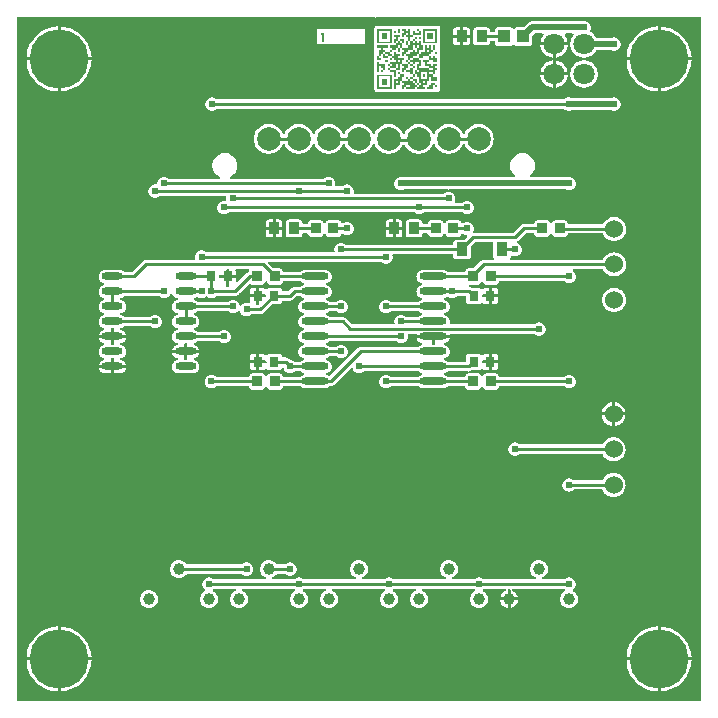
<source format=gtl>
G04 Layer: TopLayer*
G04 Panelize: , Column: 2, Row: 2, Board Size: 58.42mm x 58.42mm, Panelized Board Size: 118.84mm x 118.84mm*
G04 EasyEDA v6.5.34, 2023-09-06 22:53:46*
G04 8447068ee38c4666810ae06fb5c4ba43,5a6b42c53f6a479593ecc07194224c93,10*
G04 Gerber Generator version 0.2*
G04 Scale: 100 percent, Rotated: No, Reflected: No *
G04 Dimensions in millimeters *
G04 leading zeros omitted , absolute positions ,4 integer and 5 decimal *
%FSLAX45Y45*%
%MOMM*%

%AMMACRO1*21,1,$1,$2,0,0,$3*%
%ADD10C,0.1524*%
%ADD11C,0.2540*%
%ADD12C,0.5000*%
%ADD13O,1.7999964X0.5999988*%
%ADD14R,0.8999X1.0000*%
%ADD15R,1.0000X1.1000*%
%ADD16O,2.2999954X0.5999988*%
%ADD17R,0.8000X0.9000*%
%ADD18R,0.9500X1.1500*%
%ADD19MACRO1,0.864X0.8065X90.0000*%
%ADD20MACRO1,0.864X0.8065X-90.0000*%
%ADD21C,1.0000*%
%ADD22C,5.0000*%
%ADD23C,1.8000*%
%ADD24C,1.5240*%
%ADD25C,2.0000*%
%ADD26C,0.6096*%
%ADD27C,0.0162*%

%LPD*%
G36*
X36068Y25908D02*
G01*
X32156Y26670D01*
X28905Y28905D01*
X26670Y32156D01*
X25908Y36068D01*
X25908Y5805932D01*
X26670Y5809792D01*
X28905Y5813094D01*
X32156Y5815330D01*
X36068Y5816092D01*
X2555240Y5815888D01*
X2559151Y5815076D01*
X2562402Y5812891D01*
X2564638Y5809589D01*
X2565400Y5805728D01*
X2566162Y5809589D01*
X2568397Y5812891D01*
X2571648Y5815076D01*
X2575560Y5815888D01*
X3050540Y5815838D01*
X3054451Y5815076D01*
X3057702Y5812840D01*
X3059938Y5809538D01*
X3060700Y5805678D01*
X3061462Y5809538D01*
X3063697Y5812840D01*
X3066948Y5815076D01*
X3070860Y5815838D01*
X5805932Y5815584D01*
X5809843Y5814822D01*
X5813094Y5812637D01*
X5815330Y5809335D01*
X5816092Y5805424D01*
X5816092Y36068D01*
X5815330Y32156D01*
X5813094Y28905D01*
X5809843Y26670D01*
X5805932Y25908D01*
G37*

%LPC*%
G36*
X4045102Y3467100D02*
G01*
X4098290Y3467100D01*
X4098290Y3498850D01*
X4097578Y3505149D01*
X4095699Y3510635D01*
X4092600Y3515512D01*
X4088485Y3519627D01*
X4083608Y3522675D01*
X4078122Y3524605D01*
X4071823Y3525316D01*
X4045102Y3525316D01*
G37*
G36*
X5448300Y105562D02*
G01*
X5448300Y368300D01*
X5185664Y368300D01*
X5186070Y357936D01*
X5188966Y334975D01*
X5193792Y312369D01*
X5200446Y290271D01*
X5208981Y268782D01*
X5219242Y248107D01*
X5231180Y228295D01*
X5244795Y209600D01*
X5259882Y192125D01*
X5276392Y175971D01*
X5294172Y161239D01*
X5313172Y148031D01*
X5333187Y136499D01*
X5354066Y126644D01*
X5375757Y118618D01*
X5398008Y112369D01*
X5420715Y108051D01*
X5443677Y105664D01*
G37*
G36*
X5473700Y105613D02*
G01*
X5489854Y106629D01*
X5512714Y109982D01*
X5535218Y115265D01*
X5557164Y122428D01*
X5578500Y131368D01*
X5598972Y142087D01*
X5618480Y154432D01*
X5636869Y168402D01*
X5654040Y183896D01*
X5669838Y200710D01*
X5684215Y218846D01*
X5697016Y238099D01*
X5708142Y258317D01*
X5717540Y279450D01*
X5725109Y301244D01*
X5730849Y323646D01*
X5734710Y346405D01*
X5736590Y368300D01*
X5473700Y368300D01*
G37*
G36*
X393700Y105613D02*
G01*
X409854Y106629D01*
X432714Y109982D01*
X455218Y115265D01*
X477164Y122428D01*
X498500Y131368D01*
X518972Y142087D01*
X538480Y154432D01*
X556869Y168402D01*
X574040Y183896D01*
X589838Y200710D01*
X604215Y218846D01*
X617016Y238099D01*
X628142Y258317D01*
X637540Y279450D01*
X645109Y301244D01*
X650849Y323646D01*
X654710Y346405D01*
X656590Y368300D01*
X393700Y368300D01*
G37*
G36*
X5185664Y393700D02*
G01*
X5448300Y393700D01*
X5448300Y656437D01*
X5443677Y656336D01*
X5420715Y653948D01*
X5398008Y649630D01*
X5375757Y643382D01*
X5354066Y635355D01*
X5333187Y625500D01*
X5313172Y613968D01*
X5294172Y600760D01*
X5276392Y586028D01*
X5259882Y569874D01*
X5244795Y552348D01*
X5231180Y533704D01*
X5219242Y513892D01*
X5208981Y493217D01*
X5200446Y471728D01*
X5193792Y449630D01*
X5188966Y427024D01*
X5186070Y404063D01*
G37*
G36*
X105664Y393700D02*
G01*
X368300Y393700D01*
X368300Y656437D01*
X363677Y656336D01*
X340715Y653948D01*
X318008Y649630D01*
X295757Y643382D01*
X274066Y635355D01*
X253187Y625500D01*
X233171Y613968D01*
X214172Y600760D01*
X196392Y586028D01*
X179882Y569874D01*
X164795Y552348D01*
X151180Y533704D01*
X139242Y513892D01*
X128981Y493217D01*
X120446Y471728D01*
X113792Y449630D01*
X108966Y427024D01*
X106070Y404063D01*
G37*
G36*
X5473700Y393700D02*
G01*
X5736590Y393700D01*
X5734710Y415594D01*
X5730849Y438353D01*
X5725109Y460756D01*
X5717540Y482549D01*
X5708142Y503682D01*
X5697016Y523900D01*
X5684215Y543153D01*
X5669838Y561289D01*
X5654040Y578104D01*
X5636869Y593598D01*
X5618480Y607568D01*
X5598972Y619912D01*
X5578500Y630631D01*
X5557164Y639572D01*
X5535218Y646734D01*
X5512714Y652018D01*
X5489854Y655370D01*
X5473700Y656386D01*
G37*
G36*
X393700Y393700D02*
G01*
X656590Y393700D01*
X654710Y415594D01*
X650849Y438353D01*
X645109Y460756D01*
X637540Y482549D01*
X628142Y503682D01*
X617016Y523900D01*
X604215Y543153D01*
X589838Y561289D01*
X574040Y578104D01*
X556869Y593598D01*
X538480Y607568D01*
X518972Y619912D01*
X498500Y630631D01*
X477164Y639572D01*
X455218Y646734D01*
X432714Y652018D01*
X409854Y655370D01*
X393700Y656386D01*
G37*
G36*
X1145895Y813155D02*
G01*
X1157427Y814527D01*
X1168654Y817575D01*
X1179271Y822350D01*
X1188974Y828649D01*
X1197660Y836371D01*
X1205077Y845362D01*
X1211021Y855319D01*
X1215339Y866089D01*
X1217980Y877417D01*
X1218895Y889000D01*
X1217980Y900582D01*
X1215339Y911910D01*
X1211021Y922680D01*
X1205077Y932637D01*
X1197660Y941628D01*
X1188974Y949350D01*
X1179271Y955649D01*
X1168654Y960424D01*
X1157427Y963472D01*
X1145895Y964844D01*
X1134313Y964387D01*
X1122883Y962152D01*
X1111961Y958240D01*
X1101750Y952703D01*
X1092504Y945642D01*
X1084478Y937260D01*
X1077772Y927760D01*
X1072642Y917346D01*
X1069136Y906271D01*
X1067358Y894791D01*
X1067358Y883208D01*
X1069136Y871728D01*
X1072642Y860653D01*
X1077772Y850239D01*
X1084478Y840740D01*
X1092504Y832358D01*
X1101750Y825296D01*
X1111961Y819759D01*
X1122883Y815848D01*
X1134313Y813612D01*
G37*
G36*
X1653895Y813155D02*
G01*
X1665427Y814527D01*
X1676654Y817575D01*
X1687271Y822350D01*
X1696974Y828649D01*
X1705660Y836371D01*
X1713077Y845362D01*
X1719021Y855319D01*
X1723339Y866089D01*
X1725980Y877417D01*
X1726895Y889000D01*
X1725980Y900582D01*
X1723339Y911910D01*
X1719021Y922680D01*
X1713077Y932637D01*
X1705660Y941628D01*
X1696974Y949350D01*
X1687169Y955700D01*
X1684477Y958291D01*
X1682851Y961593D01*
X1682546Y965301D01*
X1683613Y968857D01*
X1685899Y971803D01*
X1689201Y974801D01*
X1692351Y976731D01*
X1696008Y977392D01*
X1869236Y977392D01*
X1873554Y976426D01*
X1877060Y973683D01*
X1879092Y969721D01*
X1879193Y965301D01*
X1877415Y961237D01*
X1874062Y958291D01*
X1863750Y952703D01*
X1854504Y945642D01*
X1846478Y937260D01*
X1839772Y927760D01*
X1834642Y917346D01*
X1831136Y906271D01*
X1829358Y894791D01*
X1829358Y883208D01*
X1831136Y871728D01*
X1834642Y860653D01*
X1839772Y850239D01*
X1846478Y840740D01*
X1854504Y832358D01*
X1863750Y825296D01*
X1873961Y819759D01*
X1884883Y815848D01*
X1896313Y813612D01*
X1907895Y813155D01*
X1919427Y814527D01*
X1930654Y817575D01*
X1941271Y822350D01*
X1950974Y828649D01*
X1959660Y836371D01*
X1967077Y845362D01*
X1973021Y855319D01*
X1977339Y866089D01*
X1979980Y877417D01*
X1980895Y889000D01*
X1979980Y900582D01*
X1977339Y911910D01*
X1973021Y922680D01*
X1967077Y932637D01*
X1959660Y941628D01*
X1950974Y949350D01*
X1941271Y955649D01*
X1936140Y957935D01*
X1932889Y960221D01*
X1930806Y963523D01*
X1930095Y967384D01*
X1930907Y971245D01*
X1933143Y974496D01*
X1936445Y976630D01*
X1940255Y977392D01*
X2367991Y977392D01*
X2371648Y976731D01*
X2374747Y974801D01*
X2378252Y971702D01*
X2380589Y968654D01*
X2381656Y964895D01*
X2381199Y961034D01*
X2379370Y957681D01*
X2376373Y955192D01*
X2371750Y952703D01*
X2362504Y945642D01*
X2354478Y937260D01*
X2347772Y927760D01*
X2342642Y917346D01*
X2339136Y906271D01*
X2337358Y894791D01*
X2337358Y883208D01*
X2339136Y871728D01*
X2342642Y860653D01*
X2347772Y850239D01*
X2354478Y840740D01*
X2362504Y832358D01*
X2371750Y825296D01*
X2381961Y819759D01*
X2392883Y815848D01*
X2404313Y813612D01*
X2415895Y813155D01*
X2427427Y814527D01*
X2438654Y817575D01*
X2449271Y822350D01*
X2458974Y828649D01*
X2467660Y836371D01*
X2475077Y845362D01*
X2481021Y855319D01*
X2485339Y866089D01*
X2487980Y877417D01*
X2488895Y889000D01*
X2487980Y900582D01*
X2485339Y911910D01*
X2481021Y922680D01*
X2475077Y932637D01*
X2467660Y941628D01*
X2458974Y949350D01*
X2449169Y955700D01*
X2446477Y958291D01*
X2444851Y961593D01*
X2444546Y965301D01*
X2445613Y968857D01*
X2447899Y971803D01*
X2451201Y974801D01*
X2454351Y976731D01*
X2458008Y977392D01*
X2631236Y977392D01*
X2635554Y976426D01*
X2639060Y973683D01*
X2641092Y969721D01*
X2641193Y965301D01*
X2639415Y961237D01*
X2636062Y958291D01*
X2625750Y952703D01*
X2616504Y945642D01*
X2608478Y937260D01*
X2601772Y927760D01*
X2596642Y917346D01*
X2593136Y906271D01*
X2591358Y894791D01*
X2591358Y883208D01*
X2593136Y871728D01*
X2596642Y860653D01*
X2601772Y850239D01*
X2608478Y840740D01*
X2616504Y832358D01*
X2625750Y825296D01*
X2635961Y819759D01*
X2646883Y815848D01*
X2658313Y813612D01*
X2669895Y813155D01*
X2681427Y814527D01*
X2692654Y817575D01*
X2703271Y822350D01*
X2712974Y828649D01*
X2721660Y836371D01*
X2729077Y845362D01*
X2735021Y855319D01*
X2739339Y866089D01*
X2741980Y877417D01*
X2742895Y889000D01*
X2741980Y900582D01*
X2739339Y911910D01*
X2735021Y922680D01*
X2729077Y932637D01*
X2721660Y941628D01*
X2712974Y949350D01*
X2703271Y955649D01*
X2698140Y957935D01*
X2694889Y960221D01*
X2692806Y963523D01*
X2692095Y967384D01*
X2692908Y971245D01*
X2695143Y974496D01*
X2698445Y976630D01*
X2702255Y977392D01*
X3129991Y977392D01*
X3133648Y976731D01*
X3136747Y974801D01*
X3140252Y971702D01*
X3142589Y968654D01*
X3143656Y964895D01*
X3143199Y961034D01*
X3141370Y957681D01*
X3138373Y955192D01*
X3133750Y952703D01*
X3124504Y945642D01*
X3116478Y937260D01*
X3109772Y927760D01*
X3104642Y917346D01*
X3101136Y906271D01*
X3099358Y894791D01*
X3099358Y883208D01*
X3101136Y871728D01*
X3104642Y860653D01*
X3109772Y850239D01*
X3116478Y840740D01*
X3124504Y832358D01*
X3133750Y825296D01*
X3143961Y819759D01*
X3154883Y815848D01*
X3166313Y813612D01*
X3177895Y813155D01*
X3189427Y814527D01*
X3200654Y817575D01*
X3211271Y822350D01*
X3220974Y828649D01*
X3229660Y836371D01*
X3237077Y845362D01*
X3243021Y855319D01*
X3247339Y866089D01*
X3249980Y877417D01*
X3250895Y889000D01*
X3249980Y900582D01*
X3247339Y911910D01*
X3243021Y922680D01*
X3237077Y932637D01*
X3229660Y941628D01*
X3220974Y949350D01*
X3211169Y955700D01*
X3208477Y958291D01*
X3206851Y961593D01*
X3206546Y965301D01*
X3207613Y968857D01*
X3209899Y971803D01*
X3213201Y974801D01*
X3216351Y976731D01*
X3220008Y977392D01*
X3393236Y977392D01*
X3397554Y976426D01*
X3401060Y973683D01*
X3403092Y969721D01*
X3403193Y965301D01*
X3401415Y961237D01*
X3398062Y958291D01*
X3387750Y952703D01*
X3378504Y945642D01*
X3370478Y937260D01*
X3363772Y927760D01*
X3358642Y917346D01*
X3355136Y906271D01*
X3353358Y894791D01*
X3353358Y883208D01*
X3355136Y871728D01*
X3358642Y860653D01*
X3363772Y850239D01*
X3370478Y840740D01*
X3378504Y832358D01*
X3387750Y825296D01*
X3397961Y819759D01*
X3408883Y815848D01*
X3420313Y813612D01*
X3431895Y813155D01*
X3443427Y814527D01*
X3454654Y817575D01*
X3465271Y822350D01*
X3474974Y828649D01*
X3483660Y836371D01*
X3491077Y845362D01*
X3497021Y855319D01*
X3501339Y866089D01*
X3503980Y877417D01*
X3504895Y889000D01*
X3503980Y900582D01*
X3501339Y911910D01*
X3497021Y922680D01*
X3491077Y932637D01*
X3483660Y941628D01*
X3474974Y949350D01*
X3465271Y955649D01*
X3460140Y957935D01*
X3456889Y960221D01*
X3454806Y963523D01*
X3454095Y967384D01*
X3454908Y971245D01*
X3457143Y974496D01*
X3460445Y976630D01*
X3464255Y977392D01*
X3891991Y977392D01*
X3895648Y976731D01*
X3898747Y974801D01*
X3902252Y971702D01*
X3904589Y968654D01*
X3905656Y964895D01*
X3905199Y961034D01*
X3903370Y957681D01*
X3900373Y955192D01*
X3895750Y952703D01*
X3886504Y945642D01*
X3878478Y937260D01*
X3871772Y927760D01*
X3866642Y917346D01*
X3863136Y906271D01*
X3861358Y894791D01*
X3861358Y883208D01*
X3863136Y871728D01*
X3866642Y860653D01*
X3871772Y850239D01*
X3878478Y840740D01*
X3886504Y832358D01*
X3895750Y825296D01*
X3905961Y819759D01*
X3916883Y815848D01*
X3928313Y813612D01*
X3939895Y813155D01*
X3951427Y814527D01*
X3962654Y817575D01*
X3973271Y822350D01*
X3982974Y828649D01*
X3991660Y836371D01*
X3999077Y845362D01*
X4005021Y855319D01*
X4009339Y866089D01*
X4011980Y877417D01*
X4012895Y889000D01*
X4011980Y900582D01*
X4009339Y911910D01*
X4005021Y922680D01*
X3999077Y932637D01*
X3991660Y941628D01*
X3982974Y949350D01*
X3973169Y955700D01*
X3970477Y958291D01*
X3968851Y961593D01*
X3968546Y965301D01*
X3969613Y968857D01*
X3971899Y971803D01*
X3975201Y974801D01*
X3978351Y976731D01*
X3982008Y977392D01*
X4155236Y977392D01*
X4159554Y976426D01*
X4163060Y973683D01*
X4165092Y969721D01*
X4165193Y965301D01*
X4163415Y961237D01*
X4160062Y958291D01*
X4149750Y952703D01*
X4140504Y945642D01*
X4132478Y937260D01*
X4125772Y927760D01*
X4120642Y917346D01*
X4117136Y906271D01*
X4116425Y901700D01*
X4178300Y901700D01*
X4178300Y967232D01*
X4179062Y971143D01*
X4181297Y974394D01*
X4184548Y976630D01*
X4188460Y977392D01*
X4193540Y977392D01*
X4197451Y976630D01*
X4200702Y974394D01*
X4202938Y971143D01*
X4203700Y967232D01*
X4203700Y901700D01*
X4265726Y901700D01*
X4263339Y911910D01*
X4259021Y922680D01*
X4253077Y932637D01*
X4245660Y941628D01*
X4236974Y949350D01*
X4227271Y955649D01*
X4222140Y957935D01*
X4218889Y960221D01*
X4216806Y963523D01*
X4216095Y967384D01*
X4216908Y971245D01*
X4219143Y974496D01*
X4222445Y976630D01*
X4226255Y977392D01*
X4653991Y977392D01*
X4657648Y976731D01*
X4660747Y974801D01*
X4664252Y971702D01*
X4666589Y968654D01*
X4667656Y964895D01*
X4667199Y961034D01*
X4665370Y957681D01*
X4662373Y955192D01*
X4657750Y952703D01*
X4648504Y945642D01*
X4640478Y937260D01*
X4633772Y927760D01*
X4628642Y917346D01*
X4625136Y906271D01*
X4623358Y894791D01*
X4623358Y883208D01*
X4625136Y871728D01*
X4628642Y860653D01*
X4633772Y850239D01*
X4640478Y840740D01*
X4648504Y832358D01*
X4657750Y825296D01*
X4667961Y819759D01*
X4678883Y815848D01*
X4690313Y813612D01*
X4701895Y813155D01*
X4713427Y814527D01*
X4724654Y817575D01*
X4735271Y822350D01*
X4744974Y828649D01*
X4753660Y836371D01*
X4761077Y845362D01*
X4767021Y855319D01*
X4771339Y866089D01*
X4773980Y877417D01*
X4774895Y889000D01*
X4773980Y900582D01*
X4771339Y911910D01*
X4767021Y922680D01*
X4761077Y932637D01*
X4753660Y941628D01*
X4744974Y949350D01*
X4735169Y955700D01*
X4732324Y958494D01*
X4730750Y962101D01*
X4730699Y966063D01*
X4732121Y969721D01*
X4742180Y979779D01*
X4747818Y987806D01*
X4751933Y996746D01*
X4754473Y1006195D01*
X4755337Y1016000D01*
X4754473Y1025804D01*
X4751933Y1035253D01*
X4747818Y1044194D01*
X4742180Y1052220D01*
X4735220Y1059180D01*
X4727194Y1064818D01*
X4718253Y1068933D01*
X4708804Y1071473D01*
X4699000Y1072337D01*
X4689195Y1071473D01*
X4679746Y1068933D01*
X4670806Y1064818D01*
X4662779Y1059180D01*
X4661204Y1057605D01*
X4657902Y1055370D01*
X4653991Y1054608D01*
X4480255Y1054608D01*
X4476445Y1055370D01*
X4473143Y1057503D01*
X4470908Y1060754D01*
X4470095Y1064615D01*
X4470806Y1068476D01*
X4472889Y1071778D01*
X4476140Y1074013D01*
X4481271Y1076350D01*
X4490974Y1082649D01*
X4499660Y1090371D01*
X4507077Y1099362D01*
X4513021Y1109319D01*
X4517339Y1120089D01*
X4519980Y1131417D01*
X4520895Y1143000D01*
X4519980Y1154582D01*
X4517339Y1165910D01*
X4513021Y1176680D01*
X4507077Y1186637D01*
X4499660Y1195628D01*
X4490974Y1203350D01*
X4481271Y1209649D01*
X4470654Y1214424D01*
X4459427Y1217472D01*
X4447895Y1218844D01*
X4436313Y1218387D01*
X4424883Y1216152D01*
X4413961Y1212240D01*
X4403750Y1206703D01*
X4394504Y1199642D01*
X4386478Y1191260D01*
X4379772Y1181760D01*
X4374642Y1171346D01*
X4371136Y1160272D01*
X4369358Y1148791D01*
X4369358Y1137208D01*
X4371136Y1125728D01*
X4374642Y1114653D01*
X4379772Y1104239D01*
X4386478Y1094740D01*
X4394504Y1086358D01*
X4403750Y1079296D01*
X4414062Y1073708D01*
X4417415Y1070762D01*
X4419193Y1066698D01*
X4419092Y1062278D01*
X4417060Y1058316D01*
X4413554Y1055573D01*
X4409236Y1054608D01*
X3982008Y1054608D01*
X3978097Y1055370D01*
X3974795Y1057605D01*
X3973220Y1059180D01*
X3965194Y1064818D01*
X3956253Y1068933D01*
X3946804Y1071473D01*
X3937000Y1072337D01*
X3927195Y1071473D01*
X3917746Y1068933D01*
X3908806Y1064818D01*
X3900779Y1059180D01*
X3899204Y1057605D01*
X3895902Y1055370D01*
X3891991Y1054608D01*
X3718255Y1054608D01*
X3714445Y1055370D01*
X3711143Y1057503D01*
X3708908Y1060754D01*
X3708095Y1064615D01*
X3708806Y1068476D01*
X3710889Y1071778D01*
X3714140Y1074013D01*
X3719271Y1076350D01*
X3728974Y1082649D01*
X3737660Y1090371D01*
X3745077Y1099362D01*
X3751021Y1109319D01*
X3755339Y1120089D01*
X3757980Y1131417D01*
X3758895Y1143000D01*
X3757980Y1154582D01*
X3755339Y1165910D01*
X3751021Y1176680D01*
X3745077Y1186637D01*
X3737660Y1195628D01*
X3728974Y1203350D01*
X3719271Y1209649D01*
X3708654Y1214424D01*
X3697427Y1217472D01*
X3685895Y1218844D01*
X3674313Y1218387D01*
X3662883Y1216152D01*
X3651961Y1212240D01*
X3641750Y1206703D01*
X3632504Y1199642D01*
X3624478Y1191260D01*
X3617772Y1181760D01*
X3612642Y1171346D01*
X3609136Y1160272D01*
X3607358Y1148791D01*
X3607358Y1137208D01*
X3609136Y1125728D01*
X3612642Y1114653D01*
X3617772Y1104239D01*
X3624478Y1094740D01*
X3632504Y1086358D01*
X3641750Y1079296D01*
X3652062Y1073708D01*
X3655415Y1070762D01*
X3657193Y1066698D01*
X3657092Y1062278D01*
X3655060Y1058316D01*
X3651554Y1055573D01*
X3647236Y1054608D01*
X3220008Y1054608D01*
X3216097Y1055370D01*
X3212795Y1057605D01*
X3211220Y1059180D01*
X3203194Y1064818D01*
X3194253Y1068933D01*
X3184804Y1071473D01*
X3175000Y1072337D01*
X3165195Y1071473D01*
X3155746Y1068933D01*
X3146806Y1064818D01*
X3138779Y1059180D01*
X3137204Y1057605D01*
X3133902Y1055370D01*
X3129991Y1054608D01*
X2956255Y1054608D01*
X2952445Y1055370D01*
X2949143Y1057503D01*
X2946908Y1060754D01*
X2946095Y1064615D01*
X2946806Y1068476D01*
X2948889Y1071778D01*
X2952140Y1074013D01*
X2957271Y1076350D01*
X2966974Y1082649D01*
X2975660Y1090371D01*
X2983077Y1099362D01*
X2989021Y1109319D01*
X2993339Y1120089D01*
X2995980Y1131417D01*
X2996895Y1143000D01*
X2995980Y1154582D01*
X2993339Y1165910D01*
X2989021Y1176680D01*
X2983077Y1186637D01*
X2975660Y1195628D01*
X2966974Y1203350D01*
X2957271Y1209649D01*
X2946654Y1214424D01*
X2935427Y1217472D01*
X2923895Y1218844D01*
X2912313Y1218387D01*
X2900883Y1216152D01*
X2889961Y1212240D01*
X2879750Y1206703D01*
X2870504Y1199642D01*
X2862478Y1191260D01*
X2855772Y1181760D01*
X2850642Y1171346D01*
X2847136Y1160272D01*
X2845358Y1148791D01*
X2845358Y1137208D01*
X2847136Y1125728D01*
X2850642Y1114653D01*
X2855772Y1104239D01*
X2862478Y1094740D01*
X2870504Y1086358D01*
X2879750Y1079296D01*
X2890062Y1073708D01*
X2893415Y1070762D01*
X2895193Y1066698D01*
X2895092Y1062278D01*
X2893060Y1058316D01*
X2889554Y1055573D01*
X2885236Y1054608D01*
X2458008Y1054608D01*
X2454097Y1055370D01*
X2450795Y1057605D01*
X2449220Y1059180D01*
X2441194Y1064818D01*
X2432253Y1068933D01*
X2422804Y1071473D01*
X2413000Y1072337D01*
X2403195Y1071473D01*
X2393746Y1068933D01*
X2384806Y1064818D01*
X2376779Y1059180D01*
X2375204Y1057605D01*
X2371902Y1055370D01*
X2367991Y1054608D01*
X2194255Y1054608D01*
X2190445Y1055370D01*
X2187143Y1057503D01*
X2184908Y1060754D01*
X2184095Y1064615D01*
X2184806Y1068476D01*
X2186889Y1071778D01*
X2190140Y1074013D01*
X2195271Y1076350D01*
X2204974Y1082649D01*
X2213660Y1090371D01*
X2223363Y1102055D01*
X2226411Y1103782D01*
X2229866Y1104392D01*
X2291791Y1104392D01*
X2295702Y1103630D01*
X2299004Y1101445D01*
X2300579Y1099820D01*
X2308606Y1094181D01*
X2317546Y1090066D01*
X2326995Y1087526D01*
X2336800Y1086662D01*
X2346604Y1087526D01*
X2356053Y1090066D01*
X2364994Y1094181D01*
X2373020Y1099820D01*
X2379980Y1106779D01*
X2385618Y1114806D01*
X2389733Y1123746D01*
X2392273Y1133195D01*
X2393137Y1143000D01*
X2392273Y1152804D01*
X2389733Y1162253D01*
X2385618Y1171194D01*
X2379980Y1179220D01*
X2373020Y1186180D01*
X2364994Y1191818D01*
X2356053Y1195933D01*
X2346604Y1198473D01*
X2336800Y1199337D01*
X2326995Y1198473D01*
X2317546Y1195933D01*
X2308606Y1191818D01*
X2300579Y1186180D01*
X2299004Y1184605D01*
X2295702Y1182370D01*
X2291791Y1181608D01*
X2229815Y1181608D01*
X2226411Y1182217D01*
X2223363Y1183944D01*
X2213660Y1195628D01*
X2204974Y1203350D01*
X2195271Y1209649D01*
X2184654Y1214424D01*
X2173427Y1217472D01*
X2161895Y1218844D01*
X2150313Y1218387D01*
X2138883Y1216152D01*
X2127961Y1212240D01*
X2117750Y1206703D01*
X2108504Y1199642D01*
X2100478Y1191260D01*
X2093772Y1181760D01*
X2088642Y1171346D01*
X2085136Y1160272D01*
X2083358Y1148791D01*
X2083358Y1137208D01*
X2085136Y1125728D01*
X2088642Y1114653D01*
X2093772Y1104239D01*
X2100478Y1094740D01*
X2108504Y1086358D01*
X2117750Y1079296D01*
X2128062Y1073708D01*
X2131415Y1070762D01*
X2133193Y1066698D01*
X2133092Y1062278D01*
X2131060Y1058316D01*
X2127554Y1055573D01*
X2123236Y1054608D01*
X1696008Y1054608D01*
X1692097Y1055370D01*
X1688795Y1057605D01*
X1687220Y1059180D01*
X1679193Y1064818D01*
X1670253Y1068933D01*
X1660804Y1071473D01*
X1651000Y1072337D01*
X1641195Y1071473D01*
X1631746Y1068933D01*
X1622806Y1064818D01*
X1614779Y1059180D01*
X1607820Y1052220D01*
X1602181Y1044194D01*
X1598066Y1035253D01*
X1595526Y1025804D01*
X1594662Y1016000D01*
X1595526Y1006195D01*
X1598066Y996746D01*
X1602181Y987806D01*
X1607820Y979779D01*
X1615338Y972464D01*
X1618132Y969467D01*
X1619554Y965606D01*
X1619351Y961491D01*
X1617472Y957834D01*
X1614373Y955192D01*
X1609750Y952703D01*
X1600504Y945642D01*
X1592478Y937260D01*
X1585772Y927760D01*
X1580642Y917346D01*
X1577136Y906271D01*
X1575358Y894791D01*
X1575358Y883208D01*
X1577136Y871728D01*
X1580642Y860653D01*
X1585772Y850239D01*
X1592478Y840740D01*
X1600504Y832358D01*
X1609750Y825296D01*
X1619961Y819759D01*
X1630883Y815848D01*
X1642313Y813612D01*
G37*
G36*
X3717594Y5664200D02*
G01*
X3775811Y5664200D01*
X3775811Y5727395D01*
X3744061Y5727395D01*
X3737762Y5726684D01*
X3732276Y5724804D01*
X3727399Y5721705D01*
X3723284Y5717590D01*
X3720185Y5712714D01*
X3718306Y5707227D01*
X3717594Y5700928D01*
G37*
G36*
X3801211Y5664200D02*
G01*
X3859377Y5664200D01*
X3859377Y5700928D01*
X3858666Y5707227D01*
X3856786Y5712714D01*
X3853687Y5717590D01*
X3849573Y5721705D01*
X3844696Y5724804D01*
X3839210Y5726684D01*
X3832910Y5727395D01*
X3801211Y5727395D01*
G37*
G36*
X2596438Y5583682D02*
G01*
X2626563Y5583682D01*
X2632862Y5584393D01*
X2641142Y5587593D01*
X2643936Y5588000D01*
X2970784Y5588000D01*
X2971800Y5589016D01*
X2971800Y5713984D01*
X2970784Y5715000D01*
X2639822Y5715000D01*
X2636469Y5715558D01*
X2632862Y5716828D01*
X2626563Y5717540D01*
X2596438Y5717540D01*
X2590139Y5716828D01*
X2586532Y5715558D01*
X2583180Y5715000D01*
X2575560Y5715000D01*
X2571648Y5715762D01*
X2568397Y5717997D01*
X2566162Y5721248D01*
X2565400Y5725160D01*
X2565400Y5589016D01*
X2566416Y5588000D01*
X2579065Y5588000D01*
X2581859Y5587593D01*
X2584653Y5586323D01*
X2590139Y5584393D01*
G37*
G36*
X3744061Y5575604D02*
G01*
X3775811Y5575604D01*
X3775811Y5638800D01*
X3717594Y5638800D01*
X3717594Y5602071D01*
X3718306Y5595721D01*
X3720185Y5590286D01*
X3723284Y5585358D01*
X3727399Y5581294D01*
X3732276Y5578195D01*
X3737762Y5576316D01*
G37*
G36*
X3801211Y5575604D02*
G01*
X3832910Y5575604D01*
X3839210Y5576316D01*
X3844696Y5578195D01*
X3849573Y5581294D01*
X3853687Y5585358D01*
X3856786Y5590286D01*
X3858666Y5595721D01*
X3859377Y5602071D01*
X3859377Y5638800D01*
X3801211Y5638800D01*
G37*
G36*
X393700Y5473700D02*
G01*
X656590Y5473700D01*
X654710Y5495594D01*
X650849Y5518353D01*
X645109Y5540756D01*
X637540Y5562549D01*
X628142Y5583682D01*
X617016Y5603900D01*
X604215Y5623153D01*
X589838Y5641289D01*
X574040Y5658104D01*
X556869Y5673598D01*
X538480Y5687568D01*
X518972Y5699912D01*
X498500Y5710631D01*
X477164Y5719572D01*
X455218Y5726734D01*
X432714Y5732018D01*
X409854Y5735370D01*
X393700Y5736386D01*
G37*
G36*
X5473700Y5473700D02*
G01*
X5736590Y5473700D01*
X5734710Y5495594D01*
X5730849Y5518353D01*
X5725109Y5540756D01*
X5717540Y5562549D01*
X5708142Y5583682D01*
X5697016Y5603900D01*
X5684215Y5623153D01*
X5669838Y5641289D01*
X5654040Y5658104D01*
X5636869Y5673598D01*
X5618480Y5687568D01*
X5598972Y5699912D01*
X5578500Y5710631D01*
X5557164Y5719572D01*
X5535218Y5726734D01*
X5512714Y5732018D01*
X5489854Y5735370D01*
X5473700Y5736386D01*
G37*
G36*
X4203700Y814324D02*
G01*
X4205427Y814527D01*
X4216654Y817575D01*
X4227271Y822350D01*
X4236974Y828649D01*
X4245660Y836371D01*
X4253077Y845362D01*
X4259021Y855319D01*
X4263339Y866089D01*
X4265726Y876300D01*
X4203700Y876300D01*
G37*
G36*
X4178300Y814374D02*
G01*
X4178300Y876300D01*
X4116425Y876300D01*
X4117136Y871728D01*
X4120642Y860653D01*
X4125772Y850239D01*
X4132478Y840740D01*
X4140504Y832358D01*
X4149750Y825296D01*
X4159961Y819759D01*
X4170883Y815848D01*
G37*
G36*
X5185664Y5473700D02*
G01*
X5448300Y5473700D01*
X5448300Y5736437D01*
X5443677Y5736336D01*
X5420715Y5733948D01*
X5398008Y5729630D01*
X5375757Y5723382D01*
X5354066Y5715355D01*
X5333187Y5705500D01*
X5313172Y5693968D01*
X5294172Y5680760D01*
X5276392Y5666028D01*
X5259882Y5649874D01*
X5244795Y5632348D01*
X5231180Y5613704D01*
X5219242Y5593892D01*
X5208981Y5573217D01*
X5200446Y5551728D01*
X5193792Y5529630D01*
X5188966Y5507024D01*
X5186070Y5484063D01*
G37*
G36*
X105664Y5473700D02*
G01*
X368300Y5473700D01*
X368300Y5736437D01*
X363677Y5736336D01*
X340715Y5733948D01*
X318008Y5729630D01*
X295757Y5723382D01*
X274066Y5715355D01*
X253187Y5705500D01*
X233171Y5693968D01*
X214172Y5680760D01*
X196392Y5666028D01*
X179882Y5649874D01*
X164795Y5632348D01*
X151180Y5613704D01*
X139242Y5593892D01*
X128981Y5573217D01*
X120446Y5551728D01*
X113792Y5529630D01*
X108966Y5507024D01*
X106070Y5484063D01*
G37*
G36*
X4584700Y5473039D02*
G01*
X4593691Y5474157D01*
X4607814Y5477764D01*
X4621326Y5483148D01*
X4634077Y5490159D01*
X4645863Y5498693D01*
X4656480Y5508650D01*
X4665776Y5519877D01*
X4673549Y5532170D01*
X4679746Y5545328D01*
X4684268Y5559196D01*
X4686960Y5573471D01*
X4687112Y5575300D01*
X4584700Y5575300D01*
G37*
G36*
X4559300Y5473039D02*
G01*
X4559300Y5575300D01*
X4456887Y5575300D01*
X4457039Y5573471D01*
X4459732Y5559196D01*
X4464253Y5545328D01*
X4470450Y5532170D01*
X4478223Y5519877D01*
X4487519Y5508650D01*
X4498136Y5498693D01*
X4509922Y5490159D01*
X4522673Y5483148D01*
X4536186Y5477764D01*
X4550308Y5474157D01*
G37*
G36*
X4818735Y5472328D02*
G01*
X4833264Y5472328D01*
X4847691Y5474157D01*
X4861814Y5477764D01*
X4875326Y5483148D01*
X4888077Y5490159D01*
X4899863Y5498693D01*
X4910480Y5508650D01*
X4919776Y5519877D01*
X4927701Y5532374D01*
X4929936Y5534914D01*
X4932934Y5536539D01*
X4936286Y5537098D01*
X5054092Y5537098D01*
X5058410Y5536133D01*
X5060746Y5535066D01*
X5070195Y5532526D01*
X5080000Y5531662D01*
X5089804Y5532526D01*
X5099253Y5535066D01*
X5108194Y5539181D01*
X5116220Y5544820D01*
X5123180Y5551779D01*
X5128818Y5559806D01*
X5132933Y5568746D01*
X5135473Y5578195D01*
X5136337Y5588000D01*
X5135473Y5597804D01*
X5132933Y5607253D01*
X5128818Y5616194D01*
X5123180Y5624220D01*
X5116220Y5631180D01*
X5108194Y5636818D01*
X5099253Y5640933D01*
X5089804Y5643473D01*
X5080000Y5644337D01*
X5070195Y5643473D01*
X5060746Y5640933D01*
X5058410Y5639866D01*
X5054092Y5638901D01*
X4936286Y5638901D01*
X4932934Y5639460D01*
X4929936Y5641086D01*
X4927701Y5643626D01*
X4919776Y5656122D01*
X4910480Y5667349D01*
X4899863Y5677306D01*
X4888077Y5685840D01*
X4880762Y5689854D01*
X4877816Y5692292D01*
X4875987Y5695645D01*
X4875530Y5699404D01*
X4876444Y5703062D01*
X4878933Y5708446D01*
X4881473Y5717895D01*
X4882337Y5727700D01*
X4881473Y5737504D01*
X4878933Y5746953D01*
X4874818Y5755894D01*
X4869180Y5763920D01*
X4862220Y5770880D01*
X4854194Y5776518D01*
X4845253Y5780633D01*
X4835804Y5783173D01*
X4826000Y5784037D01*
X4816195Y5783173D01*
X4806746Y5780633D01*
X4804410Y5779566D01*
X4800092Y5778601D01*
X4385513Y5778601D01*
X4380839Y5778398D01*
X4376420Y5777839D01*
X4372102Y5776874D01*
X4367885Y5775553D01*
X4363770Y5773826D01*
X4359808Y5771794D01*
X4356100Y5769406D01*
X4352544Y5766714D01*
X4349140Y5763564D01*
X4320946Y5735370D01*
X4317695Y5733186D01*
X4313783Y5732424D01*
X4259681Y5732424D01*
X4253331Y5731713D01*
X4247896Y5729782D01*
X4242968Y5726684D01*
X4238904Y5722620D01*
X4237685Y5720740D01*
X4234891Y5717794D01*
X4231132Y5716168D01*
X4227068Y5716168D01*
X4223308Y5717794D01*
X4220514Y5720740D01*
X4219295Y5722620D01*
X4215231Y5726684D01*
X4210304Y5729782D01*
X4204868Y5731713D01*
X4198518Y5732424D01*
X4099661Y5732424D01*
X4093362Y5731713D01*
X4087876Y5729782D01*
X4082999Y5726684D01*
X4078884Y5722620D01*
X4075836Y5717692D01*
X4073906Y5712256D01*
X4073194Y5705906D01*
X4073194Y5700268D01*
X4072432Y5696356D01*
X4070197Y5693105D01*
X4066895Y5690870D01*
X4063034Y5690108D01*
X4039565Y5690108D01*
X4035907Y5690768D01*
X4032707Y5692749D01*
X4030472Y5695696D01*
X4029456Y5699302D01*
X4028643Y5707329D01*
X4026763Y5712714D01*
X4023664Y5717590D01*
X4019600Y5721705D01*
X4014673Y5724804D01*
X4009237Y5726684D01*
X4002887Y5727395D01*
X3914038Y5727395D01*
X3907739Y5726684D01*
X3902252Y5724804D01*
X3897376Y5721705D01*
X3893261Y5717590D01*
X3890213Y5712714D01*
X3888282Y5707227D01*
X3887571Y5700928D01*
X3887571Y5602071D01*
X3888282Y5595721D01*
X3890213Y5590286D01*
X3893261Y5585358D01*
X3897376Y5581294D01*
X3902252Y5578195D01*
X3907739Y5576316D01*
X3914038Y5575604D01*
X4002887Y5575604D01*
X4009237Y5576316D01*
X4014673Y5578195D01*
X4019600Y5581294D01*
X4023664Y5585358D01*
X4026763Y5590286D01*
X4028643Y5595670D01*
X4029456Y5603697D01*
X4030472Y5607304D01*
X4032707Y5610250D01*
X4035907Y5612231D01*
X4039565Y5612892D01*
X4063034Y5612892D01*
X4066895Y5612130D01*
X4070197Y5609894D01*
X4072432Y5606643D01*
X4073194Y5602732D01*
X4073194Y5597093D01*
X4073906Y5590743D01*
X4075836Y5585307D01*
X4078884Y5580380D01*
X4082999Y5576316D01*
X4087876Y5573217D01*
X4093362Y5571286D01*
X4099661Y5570575D01*
X4198518Y5570575D01*
X4204868Y5571286D01*
X4210304Y5573217D01*
X4215231Y5576316D01*
X4219295Y5580380D01*
X4220514Y5582259D01*
X4223308Y5585206D01*
X4227068Y5586831D01*
X4231132Y5586831D01*
X4234891Y5585206D01*
X4237685Y5582259D01*
X4238904Y5580380D01*
X4242968Y5576316D01*
X4247896Y5573217D01*
X4253331Y5571286D01*
X4259681Y5570575D01*
X4358538Y5570575D01*
X4364837Y5571286D01*
X4370324Y5573217D01*
X4375200Y5576316D01*
X4379315Y5580380D01*
X4382363Y5585307D01*
X4384294Y5590743D01*
X4385005Y5597093D01*
X4385005Y5651195D01*
X4385767Y5655106D01*
X4387951Y5658408D01*
X4403394Y5673801D01*
X4406696Y5676036D01*
X4410557Y5676798D01*
X4473752Y5676798D01*
X4477512Y5676087D01*
X4480712Y5674055D01*
X4482947Y5670956D01*
X4483912Y5667248D01*
X4483404Y5663488D01*
X4481576Y5660136D01*
X4478223Y5656122D01*
X4470450Y5643829D01*
X4464253Y5630672D01*
X4459732Y5616803D01*
X4457039Y5602528D01*
X4456887Y5600700D01*
X4559300Y5600700D01*
X4559300Y5666638D01*
X4560062Y5670499D01*
X4562297Y5673801D01*
X4565548Y5676036D01*
X4569460Y5676798D01*
X4574540Y5676798D01*
X4578451Y5676036D01*
X4581702Y5673801D01*
X4583938Y5670499D01*
X4584700Y5666638D01*
X4584700Y5600700D01*
X4687112Y5600700D01*
X4686960Y5602528D01*
X4684268Y5616803D01*
X4679746Y5630672D01*
X4673549Y5643829D01*
X4665776Y5656122D01*
X4662424Y5660136D01*
X4660595Y5663488D01*
X4660087Y5667248D01*
X4661052Y5670956D01*
X4663287Y5674055D01*
X4666488Y5676087D01*
X4670247Y5676798D01*
X4727752Y5676798D01*
X4731512Y5676087D01*
X4734712Y5674055D01*
X4736947Y5670956D01*
X4737912Y5667248D01*
X4737404Y5663488D01*
X4735576Y5660136D01*
X4732223Y5656122D01*
X4724450Y5643829D01*
X4718253Y5630672D01*
X4713732Y5616803D01*
X4711039Y5602528D01*
X4710125Y5588000D01*
X4711039Y5573471D01*
X4713732Y5559196D01*
X4718253Y5545328D01*
X4724450Y5532170D01*
X4732223Y5519877D01*
X4741519Y5508650D01*
X4752136Y5498693D01*
X4763922Y5490159D01*
X4776673Y5483148D01*
X4790186Y5477764D01*
X4804308Y5474157D01*
G37*
G36*
X4584700Y5346700D02*
G01*
X4687112Y5346700D01*
X4686960Y5348528D01*
X4684268Y5362803D01*
X4679746Y5376672D01*
X4673549Y5389829D01*
X4665776Y5402122D01*
X4656480Y5413349D01*
X4645863Y5423306D01*
X4634077Y5431840D01*
X4621326Y5438851D01*
X4607814Y5444236D01*
X4593691Y5447842D01*
X4584700Y5448960D01*
G37*
G36*
X4456887Y5346700D02*
G01*
X4559300Y5346700D01*
X4559300Y5448960D01*
X4550308Y5447842D01*
X4536186Y5444236D01*
X4522673Y5438851D01*
X4509922Y5431840D01*
X4498136Y5423306D01*
X4487519Y5413349D01*
X4478223Y5402122D01*
X4470450Y5389829D01*
X4464253Y5376672D01*
X4459732Y5362803D01*
X4457039Y5348528D01*
G37*
G36*
X4584700Y5219039D02*
G01*
X4593691Y5220157D01*
X4607814Y5223764D01*
X4621326Y5229148D01*
X4634077Y5236159D01*
X4645863Y5244693D01*
X4656480Y5254650D01*
X4665776Y5265877D01*
X4673549Y5278170D01*
X4679746Y5291328D01*
X4684268Y5305196D01*
X4686960Y5319471D01*
X4687112Y5321300D01*
X4584700Y5321300D01*
G37*
G36*
X4559300Y5219039D02*
G01*
X4559300Y5321300D01*
X4456887Y5321300D01*
X4457039Y5319471D01*
X4459732Y5305196D01*
X4464253Y5291328D01*
X4470450Y5278170D01*
X4478223Y5265877D01*
X4487519Y5254650D01*
X4498136Y5244693D01*
X4509922Y5236159D01*
X4522673Y5229148D01*
X4536186Y5223764D01*
X4550308Y5220157D01*
G37*
G36*
X4818735Y5218328D02*
G01*
X4833264Y5218328D01*
X4847691Y5220157D01*
X4861814Y5223764D01*
X4875326Y5229148D01*
X4888077Y5236159D01*
X4899863Y5244693D01*
X4910480Y5254650D01*
X4919776Y5265877D01*
X4927549Y5278170D01*
X4933746Y5291328D01*
X4938268Y5305196D01*
X4940960Y5319471D01*
X4941874Y5334000D01*
X4940960Y5348528D01*
X4938268Y5362803D01*
X4933746Y5376672D01*
X4927549Y5389829D01*
X4919776Y5402122D01*
X4910480Y5413349D01*
X4899863Y5423306D01*
X4888077Y5431840D01*
X4875326Y5438851D01*
X4861814Y5444236D01*
X4847691Y5447842D01*
X4833264Y5449671D01*
X4818735Y5449671D01*
X4804308Y5447842D01*
X4790186Y5444236D01*
X4776673Y5438851D01*
X4763922Y5431840D01*
X4752136Y5423306D01*
X4741519Y5413349D01*
X4732223Y5402122D01*
X4724450Y5389829D01*
X4718253Y5376672D01*
X4713732Y5362803D01*
X4711039Y5348528D01*
X4710125Y5334000D01*
X4711039Y5319471D01*
X4713732Y5305196D01*
X4718253Y5291328D01*
X4724450Y5278170D01*
X4732223Y5265877D01*
X4741519Y5254650D01*
X4752136Y5244693D01*
X4763922Y5236159D01*
X4776673Y5229148D01*
X4790186Y5223764D01*
X4804308Y5220157D01*
G37*
G36*
X1399895Y1067155D02*
G01*
X1411427Y1068527D01*
X1422654Y1071575D01*
X1433271Y1076350D01*
X1442974Y1082649D01*
X1451660Y1090371D01*
X1461363Y1102055D01*
X1464411Y1103782D01*
X1467866Y1104392D01*
X1923491Y1104392D01*
X1927402Y1103630D01*
X1930704Y1101445D01*
X1932279Y1099820D01*
X1940306Y1094181D01*
X1949246Y1090066D01*
X1958695Y1087526D01*
X1968500Y1086662D01*
X1978304Y1087526D01*
X1987753Y1090066D01*
X1996693Y1094181D01*
X2004720Y1099820D01*
X2011680Y1106779D01*
X2017318Y1114806D01*
X2021433Y1123746D01*
X2023973Y1133195D01*
X2024837Y1143000D01*
X2023973Y1152804D01*
X2021433Y1162253D01*
X2017318Y1171194D01*
X2011680Y1179220D01*
X2004720Y1186180D01*
X1996693Y1191818D01*
X1987753Y1195933D01*
X1978304Y1198473D01*
X1968500Y1199337D01*
X1958695Y1198473D01*
X1949246Y1195933D01*
X1940306Y1191818D01*
X1932279Y1186180D01*
X1930704Y1184605D01*
X1927402Y1182370D01*
X1923491Y1181608D01*
X1467815Y1181608D01*
X1464411Y1182217D01*
X1461363Y1183944D01*
X1451660Y1195628D01*
X1442974Y1203350D01*
X1433271Y1209649D01*
X1422654Y1214424D01*
X1411427Y1217472D01*
X1399895Y1218844D01*
X1388313Y1218387D01*
X1376883Y1216152D01*
X1365961Y1212240D01*
X1355750Y1206703D01*
X1346504Y1199642D01*
X1338478Y1191260D01*
X1331772Y1181760D01*
X1326642Y1171346D01*
X1323136Y1160272D01*
X1321358Y1148791D01*
X1321358Y1137208D01*
X1323136Y1125728D01*
X1326642Y1114653D01*
X1331772Y1104239D01*
X1338478Y1094740D01*
X1346504Y1086358D01*
X1355750Y1079296D01*
X1365961Y1073759D01*
X1376883Y1069848D01*
X1388313Y1067612D01*
G37*
G36*
X393700Y5185613D02*
G01*
X409854Y5186629D01*
X432714Y5189982D01*
X455218Y5195265D01*
X477164Y5202428D01*
X498500Y5211368D01*
X518972Y5222087D01*
X538480Y5234432D01*
X556869Y5248402D01*
X574040Y5263896D01*
X589838Y5280710D01*
X604215Y5298846D01*
X617016Y5318099D01*
X628142Y5338318D01*
X637540Y5359450D01*
X645109Y5381244D01*
X650849Y5403646D01*
X654710Y5426405D01*
X656590Y5448300D01*
X393700Y5448300D01*
G37*
G36*
X5473700Y5185613D02*
G01*
X5489854Y5186629D01*
X5512714Y5189982D01*
X5535218Y5195265D01*
X5557164Y5202428D01*
X5578500Y5211368D01*
X5598972Y5222087D01*
X5618480Y5234432D01*
X5636869Y5248402D01*
X5654040Y5263896D01*
X5669838Y5280710D01*
X5684215Y5298846D01*
X5697016Y5318099D01*
X5708142Y5338318D01*
X5717540Y5359450D01*
X5725109Y5381244D01*
X5730849Y5403646D01*
X5734710Y5426405D01*
X5736590Y5448300D01*
X5473700Y5448300D01*
G37*
G36*
X5448300Y5185562D02*
G01*
X5448300Y5448300D01*
X5185664Y5448300D01*
X5186070Y5437936D01*
X5188966Y5414975D01*
X5193792Y5392369D01*
X5200446Y5370271D01*
X5208981Y5348782D01*
X5219242Y5328107D01*
X5231180Y5308295D01*
X5244795Y5289600D01*
X5259882Y5272125D01*
X5276392Y5255971D01*
X5294172Y5241239D01*
X5313172Y5228031D01*
X5333187Y5216499D01*
X5354066Y5206644D01*
X5375757Y5198618D01*
X5398008Y5192369D01*
X5420715Y5188051D01*
X5443677Y5185664D01*
G37*
G36*
X368300Y5185562D02*
G01*
X368300Y5448300D01*
X105664Y5448300D01*
X106070Y5437936D01*
X108966Y5414975D01*
X113792Y5392369D01*
X120446Y5370271D01*
X128981Y5348782D01*
X139242Y5328107D01*
X151180Y5308295D01*
X164795Y5289600D01*
X179882Y5272125D01*
X196392Y5255971D01*
X214172Y5241239D01*
X233171Y5228031D01*
X253187Y5216499D01*
X274066Y5206644D01*
X295757Y5198618D01*
X318008Y5192369D01*
X340715Y5188051D01*
X363677Y5185664D01*
G37*
G36*
X5068620Y1753260D02*
G01*
X5082235Y1753260D01*
X5095748Y1755038D01*
X5108905Y1758645D01*
X5121452Y1763979D01*
X5133187Y1770938D01*
X5143906Y1779371D01*
X5153406Y1789175D01*
X5161483Y1800148D01*
X5168036Y1812137D01*
X5172913Y1824837D01*
X5176113Y1838096D01*
X5177434Y1851710D01*
X5176977Y1865325D01*
X5174742Y1878787D01*
X5170678Y1891792D01*
X5164937Y1904187D01*
X5157622Y1915668D01*
X5148834Y1926082D01*
X5138674Y1935225D01*
X5127447Y1942947D01*
X5115306Y1949094D01*
X5102402Y1953564D01*
X5089042Y1956257D01*
X5075428Y1957171D01*
X5061813Y1956257D01*
X5048453Y1953564D01*
X5035550Y1949094D01*
X5023408Y1942947D01*
X5012182Y1935225D01*
X5002022Y1926082D01*
X4993233Y1915668D01*
X4985918Y1904187D01*
X4983784Y1899615D01*
X4981549Y1896516D01*
X4978349Y1894484D01*
X4974590Y1893722D01*
X4744008Y1893722D01*
X4740097Y1894535D01*
X4736795Y1896719D01*
X4735220Y1898294D01*
X4727194Y1903933D01*
X4718253Y1908098D01*
X4708804Y1910638D01*
X4699000Y1911502D01*
X4689195Y1910638D01*
X4679746Y1908098D01*
X4670806Y1903933D01*
X4662779Y1898294D01*
X4655820Y1891385D01*
X4650181Y1883308D01*
X4646066Y1874418D01*
X4643526Y1864918D01*
X4642662Y1855114D01*
X4643526Y1845360D01*
X4646066Y1835861D01*
X4650181Y1826971D01*
X4655820Y1818893D01*
X4662779Y1811985D01*
X4670806Y1806346D01*
X4679746Y1802180D01*
X4689195Y1799640D01*
X4699000Y1798777D01*
X4708804Y1799640D01*
X4718253Y1802180D01*
X4727194Y1806346D01*
X4735220Y1811985D01*
X4736795Y1813560D01*
X4740097Y1815744D01*
X4744008Y1816506D01*
X4974386Y1816506D01*
X4977942Y1815896D01*
X4981041Y1814068D01*
X4983327Y1811274D01*
X4989372Y1800148D01*
X4997450Y1789175D01*
X5006949Y1779371D01*
X5017668Y1770938D01*
X5029403Y1763979D01*
X5041950Y1758645D01*
X5055108Y1755038D01*
G37*
G36*
X3076905Y5181092D02*
G01*
X3583787Y5181092D01*
X3590086Y5181803D01*
X3595573Y5183682D01*
X3600450Y5186781D01*
X3604564Y5190896D01*
X3607612Y5195773D01*
X3609543Y5201208D01*
X3610254Y5207558D01*
X3610254Y5714441D01*
X3609543Y5720740D01*
X3607358Y5726938D01*
X3606800Y5730290D01*
X3606800Y5739384D01*
X3605784Y5740400D01*
X3587648Y5740450D01*
X3583787Y5740908D01*
X3076803Y5740908D01*
X3071774Y5740450D01*
X3067608Y5740908D01*
X3064002Y5743041D01*
X3061563Y5746445D01*
X3060700Y5750560D01*
X3060700Y5739892D01*
X3059938Y5735980D01*
X3057702Y5732678D01*
X3056128Y5731103D01*
X3053080Y5726226D01*
X3051149Y5720740D01*
X3050438Y5714441D01*
X3050438Y5207558D01*
X3051149Y5201208D01*
X3053080Y5195773D01*
X3056128Y5190896D01*
X3060242Y5186781D01*
X3065119Y5183682D01*
X3070606Y5181803D01*
G37*
G36*
X1676400Y5023662D02*
G01*
X1686204Y5024526D01*
X1695653Y5027066D01*
X1704593Y5031181D01*
X1712620Y5036820D01*
X1714195Y5038394D01*
X1717497Y5040630D01*
X1721408Y5041392D01*
X4650740Y5041392D01*
X4654600Y5040630D01*
X4657902Y5038394D01*
X4659477Y5036820D01*
X4667554Y5031181D01*
X4676444Y5027066D01*
X4685944Y5024526D01*
X4695698Y5023662D01*
X4705502Y5024526D01*
X4715002Y5027066D01*
X4717338Y5028133D01*
X4721606Y5029098D01*
X5054092Y5029098D01*
X5058410Y5028133D01*
X5060746Y5027066D01*
X5070195Y5024526D01*
X5080000Y5023662D01*
X5089804Y5024526D01*
X5099253Y5027066D01*
X5108194Y5031181D01*
X5116220Y5036820D01*
X5123180Y5043779D01*
X5128818Y5051806D01*
X5132933Y5060746D01*
X5135473Y5070195D01*
X5136337Y5080000D01*
X5135473Y5089804D01*
X5132933Y5099253D01*
X5128818Y5108194D01*
X5123180Y5116220D01*
X5116220Y5123180D01*
X5108194Y5128818D01*
X5099253Y5132933D01*
X5089804Y5135473D01*
X5080000Y5136337D01*
X5070195Y5135473D01*
X5060746Y5132933D01*
X5058410Y5131866D01*
X5054092Y5130901D01*
X4721606Y5130901D01*
X4717338Y5131866D01*
X4715002Y5132933D01*
X4705502Y5135473D01*
X4695698Y5136337D01*
X4685944Y5135473D01*
X4676444Y5132933D01*
X4667554Y5128818D01*
X4659477Y5123180D01*
X4657902Y5121605D01*
X4654600Y5119370D01*
X4650740Y5118608D01*
X1721408Y5118608D01*
X1717497Y5119370D01*
X1714195Y5121605D01*
X1712620Y5123180D01*
X1704593Y5128818D01*
X1695653Y5132933D01*
X1686204Y5135473D01*
X1676400Y5136337D01*
X1666595Y5135473D01*
X1657146Y5132933D01*
X1648206Y5128818D01*
X1640179Y5123180D01*
X1633220Y5116220D01*
X1627581Y5108194D01*
X1623466Y5099253D01*
X1620926Y5089804D01*
X1620062Y5080000D01*
X1620926Y5070195D01*
X1623466Y5060746D01*
X1627581Y5051806D01*
X1633220Y5043779D01*
X1640179Y5036820D01*
X1648206Y5031181D01*
X1657146Y5027066D01*
X1666595Y5024526D01*
G37*
G36*
X5068620Y2053234D02*
G01*
X5082235Y2053234D01*
X5095748Y2055063D01*
X5108905Y2058670D01*
X5121452Y2064004D01*
X5133187Y2070912D01*
X5143906Y2079396D01*
X5153406Y2089200D01*
X5161483Y2100173D01*
X5168036Y2112111D01*
X5172913Y2124862D01*
X5176113Y2138121D01*
X5177434Y2151684D01*
X5176977Y2165299D01*
X5174742Y2178761D01*
X5170678Y2191766D01*
X5164937Y2204161D01*
X5157622Y2215642D01*
X5148834Y2226056D01*
X5138674Y2235200D01*
X5127447Y2242921D01*
X5115306Y2249068D01*
X5102402Y2253538D01*
X5089042Y2256282D01*
X5075428Y2257196D01*
X5061813Y2256282D01*
X5048453Y2253538D01*
X5035550Y2249068D01*
X5023408Y2242921D01*
X5012182Y2235200D01*
X5002022Y2226056D01*
X4993233Y2215642D01*
X4983378Y2200402D01*
X4980127Y2198319D01*
X4976368Y2197608D01*
X4286808Y2197608D01*
X4282897Y2198370D01*
X4279595Y2200605D01*
X4278020Y2202180D01*
X4269994Y2207818D01*
X4261053Y2211933D01*
X4251604Y2214473D01*
X4241800Y2215337D01*
X4231995Y2214473D01*
X4222546Y2211933D01*
X4213606Y2207818D01*
X4205579Y2202180D01*
X4198620Y2195220D01*
X4192981Y2187194D01*
X4188866Y2178253D01*
X4186326Y2168804D01*
X4185462Y2159000D01*
X4186326Y2149195D01*
X4188866Y2139746D01*
X4192981Y2130806D01*
X4198620Y2122779D01*
X4205579Y2115820D01*
X4213606Y2110181D01*
X4222546Y2106066D01*
X4231995Y2103526D01*
X4241800Y2102662D01*
X4251604Y2103526D01*
X4261053Y2106066D01*
X4269994Y2110181D01*
X4278020Y2115820D01*
X4279595Y2117394D01*
X4282897Y2119630D01*
X4286808Y2120392D01*
X4972659Y2120392D01*
X4976622Y2119579D01*
X4979974Y2117293D01*
X4982159Y2113889D01*
X4982819Y2112111D01*
X4989372Y2100173D01*
X4997450Y2089200D01*
X5006949Y2079396D01*
X5017668Y2070912D01*
X5029403Y2064004D01*
X5041950Y2058670D01*
X5055108Y2055063D01*
G37*
G36*
X2155698Y4658410D02*
G01*
X2170887Y4659325D01*
X2185822Y4662068D01*
X2200351Y4666589D01*
X2214219Y4672838D01*
X2227224Y4680712D01*
X2239162Y4690059D01*
X2249932Y4700828D01*
X2259279Y4712766D01*
X2267153Y4725771D01*
X2273401Y4739690D01*
X2275636Y4742840D01*
X2278888Y4744974D01*
X2282698Y4745685D01*
X2286457Y4744974D01*
X2289708Y4742840D01*
X2291943Y4739690D01*
X2298242Y4725771D01*
X2306116Y4712766D01*
X2315464Y4700828D01*
X2326233Y4690059D01*
X2338171Y4680712D01*
X2351176Y4672838D01*
X2365044Y4666589D01*
X2379573Y4662068D01*
X2394508Y4659325D01*
X2409698Y4658410D01*
X2424887Y4659325D01*
X2439822Y4662068D01*
X2454351Y4666589D01*
X2468219Y4672838D01*
X2481224Y4680712D01*
X2493162Y4690059D01*
X2503932Y4700828D01*
X2513279Y4712766D01*
X2521153Y4725771D01*
X2527452Y4739690D01*
X2529636Y4742891D01*
X2532888Y4744974D01*
X2536698Y4745685D01*
X2540508Y4744974D01*
X2543759Y4742891D01*
X2545943Y4739690D01*
X2552242Y4725771D01*
X2560116Y4712766D01*
X2569464Y4700828D01*
X2580233Y4690059D01*
X2592171Y4680712D01*
X2605176Y4672838D01*
X2619044Y4666589D01*
X2633573Y4662068D01*
X2648508Y4659325D01*
X2663698Y4658410D01*
X2678887Y4659325D01*
X2693822Y4662068D01*
X2708351Y4666589D01*
X2722219Y4672838D01*
X2735224Y4680712D01*
X2747162Y4690059D01*
X2757932Y4700828D01*
X2767279Y4712766D01*
X2775153Y4725771D01*
X2781401Y4739690D01*
X2783636Y4742840D01*
X2786888Y4744974D01*
X2790698Y4745685D01*
X2794457Y4744974D01*
X2797708Y4742840D01*
X2799943Y4739690D01*
X2806242Y4725771D01*
X2814116Y4712766D01*
X2823464Y4700828D01*
X2834233Y4690059D01*
X2846171Y4680712D01*
X2859176Y4672838D01*
X2873044Y4666589D01*
X2887573Y4662068D01*
X2902508Y4659325D01*
X2917698Y4658410D01*
X2932887Y4659325D01*
X2947822Y4662068D01*
X2962351Y4666589D01*
X2976219Y4672838D01*
X2989224Y4680712D01*
X3001162Y4690059D01*
X3011932Y4700828D01*
X3021279Y4712766D01*
X3029153Y4725771D01*
X3035452Y4739690D01*
X3037636Y4742891D01*
X3040888Y4744974D01*
X3044698Y4745685D01*
X3048508Y4744974D01*
X3051759Y4742891D01*
X3053943Y4739690D01*
X3060242Y4725771D01*
X3068116Y4712766D01*
X3077464Y4700828D01*
X3088233Y4690059D01*
X3100171Y4680712D01*
X3113176Y4672838D01*
X3127044Y4666589D01*
X3141573Y4662068D01*
X3156508Y4659325D01*
X3171698Y4658410D01*
X3186887Y4659325D01*
X3201822Y4662068D01*
X3216351Y4666589D01*
X3230219Y4672838D01*
X3243224Y4680712D01*
X3255162Y4690059D01*
X3265932Y4700828D01*
X3275279Y4712766D01*
X3283153Y4725771D01*
X3285337Y4730597D01*
X3287572Y4733747D01*
X3290824Y4735880D01*
X3294583Y4736592D01*
X3302812Y4736592D01*
X3306572Y4735880D01*
X3309823Y4733747D01*
X3312058Y4730597D01*
X3314242Y4725771D01*
X3322116Y4712766D01*
X3331464Y4700828D01*
X3342233Y4690059D01*
X3354171Y4680712D01*
X3367176Y4672838D01*
X3381044Y4666589D01*
X3395573Y4662068D01*
X3410508Y4659325D01*
X3425698Y4658410D01*
X3440887Y4659325D01*
X3455822Y4662068D01*
X3470351Y4666589D01*
X3484219Y4672838D01*
X3497224Y4680712D01*
X3509162Y4690059D01*
X3519932Y4700828D01*
X3529279Y4712766D01*
X3537153Y4725771D01*
X3543452Y4739690D01*
X3545636Y4742891D01*
X3548887Y4744974D01*
X3552698Y4745685D01*
X3556508Y4744974D01*
X3559759Y4742891D01*
X3561943Y4739690D01*
X3568242Y4725771D01*
X3576116Y4712766D01*
X3585464Y4700828D01*
X3596233Y4690059D01*
X3608171Y4680712D01*
X3621176Y4672838D01*
X3635044Y4666589D01*
X3649573Y4662068D01*
X3664508Y4659325D01*
X3679698Y4658410D01*
X3694887Y4659325D01*
X3709822Y4662068D01*
X3724351Y4666589D01*
X3738219Y4672838D01*
X3751224Y4680712D01*
X3763162Y4690059D01*
X3773932Y4700828D01*
X3783279Y4712766D01*
X3791153Y4725771D01*
X3797401Y4739690D01*
X3799636Y4742840D01*
X3802887Y4744974D01*
X3806698Y4745685D01*
X3810457Y4744974D01*
X3813708Y4742840D01*
X3815943Y4739690D01*
X3822242Y4725771D01*
X3830116Y4712766D01*
X3839464Y4700828D01*
X3850233Y4690059D01*
X3862171Y4680712D01*
X3875176Y4672838D01*
X3889044Y4666589D01*
X3903573Y4662068D01*
X3918508Y4659325D01*
X3933698Y4658410D01*
X3948887Y4659325D01*
X3963822Y4662068D01*
X3978351Y4666589D01*
X3992219Y4672838D01*
X4005224Y4680712D01*
X4017162Y4690059D01*
X4027932Y4700828D01*
X4037279Y4712766D01*
X4045153Y4725771D01*
X4051401Y4739640D01*
X4055922Y4754168D01*
X4058665Y4769104D01*
X4059580Y4784293D01*
X4058665Y4799482D01*
X4055922Y4814417D01*
X4051401Y4828946D01*
X4045153Y4842814D01*
X4037279Y4855819D01*
X4027932Y4867757D01*
X4017162Y4878527D01*
X4005224Y4887874D01*
X3992219Y4895748D01*
X3978351Y4901996D01*
X3963822Y4906518D01*
X3948887Y4909261D01*
X3933698Y4910175D01*
X3918508Y4909261D01*
X3903573Y4906518D01*
X3889044Y4901996D01*
X3875176Y4895748D01*
X3862171Y4887874D01*
X3850233Y4878527D01*
X3839464Y4867757D01*
X3830116Y4855819D01*
X3822242Y4842814D01*
X3815994Y4828895D01*
X3813759Y4825746D01*
X3810508Y4823612D01*
X3806698Y4822901D01*
X3802938Y4823612D01*
X3799687Y4825746D01*
X3797452Y4828895D01*
X3791153Y4842814D01*
X3783279Y4855819D01*
X3773932Y4867757D01*
X3763162Y4878527D01*
X3751224Y4887874D01*
X3738219Y4895748D01*
X3724351Y4901996D01*
X3709822Y4906518D01*
X3694887Y4909261D01*
X3679698Y4910175D01*
X3664508Y4909261D01*
X3649573Y4906518D01*
X3635044Y4901996D01*
X3621176Y4895748D01*
X3608171Y4887874D01*
X3596233Y4878527D01*
X3585464Y4867757D01*
X3576116Y4855819D01*
X3568242Y4842814D01*
X3561943Y4828895D01*
X3559759Y4825695D01*
X3556508Y4823612D01*
X3552698Y4822901D01*
X3548887Y4823612D01*
X3545636Y4825695D01*
X3543452Y4828895D01*
X3537153Y4842814D01*
X3529279Y4855819D01*
X3519932Y4867757D01*
X3509162Y4878527D01*
X3497224Y4887874D01*
X3484219Y4895748D01*
X3470351Y4901996D01*
X3455822Y4906518D01*
X3440887Y4909261D01*
X3425698Y4910175D01*
X3410508Y4909261D01*
X3395573Y4906518D01*
X3381044Y4901996D01*
X3367176Y4895748D01*
X3354171Y4887874D01*
X3342233Y4878527D01*
X3331464Y4867757D01*
X3322116Y4855819D01*
X3314242Y4842814D01*
X3307943Y4828895D01*
X3305759Y4825695D01*
X3302508Y4823612D01*
X3298698Y4822901D01*
X3294887Y4823612D01*
X3291636Y4825695D01*
X3289452Y4828895D01*
X3283153Y4842814D01*
X3275279Y4855819D01*
X3265932Y4867757D01*
X3255162Y4878527D01*
X3243224Y4887874D01*
X3230219Y4895748D01*
X3216351Y4901996D01*
X3201822Y4906518D01*
X3186887Y4909261D01*
X3171698Y4910175D01*
X3156508Y4909261D01*
X3141573Y4906518D01*
X3127044Y4901996D01*
X3113176Y4895748D01*
X3100171Y4887874D01*
X3088233Y4878527D01*
X3077464Y4867757D01*
X3068116Y4855819D01*
X3060242Y4842814D01*
X3053943Y4828895D01*
X3051759Y4825695D01*
X3048508Y4823612D01*
X3044698Y4822901D01*
X3040888Y4823612D01*
X3037636Y4825695D01*
X3035452Y4828895D01*
X3029153Y4842814D01*
X3021279Y4855819D01*
X3011932Y4867757D01*
X3001162Y4878527D01*
X2989224Y4887874D01*
X2976219Y4895748D01*
X2962351Y4901996D01*
X2947822Y4906518D01*
X2932887Y4909261D01*
X2917698Y4910175D01*
X2902508Y4909261D01*
X2887573Y4906518D01*
X2873044Y4901996D01*
X2859176Y4895748D01*
X2846171Y4887874D01*
X2834233Y4878527D01*
X2823464Y4867757D01*
X2814116Y4855819D01*
X2806242Y4842814D01*
X2799994Y4828895D01*
X2797759Y4825746D01*
X2794508Y4823612D01*
X2790698Y4822901D01*
X2786938Y4823612D01*
X2783687Y4825746D01*
X2781452Y4828895D01*
X2775153Y4842814D01*
X2767279Y4855819D01*
X2757932Y4867757D01*
X2747162Y4878527D01*
X2735224Y4887874D01*
X2722219Y4895748D01*
X2708351Y4901996D01*
X2693822Y4906518D01*
X2678887Y4909261D01*
X2663698Y4910175D01*
X2648508Y4909261D01*
X2633573Y4906518D01*
X2619044Y4901996D01*
X2605176Y4895748D01*
X2592171Y4887874D01*
X2580233Y4878527D01*
X2569464Y4867757D01*
X2560116Y4855819D01*
X2552242Y4842814D01*
X2545943Y4828895D01*
X2543759Y4825695D01*
X2540508Y4823612D01*
X2536698Y4822901D01*
X2532888Y4823612D01*
X2529636Y4825695D01*
X2527452Y4828895D01*
X2521153Y4842814D01*
X2513279Y4855819D01*
X2503932Y4867757D01*
X2493162Y4878527D01*
X2481224Y4887874D01*
X2468219Y4895748D01*
X2454351Y4901996D01*
X2439822Y4906518D01*
X2424887Y4909261D01*
X2409698Y4910175D01*
X2394508Y4909261D01*
X2379573Y4906518D01*
X2365044Y4901996D01*
X2351176Y4895748D01*
X2338171Y4887874D01*
X2326233Y4878527D01*
X2315464Y4867757D01*
X2306116Y4855819D01*
X2298242Y4842814D01*
X2291994Y4828895D01*
X2289759Y4825746D01*
X2286508Y4823612D01*
X2282698Y4822901D01*
X2278938Y4823612D01*
X2275687Y4825746D01*
X2273452Y4828895D01*
X2267153Y4842814D01*
X2259279Y4855819D01*
X2249932Y4867757D01*
X2239162Y4878527D01*
X2227224Y4887874D01*
X2214219Y4895748D01*
X2200351Y4901996D01*
X2185822Y4906518D01*
X2170887Y4909261D01*
X2155698Y4910175D01*
X2140508Y4909261D01*
X2125573Y4906518D01*
X2111044Y4901996D01*
X2097176Y4895748D01*
X2084171Y4887874D01*
X2072233Y4878527D01*
X2061464Y4867757D01*
X2052116Y4855819D01*
X2044242Y4842814D01*
X2037994Y4828946D01*
X2033473Y4814417D01*
X2030730Y4799482D01*
X2029815Y4784293D01*
X2030730Y4769104D01*
X2033473Y4754168D01*
X2037994Y4739640D01*
X2044242Y4725771D01*
X2052116Y4712766D01*
X2061464Y4700828D01*
X2072233Y4690059D01*
X2084171Y4680712D01*
X2097176Y4672838D01*
X2111044Y4666589D01*
X2125573Y4662068D01*
X2140508Y4659325D01*
G37*
G36*
X3276600Y4350562D02*
G01*
X3286404Y4351426D01*
X3295853Y4353966D01*
X3298190Y4355033D01*
X3302508Y4355998D01*
X3672636Y4355998D01*
X3676954Y4355033D01*
X3679698Y4352950D01*
X3682441Y4355033D01*
X3686759Y4355998D01*
X4673092Y4355998D01*
X4677410Y4355033D01*
X4679746Y4353966D01*
X4689195Y4351426D01*
X4699000Y4350562D01*
X4708804Y4351426D01*
X4718253Y4353966D01*
X4727194Y4358081D01*
X4735220Y4363720D01*
X4742180Y4370679D01*
X4747818Y4378706D01*
X4751933Y4387646D01*
X4754473Y4397095D01*
X4755337Y4406900D01*
X4754473Y4416704D01*
X4751933Y4426153D01*
X4747818Y4435094D01*
X4742180Y4443120D01*
X4735220Y4450080D01*
X4727194Y4455718D01*
X4718253Y4459833D01*
X4708804Y4462373D01*
X4699000Y4463237D01*
X4689195Y4462373D01*
X4679746Y4459833D01*
X4677410Y4458766D01*
X4673092Y4457801D01*
X4376826Y4457801D01*
X4372813Y4458614D01*
X4369460Y4460951D01*
X4367326Y4464405D01*
X4366666Y4468418D01*
X4367631Y4472381D01*
X4370120Y4475581D01*
X4380179Y4484420D01*
X4389323Y4494834D01*
X4396994Y4506366D01*
X4403140Y4518761D01*
X4407560Y4531918D01*
X4410303Y4545482D01*
X4411167Y4559300D01*
X4410303Y4573117D01*
X4407560Y4586681D01*
X4403140Y4599838D01*
X4396994Y4612233D01*
X4389323Y4623765D01*
X4380179Y4634179D01*
X4369765Y4643323D01*
X4358233Y4650994D01*
X4345838Y4657140D01*
X4332681Y4661560D01*
X4319117Y4664303D01*
X4305300Y4665167D01*
X4291482Y4664303D01*
X4277918Y4661560D01*
X4264761Y4657140D01*
X4252366Y4650994D01*
X4240834Y4643323D01*
X4230420Y4634179D01*
X4221276Y4623765D01*
X4213606Y4612233D01*
X4207459Y4599838D01*
X4203039Y4586681D01*
X4200296Y4573117D01*
X4199432Y4559300D01*
X4200296Y4545482D01*
X4203039Y4531918D01*
X4207459Y4518761D01*
X4213606Y4506366D01*
X4221276Y4494834D01*
X4230420Y4484420D01*
X4240479Y4475581D01*
X4242968Y4472381D01*
X4243933Y4468418D01*
X4243273Y4464405D01*
X4241139Y4460951D01*
X4237786Y4458614D01*
X4233773Y4457801D01*
X3302508Y4457801D01*
X3298190Y4458766D01*
X3295853Y4459833D01*
X3286404Y4462373D01*
X3276600Y4463237D01*
X3266795Y4462373D01*
X3257346Y4459833D01*
X3248406Y4455718D01*
X3240379Y4450080D01*
X3233420Y4443120D01*
X3227781Y4435094D01*
X3223666Y4426153D01*
X3221126Y4416704D01*
X3220262Y4406900D01*
X3221126Y4397095D01*
X3223666Y4387646D01*
X3227781Y4378706D01*
X3233420Y4370679D01*
X3240379Y4363720D01*
X3248406Y4358081D01*
X3257346Y4353966D01*
X3266795Y4351426D01*
G37*
G36*
X5062728Y2354021D02*
G01*
X5062728Y2442413D01*
X4974336Y2442413D01*
X4974742Y2438095D01*
X4977942Y2424836D01*
X4982819Y2412136D01*
X4989372Y2400147D01*
X4997450Y2389174D01*
X5006949Y2379370D01*
X5017668Y2370937D01*
X5029403Y2363978D01*
X5041950Y2358644D01*
X5055108Y2355037D01*
G37*
G36*
X5088128Y2354021D02*
G01*
X5095748Y2355037D01*
X5108905Y2358644D01*
X5121452Y2363978D01*
X5133187Y2370937D01*
X5143906Y2379370D01*
X5153406Y2389174D01*
X5161483Y2400147D01*
X5168036Y2412136D01*
X5172913Y2424836D01*
X5176113Y2438095D01*
X5176520Y2442413D01*
X5088128Y2442413D01*
G37*
G36*
X5088128Y2467813D02*
G01*
X5176570Y2467813D01*
X5174742Y2478786D01*
X5170678Y2491790D01*
X5164937Y2504186D01*
X5157622Y2515666D01*
X5148834Y2526080D01*
X5138674Y2535224D01*
X5127447Y2542946D01*
X5115306Y2549093D01*
X5102402Y2553563D01*
X5088128Y2556357D01*
G37*
G36*
X4974285Y2467813D02*
G01*
X5062728Y2467813D01*
X5062728Y2556357D01*
X5048453Y2553563D01*
X5035550Y2549093D01*
X5023408Y2542946D01*
X5012182Y2535224D01*
X5002022Y2526080D01*
X4993233Y2515666D01*
X4985918Y2504186D01*
X4980178Y2491790D01*
X4976114Y2478786D01*
G37*
G36*
X2018538Y2661412D02*
G01*
X2098040Y2661412D01*
X2104339Y2662123D01*
X2109825Y2664002D01*
X2114702Y2667101D01*
X2118817Y2671165D01*
X2121865Y2676093D01*
X2123998Y2682138D01*
X2126132Y2685694D01*
X2129536Y2688132D01*
X2133600Y2688945D01*
X2137664Y2688132D01*
X2141067Y2685694D01*
X2143201Y2682138D01*
X2145334Y2676093D01*
X2148382Y2671165D01*
X2152497Y2667101D01*
X2157374Y2664002D01*
X2162860Y2662123D01*
X2169160Y2661412D01*
X2248662Y2661412D01*
X2255012Y2662123D01*
X2260447Y2664002D01*
X2265375Y2667101D01*
X2269439Y2671165D01*
X2272538Y2676093D01*
X2274468Y2681528D01*
X2275636Y2686405D01*
X2277922Y2689301D01*
X2281072Y2691231D01*
X2284679Y2691892D01*
X2418689Y2691892D01*
X2422601Y2691130D01*
X2425852Y2688894D01*
X2427071Y2687726D01*
X2435047Y2682138D01*
X2443886Y2678023D01*
X2453284Y2675483D01*
X2463444Y2674569D01*
X2632557Y2674569D01*
X2642717Y2675483D01*
X2652115Y2678023D01*
X2660954Y2682138D01*
X2668930Y2687726D01*
X2670149Y2688894D01*
X2673400Y2691130D01*
X2677312Y2691892D01*
X2679192Y2691892D01*
X2687218Y2692704D01*
X2694482Y2694889D01*
X2701137Y2698445D01*
X2707335Y2703576D01*
X2850083Y2846324D01*
X2853639Y2848610D01*
X2857804Y2849270D01*
X2861919Y2848152D01*
X2865170Y2845511D01*
X2867101Y2841752D01*
X2868066Y2838246D01*
X2872181Y2829306D01*
X2877820Y2821279D01*
X2884779Y2814320D01*
X2892806Y2808681D01*
X2901746Y2804566D01*
X2911195Y2802026D01*
X2921000Y2801162D01*
X2930804Y2802026D01*
X2940253Y2804566D01*
X2949194Y2808681D01*
X2957220Y2814320D01*
X2958795Y2815894D01*
X2962097Y2818130D01*
X2966008Y2818892D01*
X3418687Y2818892D01*
X3422599Y2818130D01*
X3425850Y2815894D01*
X3427069Y2814726D01*
X3435045Y2809138D01*
X3443884Y2805023D01*
X3448304Y2803804D01*
X3452215Y2801772D01*
X3454908Y2798318D01*
X3455873Y2794000D01*
X3454908Y2789682D01*
X3452215Y2786227D01*
X3448304Y2784195D01*
X3443884Y2782976D01*
X3435045Y2778861D01*
X3427069Y2773273D01*
X3425850Y2772105D01*
X3422599Y2769870D01*
X3418687Y2769108D01*
X3194608Y2769108D01*
X3190697Y2769870D01*
X3187395Y2772105D01*
X3185820Y2773680D01*
X3177794Y2779318D01*
X3168853Y2783433D01*
X3159404Y2785973D01*
X3149600Y2786837D01*
X3139795Y2785973D01*
X3130346Y2783433D01*
X3121406Y2779318D01*
X3113379Y2773680D01*
X3106420Y2766720D01*
X3100781Y2758694D01*
X3096666Y2749753D01*
X3094126Y2740304D01*
X3093262Y2730500D01*
X3094126Y2720695D01*
X3096666Y2711246D01*
X3100781Y2702306D01*
X3106420Y2694279D01*
X3113379Y2687320D01*
X3121406Y2681681D01*
X3130346Y2677566D01*
X3139795Y2675026D01*
X3149600Y2674162D01*
X3159404Y2675026D01*
X3168853Y2677566D01*
X3177794Y2681681D01*
X3185820Y2687320D01*
X3187395Y2688894D01*
X3190697Y2691130D01*
X3194608Y2691892D01*
X3418687Y2691892D01*
X3422599Y2691130D01*
X3425850Y2688894D01*
X3427069Y2687726D01*
X3435045Y2682138D01*
X3443884Y2678023D01*
X3453282Y2675483D01*
X3463442Y2674569D01*
X3632555Y2674569D01*
X3642715Y2675483D01*
X3652113Y2678023D01*
X3660952Y2682138D01*
X3668928Y2687726D01*
X3670147Y2688894D01*
X3673398Y2691130D01*
X3677310Y2691892D01*
X3811320Y2691892D01*
X3814927Y2691231D01*
X3818077Y2689301D01*
X3820363Y2686405D01*
X3821582Y2681528D01*
X3823462Y2676093D01*
X3826560Y2671216D01*
X3830624Y2667101D01*
X3835552Y2664002D01*
X3840987Y2662123D01*
X3847337Y2661412D01*
X3926840Y2661412D01*
X3933139Y2662123D01*
X3938625Y2664002D01*
X3943502Y2667101D01*
X3947617Y2671216D01*
X3950665Y2676093D01*
X3952798Y2682189D01*
X3954932Y2685745D01*
X3958336Y2688132D01*
X3962400Y2688945D01*
X3966464Y2688132D01*
X3969867Y2685745D01*
X3972001Y2682189D01*
X3974134Y2676093D01*
X3977182Y2671216D01*
X3981297Y2667101D01*
X3986174Y2664002D01*
X3991660Y2662123D01*
X3997960Y2661412D01*
X4077462Y2661412D01*
X4083812Y2662123D01*
X4089247Y2664002D01*
X4094175Y2667101D01*
X4098239Y2671216D01*
X4101337Y2676093D01*
X4103268Y2681528D01*
X4104487Y2686405D01*
X4106722Y2689301D01*
X4109872Y2691231D01*
X4113479Y2691892D01*
X4653991Y2691892D01*
X4657902Y2691130D01*
X4661204Y2688894D01*
X4662779Y2687320D01*
X4670806Y2681681D01*
X4679746Y2677566D01*
X4689195Y2675026D01*
X4699000Y2674162D01*
X4708804Y2675026D01*
X4718253Y2677566D01*
X4727194Y2681681D01*
X4735220Y2687320D01*
X4742180Y2694279D01*
X4747818Y2702306D01*
X4751933Y2711246D01*
X4754473Y2720695D01*
X4755337Y2730500D01*
X4754473Y2740304D01*
X4751933Y2749753D01*
X4747818Y2758694D01*
X4742180Y2766720D01*
X4735220Y2773680D01*
X4727194Y2779318D01*
X4718253Y2783433D01*
X4708804Y2785973D01*
X4699000Y2786837D01*
X4689195Y2785973D01*
X4679746Y2783433D01*
X4670806Y2779318D01*
X4662779Y2773680D01*
X4661204Y2772105D01*
X4657902Y2769870D01*
X4653991Y2769108D01*
X4113479Y2769108D01*
X4109872Y2769768D01*
X4106722Y2771698D01*
X4104487Y2774594D01*
X4103268Y2779471D01*
X4101337Y2784906D01*
X4098239Y2789834D01*
X4094175Y2793898D01*
X4089247Y2796997D01*
X4083812Y2798876D01*
X4077462Y2799588D01*
X3997960Y2799588D01*
X3991660Y2798876D01*
X3986174Y2796997D01*
X3981297Y2793898D01*
X3977182Y2789834D01*
X3974134Y2784906D01*
X3972001Y2778861D01*
X3969867Y2775305D01*
X3966464Y2772867D01*
X3962400Y2772054D01*
X3958336Y2772867D01*
X3954932Y2775305D01*
X3952798Y2778861D01*
X3950665Y2784906D01*
X3947617Y2789834D01*
X3943502Y2793898D01*
X3938625Y2796997D01*
X3933139Y2798876D01*
X3926840Y2799588D01*
X3857955Y2799588D01*
X3853942Y2800451D01*
X3850589Y2802788D01*
X3848404Y2806293D01*
X3847592Y2804464D01*
X3845153Y2801213D01*
X3841699Y2799130D01*
X3835552Y2796997D01*
X3830624Y2793898D01*
X3826560Y2789834D01*
X3823462Y2784906D01*
X3821582Y2779471D01*
X3820363Y2774594D01*
X3818077Y2771698D01*
X3814927Y2769768D01*
X3811320Y2769108D01*
X3677310Y2769108D01*
X3673398Y2769870D01*
X3670147Y2772105D01*
X3668928Y2773273D01*
X3660952Y2778861D01*
X3652113Y2782976D01*
X3647694Y2784195D01*
X3643782Y2786227D01*
X3641090Y2789682D01*
X3640124Y2794000D01*
X3641090Y2798318D01*
X3643782Y2801772D01*
X3647694Y2803804D01*
X3652113Y2805023D01*
X3660952Y2809138D01*
X3668928Y2814726D01*
X3670147Y2815894D01*
X3673398Y2818130D01*
X3677310Y2818892D01*
X3838346Y2818892D01*
X3842308Y2818079D01*
X3845661Y2815793D01*
X3847846Y2812389D01*
X3848049Y2811170D01*
X3848862Y2814320D01*
X3851401Y2817520D01*
X3855008Y2819501D01*
X3862832Y2821889D01*
X3868216Y2824378D01*
X3870655Y2824683D01*
X3931818Y2824683D01*
X3938168Y2825394D01*
X3943604Y2827324D01*
X3948531Y2830372D01*
X3952595Y2834487D01*
X3953814Y2836367D01*
X3956608Y2839313D01*
X3960368Y2840939D01*
X3964432Y2840939D01*
X3968191Y2839313D01*
X3970985Y2836367D01*
X3972204Y2834487D01*
X3976268Y2830372D01*
X3981196Y2827324D01*
X3986631Y2825394D01*
X3992981Y2824683D01*
X4019702Y2824683D01*
X4019702Y2882900D01*
X3968496Y2882900D01*
X3964584Y2883662D01*
X3961282Y2885897D01*
X3959098Y2889148D01*
X3958336Y2893060D01*
X3958336Y2898140D01*
X3959098Y2902051D01*
X3961282Y2905302D01*
X3964584Y2907538D01*
X3968496Y2908300D01*
X4019702Y2908300D01*
X4019702Y2966516D01*
X3992981Y2966516D01*
X3986631Y2965805D01*
X3981196Y2963875D01*
X3976268Y2960827D01*
X3972204Y2956712D01*
X3970985Y2954832D01*
X3968191Y2951886D01*
X3964432Y2950260D01*
X3960368Y2950260D01*
X3956608Y2951886D01*
X3953814Y2954832D01*
X3952595Y2956712D01*
X3948531Y2960827D01*
X3943604Y2963875D01*
X3938168Y2965805D01*
X3931818Y2966516D01*
X3852976Y2966516D01*
X3846677Y2965805D01*
X3841191Y2963875D01*
X3836314Y2960827D01*
X3832199Y2956712D01*
X3829100Y2951835D01*
X3827221Y2946349D01*
X3826510Y2940050D01*
X3826510Y2906268D01*
X3825748Y2902407D01*
X3823512Y2899105D01*
X3820210Y2896870D01*
X3816350Y2896108D01*
X3677310Y2896108D01*
X3673398Y2896870D01*
X3670147Y2899105D01*
X3668928Y2900273D01*
X3660952Y2905861D01*
X3652113Y2909976D01*
X3647694Y2911195D01*
X3643782Y2913227D01*
X3641090Y2916682D01*
X3640124Y2921000D01*
X3641090Y2925318D01*
X3643782Y2928772D01*
X3647694Y2930804D01*
X3652113Y2932023D01*
X3660952Y2936138D01*
X3668928Y2941726D01*
X3675786Y2948584D01*
X3681374Y2956560D01*
X3685489Y2965399D01*
X3688029Y2974797D01*
X3688892Y2984500D01*
X3688029Y2994202D01*
X3685489Y3003600D01*
X3681374Y3012440D01*
X3675786Y3020415D01*
X3668928Y3027273D01*
X3660952Y3032861D01*
X3652113Y3036976D01*
X3647694Y3038195D01*
X3643782Y3040227D01*
X3641090Y3043682D01*
X3640124Y3048000D01*
X3641090Y3052318D01*
X3643782Y3055772D01*
X3647694Y3057804D01*
X3652113Y3059023D01*
X3660952Y3063138D01*
X3668928Y3068726D01*
X3675786Y3075584D01*
X3681374Y3083560D01*
X3685489Y3092399D01*
X3687216Y3098800D01*
X3560724Y3098800D01*
X3560724Y3050590D01*
X3559911Y3046679D01*
X3557727Y3043377D01*
X3554425Y3041192D01*
X3550564Y3040430D01*
X3545484Y3040430D01*
X3541572Y3041192D01*
X3538270Y3043377D01*
X3536086Y3046679D01*
X3535324Y3050590D01*
X3535324Y3098800D01*
X3408781Y3098800D01*
X3410508Y3092399D01*
X3414623Y3083560D01*
X3420211Y3075584D01*
X3427069Y3068726D01*
X3435045Y3063138D01*
X3443884Y3059023D01*
X3448304Y3057804D01*
X3452215Y3055772D01*
X3454908Y3052318D01*
X3455873Y3048000D01*
X3454908Y3043682D01*
X3452215Y3040227D01*
X3448304Y3038195D01*
X3443884Y3036976D01*
X3435045Y3032861D01*
X3427069Y3027273D01*
X3425850Y3026105D01*
X3422599Y3023870D01*
X3418687Y3023108D01*
X2934208Y3023108D01*
X2926181Y3022295D01*
X2918968Y3020110D01*
X2912262Y3016554D01*
X2906064Y3011424D01*
X2674366Y2779725D01*
X2671470Y2777744D01*
X2668066Y2776829D01*
X2664510Y2777134D01*
X2652115Y2782976D01*
X2647696Y2784195D01*
X2643784Y2786227D01*
X2641092Y2789682D01*
X2640126Y2794000D01*
X2641092Y2798318D01*
X2643784Y2801772D01*
X2647696Y2803804D01*
X2652115Y2805023D01*
X2660954Y2809138D01*
X2668930Y2814726D01*
X2675788Y2821584D01*
X2681376Y2829560D01*
X2685491Y2838399D01*
X2688031Y2847797D01*
X2688894Y2857500D01*
X2688031Y2867202D01*
X2685491Y2876600D01*
X2681376Y2885440D01*
X2675788Y2893415D01*
X2668930Y2900273D01*
X2660954Y2905861D01*
X2652115Y2909976D01*
X2647696Y2911195D01*
X2643784Y2913227D01*
X2641092Y2916682D01*
X2640126Y2921000D01*
X2641092Y2925318D01*
X2643784Y2928772D01*
X2647696Y2930804D01*
X2652115Y2932023D01*
X2660954Y2936138D01*
X2668930Y2941726D01*
X2670149Y2942894D01*
X2673400Y2945130D01*
X2677312Y2945892D01*
X2723591Y2945892D01*
X2727502Y2945130D01*
X2730804Y2942894D01*
X2732379Y2941320D01*
X2740406Y2935681D01*
X2749346Y2931566D01*
X2758795Y2929026D01*
X2768600Y2928162D01*
X2778404Y2929026D01*
X2787853Y2931566D01*
X2796794Y2935681D01*
X2804820Y2941320D01*
X2811780Y2948279D01*
X2817418Y2956306D01*
X2821533Y2965246D01*
X2824073Y2974695D01*
X2824937Y2984500D01*
X2824073Y2994304D01*
X2821533Y3003753D01*
X2817418Y3012694D01*
X2811780Y3020720D01*
X2804820Y3027680D01*
X2796794Y3033318D01*
X2787853Y3037433D01*
X2778404Y3039973D01*
X2768600Y3040837D01*
X2758795Y3039973D01*
X2749346Y3037433D01*
X2740406Y3033318D01*
X2732379Y3027680D01*
X2730804Y3026105D01*
X2727502Y3023870D01*
X2723591Y3023108D01*
X2677312Y3023108D01*
X2673400Y3023870D01*
X2670149Y3026105D01*
X2668930Y3027273D01*
X2660954Y3032861D01*
X2652115Y3036976D01*
X2647696Y3038195D01*
X2643784Y3040227D01*
X2641092Y3043682D01*
X2640126Y3048000D01*
X2641092Y3052318D01*
X2643784Y3055772D01*
X2647696Y3057804D01*
X2652115Y3059023D01*
X2660954Y3063138D01*
X2668930Y3068726D01*
X2670149Y3069894D01*
X2673400Y3072130D01*
X2677312Y3072892D01*
X3231591Y3072892D01*
X3235502Y3072130D01*
X3238804Y3069894D01*
X3240379Y3068320D01*
X3248406Y3062681D01*
X3257346Y3058566D01*
X3266795Y3056026D01*
X3276600Y3055162D01*
X3286404Y3056026D01*
X3295853Y3058566D01*
X3304794Y3062681D01*
X3312820Y3068320D01*
X3319779Y3075279D01*
X3325418Y3083306D01*
X3329533Y3092246D01*
X3332073Y3101695D01*
X3332937Y3111500D01*
X3332073Y3121304D01*
X3331464Y3123590D01*
X3331159Y3127298D01*
X3332226Y3130854D01*
X3334512Y3133801D01*
X3337661Y3135731D01*
X3341268Y3136392D01*
X3398824Y3136392D01*
X3402431Y3135731D01*
X3405581Y3133801D01*
X3407867Y3130854D01*
X3408934Y3127298D01*
X3408679Y3124200D01*
X3535324Y3124200D01*
X3535324Y3126232D01*
X3536086Y3130143D01*
X3538270Y3133394D01*
X3541572Y3135630D01*
X3545484Y3136392D01*
X3550564Y3136392D01*
X3554425Y3135630D01*
X3557727Y3133394D01*
X3559911Y3130143D01*
X3560724Y3126232D01*
X3560724Y3124200D01*
X3687318Y3124200D01*
X3687064Y3127298D01*
X3688130Y3130854D01*
X3690416Y3133801D01*
X3693566Y3135731D01*
X3697173Y3136392D01*
X4399991Y3136392D01*
X4403902Y3135630D01*
X4407204Y3133394D01*
X4408779Y3131820D01*
X4416806Y3126181D01*
X4425746Y3122066D01*
X4435195Y3119526D01*
X4445000Y3118662D01*
X4454804Y3119526D01*
X4464253Y3122066D01*
X4473194Y3126181D01*
X4481220Y3131820D01*
X4488180Y3138779D01*
X4493818Y3146806D01*
X4497933Y3155746D01*
X4500473Y3165195D01*
X4501337Y3175000D01*
X4500473Y3184804D01*
X4497933Y3194253D01*
X4493818Y3203194D01*
X4488180Y3211220D01*
X4481220Y3218180D01*
X4473194Y3223818D01*
X4464253Y3227933D01*
X4454804Y3230473D01*
X4445000Y3231337D01*
X4435195Y3230473D01*
X4425746Y3227933D01*
X4416806Y3223818D01*
X4408779Y3218180D01*
X4407204Y3216605D01*
X4403902Y3214370D01*
X4399991Y3213608D01*
X3697173Y3213608D01*
X3693566Y3214268D01*
X3690416Y3216198D01*
X3688130Y3219145D01*
X3687064Y3222701D01*
X3687368Y3226409D01*
X3688029Y3228797D01*
X3688892Y3238500D01*
X3688029Y3248202D01*
X3685489Y3257600D01*
X3681374Y3266440D01*
X3675786Y3274415D01*
X3668928Y3281273D01*
X3660952Y3286861D01*
X3652113Y3290976D01*
X3647694Y3292195D01*
X3643782Y3294227D01*
X3641090Y3297682D01*
X3640124Y3302000D01*
X3641090Y3306318D01*
X3643782Y3309772D01*
X3647694Y3311804D01*
X3652113Y3313023D01*
X3660952Y3317138D01*
X3668928Y3322726D01*
X3675786Y3329584D01*
X3681374Y3337560D01*
X3685489Y3346399D01*
X3688029Y3355797D01*
X3688892Y3365500D01*
X3688029Y3375202D01*
X3685489Y3384600D01*
X3681374Y3393440D01*
X3675786Y3401415D01*
X3668928Y3408273D01*
X3660952Y3413861D01*
X3652113Y3417976D01*
X3647694Y3419195D01*
X3643782Y3421227D01*
X3641090Y3424682D01*
X3640124Y3429000D01*
X3641090Y3433318D01*
X3643782Y3436772D01*
X3647694Y3438804D01*
X3652113Y3440023D01*
X3660952Y3444138D01*
X3664458Y3446576D01*
X3668217Y3448202D01*
X3672332Y3448202D01*
X3676091Y3446576D01*
X3680206Y3443681D01*
X3689146Y3439566D01*
X3698595Y3437026D01*
X3708400Y3436162D01*
X3718204Y3437026D01*
X3727653Y3439566D01*
X3736594Y3443681D01*
X3744620Y3449320D01*
X3746195Y3450894D01*
X3749497Y3453129D01*
X3753408Y3453892D01*
X3816350Y3453892D01*
X3820210Y3453129D01*
X3823512Y3450894D01*
X3825748Y3447643D01*
X3826510Y3443732D01*
X3826510Y3409950D01*
X3827221Y3403650D01*
X3829100Y3398164D01*
X3832199Y3393287D01*
X3836314Y3389172D01*
X3841191Y3386124D01*
X3846677Y3384194D01*
X3852976Y3383483D01*
X3931818Y3383483D01*
X3938168Y3384194D01*
X3943604Y3386124D01*
X3948531Y3389172D01*
X3952595Y3393287D01*
X3953814Y3395167D01*
X3956608Y3398113D01*
X3960368Y3399739D01*
X3964432Y3399739D01*
X3968191Y3398113D01*
X3970985Y3395167D01*
X3972204Y3393287D01*
X3976268Y3389172D01*
X3981196Y3386124D01*
X3986631Y3384194D01*
X3992981Y3383483D01*
X4019702Y3383483D01*
X4019702Y3441700D01*
X3968496Y3441700D01*
X3964584Y3442462D01*
X3961282Y3444697D01*
X3959098Y3447948D01*
X3958336Y3451860D01*
X3958336Y3456940D01*
X3959098Y3460851D01*
X3961282Y3464102D01*
X3964584Y3466337D01*
X3968496Y3467100D01*
X4019702Y3467100D01*
X4019702Y3525316D01*
X3992981Y3525316D01*
X3986631Y3524605D01*
X3981196Y3522675D01*
X3976268Y3519627D01*
X3972204Y3515512D01*
X3970985Y3513632D01*
X3968191Y3510686D01*
X3964432Y3509060D01*
X3960368Y3509060D01*
X3956608Y3510686D01*
X3953814Y3513632D01*
X3952595Y3515512D01*
X3948531Y3519627D01*
X3943604Y3522675D01*
X3938168Y3524605D01*
X3931818Y3525316D01*
X3876852Y3525316D01*
X3874414Y3525621D01*
X3869080Y3528110D01*
X3861155Y3530498D01*
X3857548Y3532479D01*
X3855008Y3535679D01*
X3853992Y3539642D01*
X3854602Y3543706D01*
X3856736Y3547211D01*
X3860088Y3549548D01*
X3864101Y3550412D01*
X3926840Y3550412D01*
X3933139Y3551123D01*
X3938625Y3553002D01*
X3943502Y3556101D01*
X3947617Y3560216D01*
X3950665Y3565093D01*
X3952798Y3571189D01*
X3954932Y3574745D01*
X3958336Y3577132D01*
X3962400Y3577945D01*
X3966464Y3577132D01*
X3969867Y3574745D01*
X3972001Y3571189D01*
X3974134Y3565093D01*
X3977182Y3560216D01*
X3981297Y3556101D01*
X3986174Y3553002D01*
X3991660Y3551123D01*
X3997960Y3550412D01*
X4077462Y3550412D01*
X4083812Y3551123D01*
X4089247Y3553002D01*
X4094175Y3556101D01*
X4098239Y3560216D01*
X4101337Y3565093D01*
X4103268Y3570528D01*
X4104487Y3575405D01*
X4106722Y3578301D01*
X4109872Y3580231D01*
X4113479Y3580892D01*
X4653991Y3580892D01*
X4657902Y3580129D01*
X4661204Y3577945D01*
X4662779Y3576320D01*
X4670806Y3570681D01*
X4679746Y3566566D01*
X4689195Y3564026D01*
X4699000Y3563162D01*
X4708804Y3564026D01*
X4718253Y3566566D01*
X4727194Y3570681D01*
X4735220Y3576320D01*
X4742180Y3583279D01*
X4747818Y3591306D01*
X4751933Y3600246D01*
X4754473Y3609695D01*
X4755337Y3619500D01*
X4754473Y3629304D01*
X4751933Y3638753D01*
X4747818Y3647694D01*
X4742180Y3655720D01*
X4735220Y3662679D01*
X4733290Y3664000D01*
X4730394Y3667099D01*
X4729022Y3671163D01*
X4729429Y3675379D01*
X4731562Y3679088D01*
X4734966Y3681577D01*
X4739132Y3682492D01*
X4978958Y3682492D01*
X4982514Y3681831D01*
X4985613Y3680002D01*
X4987899Y3677208D01*
X4993944Y3666134D01*
X5002022Y3655161D01*
X5011521Y3645357D01*
X5022240Y3636873D01*
X5033975Y3629964D01*
X5046522Y3624630D01*
X5059680Y3621024D01*
X5073192Y3619195D01*
X5086807Y3619195D01*
X5100320Y3621024D01*
X5113477Y3624630D01*
X5126024Y3629964D01*
X5137759Y3636873D01*
X5148478Y3645357D01*
X5157978Y3655161D01*
X5166055Y3666134D01*
X5172608Y3678072D01*
X5177485Y3690823D01*
X5180685Y3704082D01*
X5182006Y3717645D01*
X5181549Y3731260D01*
X5179314Y3744722D01*
X5175250Y3757726D01*
X5169509Y3770122D01*
X5162194Y3781602D01*
X5153406Y3792016D01*
X5143246Y3801160D01*
X5132019Y3808882D01*
X5119878Y3815029D01*
X5106974Y3819499D01*
X5093614Y3822242D01*
X5080000Y3823157D01*
X5066385Y3822242D01*
X5053025Y3819499D01*
X5040122Y3815029D01*
X5027980Y3808882D01*
X5016754Y3801160D01*
X5006594Y3792016D01*
X4997805Y3781602D01*
X4990490Y3770122D01*
X4988356Y3765600D01*
X4986121Y3762501D01*
X4982921Y3760419D01*
X4979162Y3759708D01*
X4208475Y3759708D01*
X4204258Y3760622D01*
X4200804Y3763162D01*
X4198721Y3766921D01*
X4198366Y3771239D01*
X4199839Y3775252D01*
X4202430Y3779367D01*
X4204360Y3784854D01*
X4204766Y3788664D01*
X4205935Y3792321D01*
X4208322Y3795268D01*
X4211675Y3797147D01*
X4215434Y3797655D01*
X4219143Y3796741D01*
X4222546Y3795166D01*
X4231995Y3792626D01*
X4241800Y3791762D01*
X4251604Y3792626D01*
X4261053Y3795166D01*
X4269994Y3799281D01*
X4278020Y3804920D01*
X4284980Y3811879D01*
X4290618Y3819906D01*
X4294733Y3828846D01*
X4297273Y3838295D01*
X4298137Y3848100D01*
X4297273Y3857904D01*
X4294733Y3867353D01*
X4290618Y3876294D01*
X4284980Y3884320D01*
X4278020Y3891279D01*
X4269994Y3896918D01*
X4264050Y3899662D01*
X4260799Y3902100D01*
X4258716Y3905656D01*
X4258208Y3909720D01*
X4259376Y3913632D01*
X4262018Y3916781D01*
X4269486Y3922776D01*
X4331004Y3984294D01*
X4334306Y3986529D01*
X4338218Y3987292D01*
X4395520Y3987292D01*
X4399127Y3986631D01*
X4402277Y3984701D01*
X4404563Y3981805D01*
X4405731Y3976928D01*
X4407662Y3971493D01*
X4410760Y3966565D01*
X4414824Y3962501D01*
X4419752Y3959402D01*
X4425188Y3957523D01*
X4431538Y3956812D01*
X4511040Y3956812D01*
X4517339Y3957523D01*
X4522825Y3959402D01*
X4527702Y3962501D01*
X4531817Y3966565D01*
X4534865Y3971493D01*
X4536998Y3977538D01*
X4539132Y3981094D01*
X4542536Y3983532D01*
X4546600Y3984345D01*
X4550664Y3983532D01*
X4554067Y3981094D01*
X4556201Y3977538D01*
X4558334Y3971493D01*
X4561382Y3966565D01*
X4565497Y3962501D01*
X4570374Y3959402D01*
X4575860Y3957523D01*
X4582160Y3956812D01*
X4661662Y3956812D01*
X4668012Y3957523D01*
X4673447Y3959402D01*
X4678375Y3962501D01*
X4682439Y3966565D01*
X4685538Y3971493D01*
X4688586Y3980942D01*
X4690821Y3983837D01*
X4693970Y3985768D01*
X4697577Y3986428D01*
X4977231Y3986428D01*
X4981194Y3985615D01*
X4984496Y3983329D01*
X4986680Y3979926D01*
X4987391Y3978097D01*
X4993944Y3966108D01*
X5002022Y3955135D01*
X5011521Y3945331D01*
X5022240Y3936898D01*
X5033975Y3929938D01*
X5046522Y3924604D01*
X5059680Y3920998D01*
X5073192Y3919220D01*
X5086807Y3919220D01*
X5100320Y3920998D01*
X5113477Y3924604D01*
X5126024Y3929938D01*
X5137759Y3936898D01*
X5148478Y3945331D01*
X5157978Y3955135D01*
X5166055Y3966108D01*
X5172608Y3978097D01*
X5177485Y3990797D01*
X5180685Y4004056D01*
X5182006Y4017670D01*
X5181549Y4031284D01*
X5179314Y4044746D01*
X5175250Y4057751D01*
X5169509Y4070146D01*
X5162194Y4081627D01*
X5153406Y4092041D01*
X5143246Y4101185D01*
X5132019Y4108907D01*
X5119878Y4115054D01*
X5106974Y4119524D01*
X5093614Y4122216D01*
X5080000Y4123131D01*
X5066385Y4122216D01*
X5053025Y4119524D01*
X5040122Y4115054D01*
X5027980Y4108907D01*
X5016754Y4101185D01*
X5006594Y4092041D01*
X4997805Y4081627D01*
X4990185Y4069537D01*
X4987950Y4066438D01*
X4984750Y4064355D01*
X4980990Y4063644D01*
X4697780Y4063644D01*
X4694174Y4064304D01*
X4691024Y4066235D01*
X4688738Y4069130D01*
X4687671Y4072686D01*
X4687468Y4074871D01*
X4685538Y4080306D01*
X4682439Y4085234D01*
X4678375Y4089298D01*
X4673447Y4092397D01*
X4668012Y4094276D01*
X4661662Y4094987D01*
X4582160Y4094987D01*
X4575860Y4094276D01*
X4570374Y4092397D01*
X4565497Y4089298D01*
X4561382Y4085234D01*
X4558334Y4080306D01*
X4556201Y4074261D01*
X4554067Y4070705D01*
X4550664Y4068267D01*
X4546600Y4067454D01*
X4542536Y4068267D01*
X4539132Y4070705D01*
X4536998Y4074261D01*
X4534865Y4080306D01*
X4531817Y4085234D01*
X4527702Y4089298D01*
X4522825Y4092397D01*
X4517339Y4094276D01*
X4511040Y4094987D01*
X4431538Y4094987D01*
X4425188Y4094276D01*
X4419752Y4092397D01*
X4414824Y4089298D01*
X4410760Y4085234D01*
X4407662Y4080306D01*
X4405731Y4074871D01*
X4404563Y4069994D01*
X4402277Y4067098D01*
X4399127Y4065168D01*
X4395520Y4064508D01*
X4318508Y4064508D01*
X4310481Y4063695D01*
X4303268Y4061510D01*
X4296562Y4057954D01*
X4290364Y4052824D01*
X4228795Y3991305D01*
X4225493Y3989070D01*
X4221581Y3988308D01*
X3895750Y3988308D01*
X3891787Y3989120D01*
X3888435Y3991406D01*
X3886250Y3994810D01*
X3885590Y3998823D01*
X3886555Y4002786D01*
X3888333Y4006646D01*
X3890873Y4016095D01*
X3891737Y4025900D01*
X3890873Y4035704D01*
X3888333Y4045153D01*
X3884218Y4054094D01*
X3878579Y4062120D01*
X3871620Y4069079D01*
X3863594Y4074718D01*
X3854653Y4078833D01*
X3845204Y4081373D01*
X3835400Y4082237D01*
X3825595Y4081373D01*
X3816146Y4078833D01*
X3807206Y4074718D01*
X3801008Y4070350D01*
X3797604Y4068775D01*
X3793896Y4068572D01*
X3790340Y4069740D01*
X3787444Y4072077D01*
X3785565Y4075328D01*
X3783837Y4080306D01*
X3780739Y4085234D01*
X3776675Y4089298D01*
X3771747Y4092397D01*
X3766312Y4094276D01*
X3759962Y4094987D01*
X3680460Y4094987D01*
X3674160Y4094276D01*
X3668674Y4092397D01*
X3663797Y4089298D01*
X3659682Y4085234D01*
X3656634Y4080306D01*
X3654501Y4074261D01*
X3652367Y4070705D01*
X3648964Y4068267D01*
X3644900Y4067454D01*
X3640836Y4068267D01*
X3637432Y4070705D01*
X3635298Y4074261D01*
X3633165Y4080306D01*
X3630117Y4085234D01*
X3626002Y4089298D01*
X3621125Y4092397D01*
X3615639Y4094276D01*
X3609340Y4094987D01*
X3529837Y4094987D01*
X3523487Y4094276D01*
X3518052Y4092397D01*
X3513124Y4089298D01*
X3509060Y4085234D01*
X3505962Y4080306D01*
X3504031Y4074871D01*
X3502863Y4069994D01*
X3500577Y4067098D01*
X3497427Y4065168D01*
X3493820Y4064508D01*
X3468065Y4064508D01*
X3464407Y4065168D01*
X3461207Y4067149D01*
X3458972Y4070096D01*
X3457956Y4073702D01*
X3457143Y4081729D01*
X3455263Y4087114D01*
X3452164Y4091990D01*
X3448100Y4096105D01*
X3443173Y4099204D01*
X3437737Y4101084D01*
X3431387Y4101795D01*
X3342538Y4101795D01*
X3336239Y4101084D01*
X3330752Y4099204D01*
X3325876Y4096105D01*
X3321761Y4091990D01*
X3318713Y4087114D01*
X3316782Y4081627D01*
X3316071Y4075328D01*
X3316071Y3976471D01*
X3316782Y3970121D01*
X3318713Y3964686D01*
X3321761Y3959758D01*
X3325876Y3955694D01*
X3330752Y3952595D01*
X3336239Y3950715D01*
X3342538Y3950004D01*
X3431387Y3950004D01*
X3437737Y3950715D01*
X3443173Y3952595D01*
X3448100Y3955694D01*
X3452164Y3959758D01*
X3455263Y3964686D01*
X3457143Y3970070D01*
X3457956Y3978097D01*
X3458972Y3981704D01*
X3461207Y3984650D01*
X3464407Y3986631D01*
X3468065Y3987292D01*
X3493820Y3987292D01*
X3497427Y3986631D01*
X3500577Y3984701D01*
X3502863Y3981805D01*
X3504031Y3976928D01*
X3505962Y3971493D01*
X3509060Y3966565D01*
X3513124Y3962501D01*
X3518052Y3959402D01*
X3523487Y3957523D01*
X3529837Y3956812D01*
X3609340Y3956812D01*
X3615639Y3957523D01*
X3621125Y3959402D01*
X3626002Y3962501D01*
X3630117Y3966565D01*
X3633165Y3971493D01*
X3635298Y3977538D01*
X3637432Y3981094D01*
X3640836Y3983532D01*
X3644900Y3984345D01*
X3648964Y3983532D01*
X3652367Y3981094D01*
X3654501Y3977538D01*
X3656634Y3971493D01*
X3659682Y3966565D01*
X3663797Y3962501D01*
X3668674Y3959402D01*
X3674160Y3957523D01*
X3680460Y3956812D01*
X3759962Y3956812D01*
X3766312Y3957523D01*
X3771747Y3959402D01*
X3776675Y3962501D01*
X3780739Y3966565D01*
X3783837Y3971493D01*
X3785565Y3976471D01*
X3787444Y3979722D01*
X3790340Y3982059D01*
X3793896Y3983228D01*
X3797604Y3983024D01*
X3801008Y3981450D01*
X3807206Y3977081D01*
X3816146Y3972966D01*
X3825595Y3970426D01*
X3828440Y3970172D01*
X3832148Y3969105D01*
X3835146Y3966768D01*
X3837127Y3963517D01*
X3837736Y3959758D01*
X3836873Y3955999D01*
X3834739Y3952849D01*
X3816400Y3934460D01*
X3813098Y3932275D01*
X3809187Y3931513D01*
X3746195Y3931513D01*
X3739896Y3930802D01*
X3734460Y3928872D01*
X3729532Y3925824D01*
X3725468Y3921709D01*
X3722370Y3916832D01*
X3720439Y3911346D01*
X3719728Y3905046D01*
X3719728Y3896868D01*
X3718966Y3892956D01*
X3716782Y3889705D01*
X3713479Y3887470D01*
X3709568Y3886708D01*
X2813608Y3886708D01*
X2809697Y3887470D01*
X2806395Y3889705D01*
X2804820Y3891279D01*
X2796794Y3896918D01*
X2787853Y3901033D01*
X2778404Y3903573D01*
X2768600Y3904437D01*
X2758795Y3903573D01*
X2749346Y3901033D01*
X2740406Y3896918D01*
X2732379Y3891279D01*
X2725420Y3884320D01*
X2719781Y3876294D01*
X2715666Y3867353D01*
X2713126Y3857904D01*
X2712262Y3848100D01*
X2713126Y3838295D01*
X2713736Y3836009D01*
X2714040Y3832301D01*
X2712974Y3828745D01*
X2710688Y3825798D01*
X2707538Y3823868D01*
X2703931Y3823208D01*
X1632508Y3823208D01*
X1628597Y3823970D01*
X1625295Y3826205D01*
X1623720Y3827779D01*
X1615694Y3833418D01*
X1606753Y3837533D01*
X1597304Y3840073D01*
X1587500Y3840937D01*
X1577695Y3840073D01*
X1568246Y3837533D01*
X1559306Y3833418D01*
X1551279Y3827779D01*
X1544320Y3820820D01*
X1538681Y3812794D01*
X1534566Y3803853D01*
X1532026Y3794404D01*
X1531162Y3784600D01*
X1532026Y3774795D01*
X1532636Y3772509D01*
X1532940Y3768801D01*
X1531874Y3765245D01*
X1529588Y3762298D01*
X1526438Y3760368D01*
X1522831Y3759708D01*
X1118108Y3759708D01*
X1110081Y3758895D01*
X1102868Y3756710D01*
X1096162Y3753154D01*
X1089964Y3748024D01*
X1002995Y3661105D01*
X999693Y3658870D01*
X995781Y3658108D01*
X937310Y3658108D01*
X933399Y3658870D01*
X930148Y3661105D01*
X928928Y3662273D01*
X920953Y3667861D01*
X912114Y3671976D01*
X902716Y3674516D01*
X892556Y3675430D01*
X773430Y3675430D01*
X763320Y3674516D01*
X753872Y3671976D01*
X745083Y3667861D01*
X737108Y3662273D01*
X730199Y3655415D01*
X724611Y3647440D01*
X720496Y3638600D01*
X717956Y3629202D01*
X717143Y3619500D01*
X717956Y3609797D01*
X720496Y3600399D01*
X724611Y3591560D01*
X730199Y3583584D01*
X737108Y3576726D01*
X745083Y3571138D01*
X753872Y3567023D01*
X758342Y3565804D01*
X762203Y3563772D01*
X764895Y3560318D01*
X765860Y3556000D01*
X764895Y3551682D01*
X762203Y3548227D01*
X758342Y3546195D01*
X753872Y3544976D01*
X745083Y3540861D01*
X737108Y3535273D01*
X730199Y3528415D01*
X724611Y3520440D01*
X720496Y3511600D01*
X717956Y3502202D01*
X717143Y3492500D01*
X717956Y3482797D01*
X720496Y3473399D01*
X724611Y3464560D01*
X730199Y3456584D01*
X737108Y3449726D01*
X745083Y3444138D01*
X753872Y3440023D01*
X758342Y3438804D01*
X762203Y3436772D01*
X764895Y3433318D01*
X765860Y3429000D01*
X764895Y3424682D01*
X762203Y3421227D01*
X758342Y3419195D01*
X753872Y3417976D01*
X745083Y3413861D01*
X737108Y3408273D01*
X730199Y3401415D01*
X724611Y3393440D01*
X720496Y3384600D01*
X717956Y3375202D01*
X717143Y3365500D01*
X717956Y3355797D01*
X720496Y3346399D01*
X724611Y3337560D01*
X730199Y3329584D01*
X737108Y3322726D01*
X745083Y3317138D01*
X753872Y3313023D01*
X758342Y3311804D01*
X762203Y3309772D01*
X764895Y3306318D01*
X765860Y3302000D01*
X764895Y3297682D01*
X762203Y3294227D01*
X758342Y3292195D01*
X753872Y3290976D01*
X745083Y3286861D01*
X737108Y3281273D01*
X730199Y3274415D01*
X724611Y3266440D01*
X720496Y3257600D01*
X717956Y3248202D01*
X717143Y3238500D01*
X717956Y3228797D01*
X720496Y3219399D01*
X724611Y3210560D01*
X730199Y3202584D01*
X737108Y3195726D01*
X745083Y3190138D01*
X753872Y3186023D01*
X758342Y3184804D01*
X762203Y3182772D01*
X764895Y3179318D01*
X765860Y3175000D01*
X764895Y3170682D01*
X762203Y3167227D01*
X758342Y3165195D01*
X753872Y3163976D01*
X745083Y3159861D01*
X737108Y3154273D01*
X730199Y3147415D01*
X724611Y3139440D01*
X720496Y3130600D01*
X718769Y3124200D01*
X820318Y3124200D01*
X820318Y3172409D01*
X821080Y3176320D01*
X823264Y3179622D01*
X826566Y3181807D01*
X830478Y3182569D01*
X835558Y3182569D01*
X839419Y3181807D01*
X842721Y3179622D01*
X844905Y3176320D01*
X845718Y3172409D01*
X845718Y3124200D01*
X947216Y3124200D01*
X945489Y3130600D01*
X941374Y3139440D01*
X935786Y3147415D01*
X928928Y3154273D01*
X920953Y3159861D01*
X912114Y3163976D01*
X907694Y3165195D01*
X903782Y3167227D01*
X901090Y3170682D01*
X900176Y3175000D01*
X901090Y3179318D01*
X903782Y3182772D01*
X907694Y3184804D01*
X912114Y3186023D01*
X920953Y3190138D01*
X928928Y3195726D01*
X930148Y3196894D01*
X933450Y3199130D01*
X937310Y3199892D01*
X1148791Y3199892D01*
X1152702Y3199130D01*
X1156004Y3196894D01*
X1157579Y3195320D01*
X1165606Y3189681D01*
X1174546Y3185566D01*
X1183995Y3183026D01*
X1193800Y3182162D01*
X1203604Y3183026D01*
X1213053Y3185566D01*
X1221994Y3189681D01*
X1230020Y3195320D01*
X1236980Y3202279D01*
X1242618Y3210306D01*
X1246733Y3219246D01*
X1249273Y3228695D01*
X1250137Y3238500D01*
X1249273Y3248304D01*
X1246733Y3257753D01*
X1242618Y3266694D01*
X1236980Y3274720D01*
X1230020Y3281679D01*
X1221994Y3287318D01*
X1213053Y3291433D01*
X1203604Y3293973D01*
X1193800Y3294837D01*
X1183995Y3293973D01*
X1174546Y3291433D01*
X1165606Y3287318D01*
X1157579Y3281679D01*
X1156004Y3280105D01*
X1152702Y3277870D01*
X1148791Y3277108D01*
X937310Y3277108D01*
X933399Y3277870D01*
X930148Y3280105D01*
X928928Y3281273D01*
X920953Y3286861D01*
X912114Y3290976D01*
X907694Y3292195D01*
X903782Y3294227D01*
X901090Y3297682D01*
X900176Y3302000D01*
X901090Y3306318D01*
X903782Y3309772D01*
X907694Y3311804D01*
X912114Y3313023D01*
X920953Y3317138D01*
X928928Y3322726D01*
X935786Y3329584D01*
X941374Y3337560D01*
X945489Y3346399D01*
X948029Y3355797D01*
X948893Y3365500D01*
X948029Y3375202D01*
X945489Y3384600D01*
X941374Y3393440D01*
X935786Y3401415D01*
X928928Y3408273D01*
X920953Y3413861D01*
X912114Y3417976D01*
X907694Y3419195D01*
X903782Y3421227D01*
X901090Y3424682D01*
X900176Y3429000D01*
X901090Y3433318D01*
X903782Y3436772D01*
X907694Y3438804D01*
X912114Y3440023D01*
X920953Y3444138D01*
X928928Y3449726D01*
X930148Y3450894D01*
X933450Y3453129D01*
X937310Y3453892D01*
X1224991Y3453892D01*
X1228902Y3453129D01*
X1232204Y3450894D01*
X1233779Y3449320D01*
X1241806Y3443681D01*
X1250746Y3439566D01*
X1260195Y3437026D01*
X1270000Y3436162D01*
X1279804Y3437026D01*
X1289253Y3439566D01*
X1298194Y3443681D01*
X1306220Y3449320D01*
X1313180Y3456279D01*
X1318818Y3464306D01*
X1322578Y3472383D01*
X1324813Y3475482D01*
X1328013Y3477514D01*
X1331772Y3478225D01*
X1335532Y3477514D01*
X1338732Y3475482D01*
X1340967Y3472383D01*
X1344625Y3464560D01*
X1350213Y3456584D01*
X1357071Y3449726D01*
X1365046Y3444138D01*
X1373886Y3440023D01*
X1378305Y3438804D01*
X1382217Y3436772D01*
X1384909Y3433318D01*
X1385824Y3429000D01*
X1384909Y3424682D01*
X1382217Y3421227D01*
X1378305Y3419195D01*
X1373886Y3417976D01*
X1365046Y3413861D01*
X1357071Y3408273D01*
X1350213Y3401415D01*
X1344625Y3393440D01*
X1340510Y3384600D01*
X1337970Y3375202D01*
X1337106Y3365500D01*
X1337970Y3355797D01*
X1340510Y3346399D01*
X1344625Y3337560D01*
X1350213Y3329584D01*
X1357071Y3322726D01*
X1365046Y3317138D01*
X1373886Y3313023D01*
X1378305Y3311804D01*
X1382217Y3309772D01*
X1384909Y3306318D01*
X1385824Y3302000D01*
X1384909Y3297682D01*
X1382217Y3294227D01*
X1378305Y3292195D01*
X1373886Y3290976D01*
X1365046Y3286861D01*
X1357071Y3281273D01*
X1350213Y3274415D01*
X1344625Y3266440D01*
X1340510Y3257600D01*
X1337970Y3248202D01*
X1337106Y3238500D01*
X1337970Y3228797D01*
X1340510Y3219399D01*
X1344625Y3210560D01*
X1350213Y3202584D01*
X1357071Y3195726D01*
X1365046Y3190138D01*
X1373886Y3186023D01*
X1378305Y3184804D01*
X1382217Y3182772D01*
X1384909Y3179318D01*
X1385824Y3175000D01*
X1384909Y3170682D01*
X1382217Y3167227D01*
X1378305Y3165195D01*
X1373886Y3163976D01*
X1365046Y3159861D01*
X1357071Y3154273D01*
X1350213Y3147415D01*
X1344625Y3139440D01*
X1340510Y3130600D01*
X1337970Y3121202D01*
X1337106Y3111500D01*
X1337970Y3101797D01*
X1340510Y3092399D01*
X1344625Y3083560D01*
X1350213Y3075584D01*
X1357071Y3068726D01*
X1365046Y3063138D01*
X1373886Y3059023D01*
X1378305Y3057804D01*
X1382217Y3055772D01*
X1384909Y3052318D01*
X1385824Y3048000D01*
X1384909Y3043682D01*
X1382217Y3040227D01*
X1378305Y3038195D01*
X1373886Y3036976D01*
X1365046Y3032861D01*
X1357071Y3027273D01*
X1350213Y3020415D01*
X1344625Y3012440D01*
X1340510Y3003600D01*
X1338783Y2997200D01*
X1440281Y2997200D01*
X1440281Y3045409D01*
X1441094Y3049320D01*
X1443278Y3052622D01*
X1446580Y3054807D01*
X1450441Y3055569D01*
X1455521Y3055569D01*
X1459433Y3054807D01*
X1462735Y3052622D01*
X1464919Y3049320D01*
X1465681Y3045409D01*
X1465681Y2997200D01*
X1567230Y2997200D01*
X1565503Y3003600D01*
X1561388Y3012440D01*
X1555800Y3020415D01*
X1548892Y3027273D01*
X1540916Y3032861D01*
X1532128Y3036976D01*
X1527657Y3038195D01*
X1523796Y3040227D01*
X1521104Y3043682D01*
X1520139Y3048000D01*
X1521104Y3052318D01*
X1523796Y3055772D01*
X1527657Y3057804D01*
X1532128Y3059023D01*
X1540916Y3063138D01*
X1548892Y3068726D01*
X1550111Y3069894D01*
X1553413Y3072130D01*
X1557324Y3072892D01*
X1732991Y3072892D01*
X1736902Y3072130D01*
X1740204Y3069894D01*
X1741779Y3068320D01*
X1749806Y3062681D01*
X1758746Y3058566D01*
X1768195Y3056026D01*
X1778000Y3055162D01*
X1787804Y3056026D01*
X1797253Y3058566D01*
X1806193Y3062681D01*
X1814220Y3068320D01*
X1821180Y3075279D01*
X1826818Y3083306D01*
X1830933Y3092246D01*
X1833473Y3101695D01*
X1834337Y3111500D01*
X1833473Y3121304D01*
X1830933Y3130753D01*
X1826818Y3139694D01*
X1821180Y3147720D01*
X1814220Y3154680D01*
X1806193Y3160318D01*
X1797253Y3164433D01*
X1787804Y3166973D01*
X1778000Y3167837D01*
X1768195Y3166973D01*
X1758746Y3164433D01*
X1749806Y3160318D01*
X1741779Y3154680D01*
X1740204Y3153105D01*
X1736902Y3150870D01*
X1732991Y3150108D01*
X1557324Y3150108D01*
X1553413Y3150870D01*
X1550111Y3153105D01*
X1548892Y3154273D01*
X1540916Y3159861D01*
X1532128Y3163976D01*
X1527657Y3165195D01*
X1523796Y3167227D01*
X1521104Y3170682D01*
X1520139Y3175000D01*
X1521104Y3179318D01*
X1523796Y3182772D01*
X1527657Y3184804D01*
X1532128Y3186023D01*
X1540916Y3190138D01*
X1548892Y3195726D01*
X1555800Y3202584D01*
X1561388Y3210560D01*
X1565503Y3219399D01*
X1568043Y3228797D01*
X1568856Y3238500D01*
X1568043Y3248202D01*
X1565503Y3257600D01*
X1561388Y3266440D01*
X1555800Y3274415D01*
X1548892Y3281273D01*
X1540916Y3286861D01*
X1532128Y3290976D01*
X1527657Y3292195D01*
X1523796Y3294227D01*
X1521104Y3297682D01*
X1520139Y3302000D01*
X1521104Y3306318D01*
X1523796Y3309772D01*
X1527657Y3311804D01*
X1532128Y3313023D01*
X1540916Y3317138D01*
X1548892Y3322726D01*
X1550111Y3323894D01*
X1553413Y3326129D01*
X1557324Y3326892D01*
X1809191Y3326892D01*
X1813102Y3326129D01*
X1816404Y3323894D01*
X1817979Y3322320D01*
X1826006Y3316681D01*
X1834946Y3312566D01*
X1844395Y3310026D01*
X1854200Y3309162D01*
X1864004Y3310026D01*
X1873453Y3312566D01*
X1882393Y3316681D01*
X1890420Y3322320D01*
X1897481Y3329381D01*
X1901037Y3331667D01*
X1905203Y3332327D01*
X1909267Y3331260D01*
X1912569Y3328619D01*
X1914499Y3324860D01*
X1915566Y3320846D01*
X1919681Y3311906D01*
X1925320Y3303879D01*
X1932279Y3296920D01*
X1940306Y3291281D01*
X1949246Y3287166D01*
X1958695Y3284626D01*
X1968500Y3283762D01*
X1978304Y3284626D01*
X1987753Y3287166D01*
X1996693Y3291281D01*
X2004720Y3296920D01*
X2006295Y3298494D01*
X2009597Y3300729D01*
X2013508Y3301492D01*
X2082292Y3301492D01*
X2090318Y3302304D01*
X2097532Y3304489D01*
X2104237Y3308045D01*
X2110435Y3313176D01*
X2177796Y3380536D01*
X2181098Y3382721D01*
X2185009Y3383483D01*
X2243023Y3383483D01*
X2249322Y3384194D01*
X2254808Y3386124D01*
X2259685Y3389172D01*
X2263800Y3393287D01*
X2266899Y3398164D01*
X2268778Y3403650D01*
X2269134Y3406749D01*
X2270201Y3410305D01*
X2272487Y3413201D01*
X2275586Y3415131D01*
X2279243Y3415792D01*
X2336292Y3415792D01*
X2344318Y3416604D01*
X2351532Y3418789D01*
X2358237Y3422345D01*
X2364435Y3427476D01*
X2387904Y3450894D01*
X2391206Y3453129D01*
X2395118Y3453892D01*
X2418689Y3453892D01*
X2422601Y3453129D01*
X2425852Y3450894D01*
X2427071Y3449726D01*
X2435047Y3444138D01*
X2443886Y3440023D01*
X2448306Y3438804D01*
X2452217Y3436772D01*
X2454910Y3433318D01*
X2455875Y3429000D01*
X2454910Y3424682D01*
X2452217Y3421227D01*
X2448306Y3419195D01*
X2443886Y3417976D01*
X2435047Y3413861D01*
X2427071Y3408273D01*
X2420213Y3401415D01*
X2414625Y3393440D01*
X2410510Y3384600D01*
X2407970Y3375202D01*
X2407107Y3365500D01*
X2407970Y3355797D01*
X2410510Y3346399D01*
X2414625Y3337560D01*
X2420213Y3329584D01*
X2427071Y3322726D01*
X2435047Y3317138D01*
X2443886Y3313023D01*
X2448306Y3311804D01*
X2452217Y3309772D01*
X2454910Y3306318D01*
X2455875Y3302000D01*
X2454910Y3297682D01*
X2452217Y3294227D01*
X2448306Y3292195D01*
X2443886Y3290976D01*
X2435047Y3286861D01*
X2427071Y3281273D01*
X2420213Y3274415D01*
X2414625Y3266440D01*
X2410510Y3257600D01*
X2407970Y3248202D01*
X2407107Y3238500D01*
X2407970Y3228797D01*
X2410510Y3219399D01*
X2414625Y3210560D01*
X2420213Y3202584D01*
X2427071Y3195726D01*
X2435047Y3190138D01*
X2443886Y3186023D01*
X2448306Y3184804D01*
X2452217Y3182772D01*
X2454910Y3179318D01*
X2455875Y3175000D01*
X2454910Y3170682D01*
X2452217Y3167227D01*
X2448306Y3165195D01*
X2443886Y3163976D01*
X2435047Y3159861D01*
X2427071Y3154273D01*
X2420213Y3147415D01*
X2414625Y3139440D01*
X2410510Y3130600D01*
X2407970Y3121202D01*
X2407107Y3111500D01*
X2407970Y3101797D01*
X2410510Y3092399D01*
X2414625Y3083560D01*
X2420213Y3075584D01*
X2427071Y3068726D01*
X2435047Y3063138D01*
X2443886Y3059023D01*
X2448306Y3057804D01*
X2452217Y3055772D01*
X2454910Y3052318D01*
X2455875Y3048000D01*
X2454910Y3043682D01*
X2452217Y3040227D01*
X2448306Y3038195D01*
X2443886Y3036976D01*
X2435047Y3032861D01*
X2427071Y3027273D01*
X2420213Y3020415D01*
X2414625Y3012440D01*
X2410510Y3003600D01*
X2407970Y2994202D01*
X2407107Y2984500D01*
X2407970Y2974797D01*
X2410510Y2965399D01*
X2414625Y2956560D01*
X2420213Y2948584D01*
X2427071Y2941726D01*
X2435047Y2936138D01*
X2443886Y2932023D01*
X2448306Y2930804D01*
X2452217Y2928772D01*
X2454910Y2925318D01*
X2455875Y2921000D01*
X2454910Y2916682D01*
X2452217Y2913227D01*
X2448306Y2911195D01*
X2443886Y2909976D01*
X2435047Y2905861D01*
X2427071Y2900273D01*
X2425852Y2899105D01*
X2422601Y2896870D01*
X2418689Y2896108D01*
X2381808Y2896108D01*
X2377897Y2896870D01*
X2374595Y2899105D01*
X2373020Y2900680D01*
X2364994Y2906318D01*
X2356053Y2910433D01*
X2346604Y2912973D01*
X2338578Y2913684D01*
X2335174Y2914599D01*
X2332278Y2916631D01*
X2326335Y2922524D01*
X2320137Y2927654D01*
X2313432Y2931210D01*
X2306218Y2933395D01*
X2298192Y2934208D01*
X2279243Y2934208D01*
X2275586Y2934868D01*
X2272487Y2936798D01*
X2270201Y2939694D01*
X2269134Y2943250D01*
X2268778Y2946349D01*
X2266899Y2951835D01*
X2263800Y2956712D01*
X2259685Y2960827D01*
X2254808Y2963875D01*
X2249322Y2965805D01*
X2243023Y2966516D01*
X2164181Y2966516D01*
X2157831Y2965805D01*
X2152396Y2963875D01*
X2147468Y2960827D01*
X2143404Y2956712D01*
X2142185Y2954832D01*
X2139391Y2951886D01*
X2135632Y2950260D01*
X2131568Y2950260D01*
X2127808Y2951886D01*
X2125014Y2954832D01*
X2123795Y2956712D01*
X2119731Y2960827D01*
X2114804Y2963875D01*
X2109368Y2965805D01*
X2103018Y2966516D01*
X2076297Y2966516D01*
X2076297Y2908300D01*
X2127504Y2908300D01*
X2131415Y2907538D01*
X2134717Y2905302D01*
X2136902Y2902051D01*
X2137664Y2898140D01*
X2137664Y2893060D01*
X2136902Y2889148D01*
X2134717Y2885897D01*
X2131415Y2883662D01*
X2127504Y2882900D01*
X2076297Y2882900D01*
X2076297Y2824683D01*
X2103018Y2824683D01*
X2109368Y2825394D01*
X2114804Y2827324D01*
X2119731Y2830372D01*
X2123795Y2834487D01*
X2125014Y2836367D01*
X2127808Y2839313D01*
X2131568Y2840939D01*
X2135632Y2840939D01*
X2139391Y2839313D01*
X2142185Y2836367D01*
X2143404Y2834487D01*
X2147468Y2830372D01*
X2152396Y2827324D01*
X2157831Y2825394D01*
X2164181Y2824683D01*
X2243023Y2824683D01*
X2249322Y2825394D01*
X2254808Y2827324D01*
X2259685Y2830372D01*
X2263800Y2834487D01*
X2266391Y2838602D01*
X2269388Y2841701D01*
X2273452Y2843225D01*
X2277770Y2842971D01*
X2281580Y2840939D01*
X2284171Y2837484D01*
X2287981Y2829306D01*
X2293620Y2821279D01*
X2300579Y2814320D01*
X2308606Y2808681D01*
X2317546Y2804566D01*
X2326995Y2802026D01*
X2336800Y2801162D01*
X2346604Y2802026D01*
X2356053Y2804566D01*
X2364994Y2808681D01*
X2373020Y2814320D01*
X2374595Y2815894D01*
X2377897Y2818130D01*
X2381808Y2818892D01*
X2418689Y2818892D01*
X2422601Y2818130D01*
X2425852Y2815894D01*
X2427071Y2814726D01*
X2435047Y2809138D01*
X2443886Y2805023D01*
X2448306Y2803804D01*
X2452217Y2801772D01*
X2454910Y2798318D01*
X2455875Y2794000D01*
X2454910Y2789682D01*
X2452217Y2786227D01*
X2448306Y2784195D01*
X2443886Y2782976D01*
X2435047Y2778861D01*
X2427071Y2773273D01*
X2425852Y2772105D01*
X2422601Y2769870D01*
X2418689Y2769108D01*
X2284679Y2769108D01*
X2281072Y2769768D01*
X2277922Y2771698D01*
X2275636Y2774594D01*
X2274468Y2779471D01*
X2272538Y2784906D01*
X2269439Y2789834D01*
X2265375Y2793898D01*
X2260447Y2796997D01*
X2255012Y2798876D01*
X2248662Y2799588D01*
X2169160Y2799588D01*
X2162860Y2798876D01*
X2157374Y2796997D01*
X2152497Y2793898D01*
X2148382Y2789834D01*
X2145334Y2784906D01*
X2143201Y2778861D01*
X2141067Y2775305D01*
X2137664Y2772867D01*
X2133600Y2772054D01*
X2129536Y2772867D01*
X2126132Y2775305D01*
X2123998Y2778861D01*
X2121865Y2784906D01*
X2118817Y2789834D01*
X2114702Y2793898D01*
X2109825Y2796997D01*
X2104339Y2798876D01*
X2098040Y2799588D01*
X2018538Y2799588D01*
X2012188Y2798876D01*
X2006752Y2796997D01*
X2001824Y2793898D01*
X1997760Y2789834D01*
X1994662Y2784906D01*
X1992731Y2779471D01*
X1991563Y2774594D01*
X1989277Y2771698D01*
X1986127Y2769768D01*
X1982520Y2769108D01*
X1714906Y2769108D01*
X1710994Y2769870D01*
X1707692Y2772105D01*
X1706118Y2773680D01*
X1698091Y2779318D01*
X1689150Y2783433D01*
X1679702Y2785973D01*
X1669897Y2786837D01*
X1660093Y2785973D01*
X1650644Y2783433D01*
X1641703Y2779318D01*
X1633677Y2773680D01*
X1626717Y2766720D01*
X1621078Y2758694D01*
X1616964Y2749753D01*
X1614424Y2740304D01*
X1613560Y2730500D01*
X1614424Y2720695D01*
X1616964Y2711246D01*
X1621078Y2702306D01*
X1626717Y2694279D01*
X1633677Y2687320D01*
X1641703Y2681681D01*
X1650644Y2677566D01*
X1660093Y2675026D01*
X1669897Y2674162D01*
X1679702Y2675026D01*
X1689150Y2677566D01*
X1698091Y2681681D01*
X1706118Y2687320D01*
X1707692Y2688894D01*
X1710994Y2691130D01*
X1714906Y2691892D01*
X1982520Y2691892D01*
X1986127Y2691231D01*
X1989277Y2689301D01*
X1991563Y2686405D01*
X1992731Y2681528D01*
X1994662Y2676093D01*
X1997760Y2671165D01*
X2001824Y2667101D01*
X2006752Y2664002D01*
X2012188Y2662123D01*
G37*
G36*
X1778000Y4147362D02*
G01*
X1787804Y4148226D01*
X1797253Y4150766D01*
X1806193Y4154881D01*
X1814220Y4160520D01*
X1815795Y4162094D01*
X1819097Y4164329D01*
X1823008Y4165092D01*
X3383991Y4165092D01*
X3387902Y4164329D01*
X3391204Y4162094D01*
X3392779Y4160520D01*
X3400806Y4154881D01*
X3409746Y4150766D01*
X3419195Y4148226D01*
X3429000Y4147362D01*
X3438804Y4148226D01*
X3448253Y4150766D01*
X3457194Y4154881D01*
X3465220Y4160520D01*
X3466795Y4162094D01*
X3470097Y4164329D01*
X3474008Y4165092D01*
X3790391Y4165092D01*
X3794302Y4164329D01*
X3797604Y4162094D01*
X3799179Y4160520D01*
X3807206Y4154881D01*
X3816146Y4150766D01*
X3825595Y4148226D01*
X3835400Y4147362D01*
X3845204Y4148226D01*
X3854653Y4150766D01*
X3863594Y4154881D01*
X3871620Y4160520D01*
X3878579Y4167479D01*
X3884218Y4175506D01*
X3888333Y4184446D01*
X3890873Y4193895D01*
X3891737Y4203700D01*
X3890873Y4213504D01*
X3888333Y4222953D01*
X3884218Y4231894D01*
X3878579Y4239920D01*
X3871620Y4246880D01*
X3863594Y4252518D01*
X3854653Y4256633D01*
X3845204Y4259173D01*
X3835400Y4260037D01*
X3825595Y4259173D01*
X3816146Y4256633D01*
X3807206Y4252518D01*
X3799179Y4246880D01*
X3797604Y4245305D01*
X3794302Y4243070D01*
X3790391Y4242308D01*
X3740048Y4242308D01*
X3736086Y4243120D01*
X3732733Y4245406D01*
X3730548Y4248810D01*
X3729888Y4252823D01*
X3730853Y4256786D01*
X3732631Y4260646D01*
X3735171Y4270095D01*
X3736035Y4279900D01*
X3735171Y4289704D01*
X3732631Y4299153D01*
X3728516Y4308094D01*
X3722878Y4316120D01*
X3715918Y4323080D01*
X3707892Y4328718D01*
X3698951Y4332833D01*
X3689502Y4335373D01*
X3685844Y4335729D01*
X3681679Y4337050D01*
X3679698Y4338828D01*
X3677716Y4337050D01*
X3673551Y4335729D01*
X3669893Y4335373D01*
X3660444Y4332833D01*
X3651504Y4328718D01*
X3643477Y4323080D01*
X3641902Y4321505D01*
X3638600Y4319270D01*
X3634689Y4318508D01*
X2884068Y4318508D01*
X2880461Y4319168D01*
X2877312Y4321098D01*
X2875026Y4324045D01*
X2873959Y4327601D01*
X2874264Y4331309D01*
X2874873Y4333595D01*
X2875737Y4343400D01*
X2874873Y4353204D01*
X2872333Y4362653D01*
X2868218Y4371594D01*
X2862580Y4379620D01*
X2855620Y4386580D01*
X2847594Y4392218D01*
X2838653Y4396333D01*
X2829204Y4398873D01*
X2819400Y4399737D01*
X2809595Y4398873D01*
X2800146Y4396333D01*
X2791206Y4392218D01*
X2783179Y4386580D01*
X2781604Y4385005D01*
X2778302Y4382770D01*
X2774391Y4382008D01*
X2728366Y4382008D01*
X2724759Y4382668D01*
X2721610Y4384598D01*
X2719324Y4387545D01*
X2718257Y4391101D01*
X2718562Y4394809D01*
X2719171Y4397095D01*
X2720035Y4406900D01*
X2719171Y4416704D01*
X2716631Y4426153D01*
X2712516Y4435094D01*
X2706878Y4443120D01*
X2699918Y4450080D01*
X2691892Y4455718D01*
X2682951Y4459833D01*
X2673502Y4462373D01*
X2663698Y4463237D01*
X2653893Y4462373D01*
X2644444Y4459833D01*
X2635504Y4455718D01*
X2627477Y4450080D01*
X2625902Y4448505D01*
X2622600Y4446270D01*
X2618689Y4445508D01*
X1835810Y4445508D01*
X1831441Y4446524D01*
X1827885Y4449318D01*
X1825904Y4453382D01*
X1825904Y4457852D01*
X1827834Y4461916D01*
X1831339Y4464761D01*
X1837029Y4467606D01*
X1848561Y4475276D01*
X1858975Y4484420D01*
X1868119Y4494834D01*
X1875789Y4506366D01*
X1881936Y4518761D01*
X1886356Y4531918D01*
X1889099Y4545482D01*
X1889963Y4559300D01*
X1889099Y4573117D01*
X1886356Y4586681D01*
X1881936Y4599838D01*
X1875789Y4612233D01*
X1868119Y4623765D01*
X1858975Y4634179D01*
X1848561Y4643323D01*
X1837029Y4650994D01*
X1824634Y4657140D01*
X1811477Y4661560D01*
X1797913Y4664303D01*
X1784096Y4665167D01*
X1770278Y4664303D01*
X1756714Y4661560D01*
X1743557Y4657140D01*
X1731162Y4650994D01*
X1719630Y4643323D01*
X1709216Y4634179D01*
X1700072Y4623765D01*
X1692402Y4612233D01*
X1686255Y4599838D01*
X1681835Y4586681D01*
X1679092Y4573117D01*
X1678228Y4559300D01*
X1679092Y4545482D01*
X1681835Y4531918D01*
X1686255Y4518761D01*
X1692402Y4506366D01*
X1700072Y4494834D01*
X1709216Y4484420D01*
X1719630Y4475276D01*
X1731162Y4467606D01*
X1736852Y4464761D01*
X1740357Y4461916D01*
X1742287Y4457852D01*
X1742287Y4453382D01*
X1740306Y4449318D01*
X1736750Y4446524D01*
X1732381Y4445508D01*
X1315008Y4445508D01*
X1311097Y4446270D01*
X1307795Y4448505D01*
X1306220Y4450080D01*
X1298194Y4455718D01*
X1289253Y4459833D01*
X1279804Y4462373D01*
X1270000Y4463237D01*
X1260195Y4462373D01*
X1250746Y4459833D01*
X1241806Y4455718D01*
X1233779Y4450080D01*
X1226820Y4443120D01*
X1221181Y4435094D01*
X1217066Y4426153D01*
X1214526Y4416704D01*
X1213764Y4408220D01*
X1212646Y4404410D01*
X1210157Y4401312D01*
X1206703Y4399381D01*
X1202740Y4398975D01*
X1193800Y4399737D01*
X1183995Y4398873D01*
X1174546Y4396333D01*
X1165606Y4392218D01*
X1157579Y4386580D01*
X1150620Y4379620D01*
X1144981Y4371594D01*
X1140866Y4362653D01*
X1138326Y4353204D01*
X1137462Y4343400D01*
X1138326Y4333595D01*
X1140866Y4324146D01*
X1144981Y4315206D01*
X1150620Y4307179D01*
X1157579Y4300220D01*
X1165606Y4294581D01*
X1174546Y4290466D01*
X1183995Y4287926D01*
X1193800Y4287062D01*
X1203604Y4287926D01*
X1213053Y4290466D01*
X1221994Y4294581D01*
X1230020Y4300220D01*
X1231595Y4301794D01*
X1234897Y4304030D01*
X1238808Y4304792D01*
X1789531Y4304792D01*
X1793138Y4304131D01*
X1796288Y4302201D01*
X1798574Y4299254D01*
X1799640Y4295698D01*
X1799336Y4291990D01*
X1798726Y4289704D01*
X1797862Y4279900D01*
X1798675Y4270197D01*
X1798116Y4265828D01*
X1795780Y4262120D01*
X1792071Y4259783D01*
X1787702Y4259224D01*
X1778000Y4260037D01*
X1768195Y4259173D01*
X1758746Y4256633D01*
X1749806Y4252518D01*
X1741779Y4246880D01*
X1734820Y4239920D01*
X1729181Y4231894D01*
X1725066Y4222953D01*
X1722526Y4213504D01*
X1721662Y4203700D01*
X1722526Y4193895D01*
X1725066Y4184446D01*
X1729181Y4175506D01*
X1734820Y4167479D01*
X1741779Y4160520D01*
X1749806Y4154881D01*
X1758746Y4150766D01*
X1768195Y4148226D01*
G37*
G36*
X2130094Y4038600D02*
G01*
X2188311Y4038600D01*
X2188311Y4101795D01*
X2156561Y4101795D01*
X2150262Y4101084D01*
X2144776Y4099204D01*
X2139899Y4096105D01*
X2135784Y4091990D01*
X2132685Y4087114D01*
X2130806Y4081627D01*
X2130094Y4075328D01*
G37*
G36*
X2213711Y4038600D02*
G01*
X2271877Y4038600D01*
X2271877Y4075328D01*
X2271166Y4081627D01*
X2269286Y4087114D01*
X2266188Y4091990D01*
X2262073Y4096105D01*
X2257196Y4099204D01*
X2251710Y4101084D01*
X2245410Y4101795D01*
X2213711Y4101795D01*
G37*
G36*
X3146094Y4038600D02*
G01*
X3204311Y4038600D01*
X3204311Y4101795D01*
X3172561Y4101795D01*
X3166262Y4101084D01*
X3160776Y4099204D01*
X3155899Y4096105D01*
X3151784Y4091990D01*
X3148685Y4087114D01*
X3146806Y4081627D01*
X3146094Y4075328D01*
G37*
G36*
X3229711Y4038600D02*
G01*
X3287877Y4038600D01*
X3287877Y4075328D01*
X3287166Y4081627D01*
X3285286Y4087114D01*
X3282187Y4091990D01*
X3278073Y4096105D01*
X3273196Y4099204D01*
X3267710Y4101084D01*
X3261410Y4101795D01*
X3229711Y4101795D01*
G37*
G36*
X2326538Y3950004D02*
G01*
X2415387Y3950004D01*
X2421737Y3950715D01*
X2427173Y3952595D01*
X2432100Y3955694D01*
X2436164Y3959758D01*
X2439263Y3964686D01*
X2441143Y3970070D01*
X2441956Y3978097D01*
X2442972Y3981704D01*
X2445207Y3984650D01*
X2448407Y3986631D01*
X2452065Y3987292D01*
X2477820Y3987292D01*
X2481427Y3986631D01*
X2484577Y3984701D01*
X2486863Y3981805D01*
X2488031Y3976928D01*
X2489962Y3971493D01*
X2493060Y3966565D01*
X2497124Y3962501D01*
X2502052Y3959402D01*
X2507488Y3957523D01*
X2513838Y3956812D01*
X2593340Y3956812D01*
X2599639Y3957523D01*
X2605125Y3959402D01*
X2610002Y3962501D01*
X2614117Y3966565D01*
X2617165Y3971493D01*
X2619298Y3977538D01*
X2621432Y3981094D01*
X2624836Y3983532D01*
X2628900Y3984345D01*
X2632964Y3983532D01*
X2636367Y3981094D01*
X2638501Y3977538D01*
X2640634Y3971493D01*
X2643682Y3966565D01*
X2647797Y3962501D01*
X2652674Y3959402D01*
X2658160Y3957523D01*
X2664460Y3956812D01*
X2743962Y3956812D01*
X2750312Y3957523D01*
X2755747Y3959402D01*
X2760675Y3962501D01*
X2764739Y3966565D01*
X2767838Y3971493D01*
X2769565Y3976471D01*
X2771444Y3979722D01*
X2774340Y3982059D01*
X2777896Y3983228D01*
X2781604Y3983024D01*
X2785008Y3981450D01*
X2791206Y3977081D01*
X2800146Y3972966D01*
X2809595Y3970426D01*
X2819400Y3969562D01*
X2829204Y3970426D01*
X2838653Y3972966D01*
X2847594Y3977081D01*
X2855620Y3982720D01*
X2862580Y3989679D01*
X2868218Y3997706D01*
X2872333Y4006646D01*
X2874873Y4016095D01*
X2875737Y4025900D01*
X2874873Y4035704D01*
X2872333Y4045153D01*
X2868218Y4054094D01*
X2862580Y4062120D01*
X2855620Y4069079D01*
X2847594Y4074718D01*
X2838653Y4078833D01*
X2829204Y4081373D01*
X2819400Y4082237D01*
X2809595Y4081373D01*
X2800146Y4078833D01*
X2791206Y4074718D01*
X2785008Y4070350D01*
X2781604Y4068775D01*
X2777896Y4068572D01*
X2774340Y4069740D01*
X2771444Y4072077D01*
X2769565Y4075328D01*
X2767838Y4080306D01*
X2764739Y4085234D01*
X2760675Y4089298D01*
X2755747Y4092397D01*
X2750312Y4094276D01*
X2743962Y4094987D01*
X2664460Y4094987D01*
X2658160Y4094276D01*
X2652674Y4092397D01*
X2647797Y4089298D01*
X2643682Y4085234D01*
X2640634Y4080306D01*
X2638501Y4074261D01*
X2636367Y4070705D01*
X2632964Y4068267D01*
X2628900Y4067454D01*
X2624836Y4068267D01*
X2621432Y4070705D01*
X2619298Y4074261D01*
X2617165Y4080306D01*
X2614117Y4085234D01*
X2610002Y4089298D01*
X2605125Y4092397D01*
X2599639Y4094276D01*
X2593340Y4094987D01*
X2513838Y4094987D01*
X2507488Y4094276D01*
X2502052Y4092397D01*
X2497124Y4089298D01*
X2493060Y4085234D01*
X2489962Y4080306D01*
X2488031Y4074871D01*
X2486863Y4069994D01*
X2484577Y4067098D01*
X2481427Y4065168D01*
X2477820Y4064508D01*
X2452065Y4064508D01*
X2448407Y4065168D01*
X2445207Y4067149D01*
X2442972Y4070096D01*
X2441956Y4073702D01*
X2441143Y4081729D01*
X2439263Y4087114D01*
X2436164Y4091990D01*
X2432100Y4096105D01*
X2427173Y4099204D01*
X2421737Y4101084D01*
X2415387Y4101795D01*
X2326538Y4101795D01*
X2320239Y4101084D01*
X2314752Y4099204D01*
X2309876Y4096105D01*
X2305761Y4091990D01*
X2302713Y4087114D01*
X2300782Y4081627D01*
X2300071Y4075328D01*
X2300071Y3976471D01*
X2300782Y3970121D01*
X2302713Y3964686D01*
X2305761Y3959758D01*
X2309876Y3955694D01*
X2314752Y3952595D01*
X2320239Y3950715D01*
G37*
G36*
X2156561Y3950004D02*
G01*
X2188311Y3950004D01*
X2188311Y4013200D01*
X2130094Y4013200D01*
X2130094Y3976471D01*
X2130806Y3970121D01*
X2132685Y3964686D01*
X2135784Y3959758D01*
X2139899Y3955694D01*
X2144776Y3952595D01*
X2150262Y3950715D01*
G37*
G36*
X3172561Y3950004D02*
G01*
X3204311Y3950004D01*
X3204311Y4013200D01*
X3146094Y4013200D01*
X3146094Y3976471D01*
X3146806Y3970121D01*
X3148685Y3964686D01*
X3151784Y3959758D01*
X3155899Y3955694D01*
X3160776Y3952595D01*
X3166262Y3950715D01*
G37*
G36*
X2213711Y3950004D02*
G01*
X2245410Y3950004D01*
X2251710Y3950715D01*
X2257196Y3952595D01*
X2262073Y3955694D01*
X2266188Y3959758D01*
X2269286Y3964686D01*
X2271166Y3970121D01*
X2271877Y3976471D01*
X2271877Y4013200D01*
X2213711Y4013200D01*
G37*
G36*
X3229711Y3950004D02*
G01*
X3261410Y3950004D01*
X3267710Y3950715D01*
X3273196Y3952595D01*
X3278073Y3955694D01*
X3282187Y3959758D01*
X3285286Y3964686D01*
X3287166Y3970121D01*
X3287877Y3976471D01*
X3287877Y4013200D01*
X3229711Y4013200D01*
G37*
G36*
X368300Y105562D02*
G01*
X368300Y368300D01*
X105664Y368300D01*
X106070Y357936D01*
X108966Y334975D01*
X113792Y312369D01*
X120446Y290271D01*
X128981Y268782D01*
X139242Y248107D01*
X151180Y228295D01*
X164795Y209600D01*
X179882Y192125D01*
X196392Y175971D01*
X214172Y161239D01*
X233171Y148031D01*
X253187Y136499D01*
X274066Y126644D01*
X295757Y118618D01*
X318008Y112369D01*
X340715Y108051D01*
X363677Y105664D01*
G37*
G36*
X4045102Y3383483D02*
G01*
X4071823Y3383483D01*
X4078122Y3384194D01*
X4083608Y3386124D01*
X4088485Y3389172D01*
X4092600Y3393287D01*
X4095699Y3398164D01*
X4097578Y3403650D01*
X4098290Y3409950D01*
X4098290Y3441700D01*
X4045102Y3441700D01*
G37*
G36*
X5073192Y3319221D02*
G01*
X5086807Y3319221D01*
X5100320Y3320999D01*
X5113477Y3324606D01*
X5126024Y3329940D01*
X5137759Y3336899D01*
X5148478Y3345332D01*
X5157978Y3355136D01*
X5166055Y3366109D01*
X5172608Y3378098D01*
X5177485Y3390798D01*
X5180685Y3404057D01*
X5182006Y3417671D01*
X5181549Y3431286D01*
X5179314Y3444748D01*
X5175250Y3457752D01*
X5169509Y3470148D01*
X5162194Y3481628D01*
X5153406Y3492042D01*
X5143246Y3501186D01*
X5132019Y3508908D01*
X5119878Y3515055D01*
X5106974Y3519525D01*
X5093614Y3522218D01*
X5080000Y3523132D01*
X5066385Y3522218D01*
X5053025Y3519525D01*
X5040122Y3515055D01*
X5027980Y3508908D01*
X5016754Y3501186D01*
X5006594Y3492042D01*
X4997805Y3481628D01*
X4990490Y3470148D01*
X4984750Y3457752D01*
X4980686Y3444748D01*
X4978450Y3431286D01*
X4977993Y3417671D01*
X4979314Y3404057D01*
X4982514Y3390798D01*
X4987391Y3378098D01*
X4993944Y3366109D01*
X5002022Y3355136D01*
X5011521Y3345332D01*
X5022240Y3336899D01*
X5033975Y3329940D01*
X5046522Y3324606D01*
X5059680Y3320999D01*
G37*
G36*
X4045102Y2908300D02*
G01*
X4098290Y2908300D01*
X4098290Y2940050D01*
X4097578Y2946349D01*
X4095699Y2951835D01*
X4092600Y2956712D01*
X4088485Y2960827D01*
X4083608Y2963875D01*
X4078122Y2965805D01*
X4071823Y2966516D01*
X4045102Y2966516D01*
G37*
G36*
X1997710Y2908300D02*
G01*
X2050897Y2908300D01*
X2050897Y2966516D01*
X2024176Y2966516D01*
X2017877Y2965805D01*
X2012391Y2963875D01*
X2007514Y2960827D01*
X2003399Y2956712D01*
X2000300Y2951835D01*
X1998421Y2946349D01*
X1997710Y2940050D01*
G37*
G36*
X718769Y2870200D02*
G01*
X820318Y2870200D01*
X820318Y2918409D01*
X821080Y2922320D01*
X823264Y2925622D01*
X826566Y2927807D01*
X830478Y2928569D01*
X835558Y2928569D01*
X839419Y2927807D01*
X842721Y2925622D01*
X844905Y2922320D01*
X845718Y2918409D01*
X845718Y2870200D01*
X947216Y2870200D01*
X945489Y2876600D01*
X941374Y2885440D01*
X935786Y2893415D01*
X928928Y2900273D01*
X920953Y2905861D01*
X912114Y2909976D01*
X907694Y2911195D01*
X903782Y2913227D01*
X901090Y2916682D01*
X900176Y2921000D01*
X901090Y2925318D01*
X903782Y2928772D01*
X907694Y2930804D01*
X912114Y2932023D01*
X920953Y2936138D01*
X928928Y2941726D01*
X935786Y2948584D01*
X941374Y2956560D01*
X945489Y2965399D01*
X948029Y2974797D01*
X948893Y2984500D01*
X948029Y2994202D01*
X945489Y3003600D01*
X941374Y3012440D01*
X935786Y3020415D01*
X928928Y3027273D01*
X920953Y3032861D01*
X912114Y3036976D01*
X907694Y3038195D01*
X903782Y3040227D01*
X901090Y3043682D01*
X900176Y3048000D01*
X901090Y3052318D01*
X903782Y3055772D01*
X907694Y3057804D01*
X912114Y3059023D01*
X920953Y3063138D01*
X928928Y3068726D01*
X935786Y3075584D01*
X941374Y3083560D01*
X945489Y3092399D01*
X947216Y3098800D01*
X845718Y3098800D01*
X845718Y3050590D01*
X844905Y3046679D01*
X842721Y3043377D01*
X839419Y3041192D01*
X835558Y3040430D01*
X830478Y3040430D01*
X826566Y3041192D01*
X823264Y3043377D01*
X821080Y3046679D01*
X820318Y3050590D01*
X820318Y3098800D01*
X718769Y3098800D01*
X720496Y3092399D01*
X724611Y3083560D01*
X730199Y3075584D01*
X737108Y3068726D01*
X745083Y3063138D01*
X753872Y3059023D01*
X758342Y3057804D01*
X762203Y3055772D01*
X764895Y3052318D01*
X765860Y3048000D01*
X764895Y3043682D01*
X762203Y3040227D01*
X758342Y3038195D01*
X753872Y3036976D01*
X745083Y3032861D01*
X737108Y3027273D01*
X730199Y3020415D01*
X724611Y3012440D01*
X720496Y3003600D01*
X717956Y2994202D01*
X717143Y2984500D01*
X717956Y2974797D01*
X720496Y2965399D01*
X724611Y2956560D01*
X730199Y2948584D01*
X737108Y2941726D01*
X745083Y2936138D01*
X753872Y2932023D01*
X758342Y2930804D01*
X762203Y2928772D01*
X764895Y2925318D01*
X765860Y2921000D01*
X764895Y2916682D01*
X762203Y2913227D01*
X758342Y2911195D01*
X753872Y2909976D01*
X745083Y2905861D01*
X737108Y2900273D01*
X730199Y2893415D01*
X724611Y2885440D01*
X720496Y2876600D01*
G37*
G36*
X2024176Y2824683D02*
G01*
X2050897Y2824683D01*
X2050897Y2882900D01*
X1997710Y2882900D01*
X1997710Y2851150D01*
X1998421Y2844850D01*
X2000300Y2839364D01*
X2003399Y2834487D01*
X2007514Y2830372D01*
X2012391Y2827324D01*
X2017877Y2825394D01*
G37*
G36*
X4045102Y2824683D02*
G01*
X4071823Y2824683D01*
X4078122Y2825394D01*
X4083608Y2827324D01*
X4088485Y2830372D01*
X4092600Y2834487D01*
X4095699Y2839364D01*
X4097578Y2844850D01*
X4098290Y2851150D01*
X4098290Y2882900D01*
X4045102Y2882900D01*
G37*
G36*
X845718Y2801569D02*
G01*
X892556Y2801569D01*
X902716Y2802483D01*
X912114Y2805023D01*
X920953Y2809138D01*
X928928Y2814726D01*
X935786Y2821584D01*
X941374Y2829560D01*
X945489Y2838399D01*
X947216Y2844800D01*
X845718Y2844800D01*
G37*
G36*
X773430Y2801569D02*
G01*
X820318Y2801569D01*
X820318Y2844800D01*
X718769Y2844800D01*
X720496Y2838399D01*
X724611Y2829560D01*
X730199Y2821584D01*
X737108Y2814726D01*
X745083Y2809138D01*
X753872Y2805023D01*
X763320Y2802483D01*
G37*
G36*
X1393444Y2801569D02*
G01*
X1512570Y2801569D01*
X1522679Y2802483D01*
X1532128Y2805023D01*
X1540916Y2809138D01*
X1548892Y2814726D01*
X1555800Y2821584D01*
X1561388Y2829560D01*
X1565503Y2838399D01*
X1568043Y2847797D01*
X1568856Y2857500D01*
X1568043Y2867202D01*
X1565503Y2876600D01*
X1561388Y2885440D01*
X1555800Y2893415D01*
X1548892Y2900273D01*
X1540916Y2905861D01*
X1532128Y2909976D01*
X1527657Y2911195D01*
X1523796Y2913227D01*
X1521104Y2916682D01*
X1520139Y2921000D01*
X1521104Y2925318D01*
X1523796Y2928772D01*
X1527657Y2930804D01*
X1532128Y2932023D01*
X1540916Y2936138D01*
X1548892Y2941726D01*
X1555800Y2948584D01*
X1561388Y2956560D01*
X1565503Y2965399D01*
X1567230Y2971800D01*
X1465681Y2971800D01*
X1465681Y2923590D01*
X1464919Y2919679D01*
X1462735Y2916377D01*
X1459433Y2914192D01*
X1455521Y2913430D01*
X1450441Y2913430D01*
X1446580Y2914192D01*
X1443278Y2916377D01*
X1441094Y2919679D01*
X1440281Y2923590D01*
X1440281Y2971800D01*
X1338783Y2971800D01*
X1340510Y2965399D01*
X1344625Y2956560D01*
X1350213Y2948584D01*
X1357071Y2941726D01*
X1365046Y2936138D01*
X1373886Y2932023D01*
X1378305Y2930804D01*
X1382217Y2928772D01*
X1384909Y2925318D01*
X1385824Y2921000D01*
X1384909Y2916682D01*
X1382217Y2913227D01*
X1378305Y2911195D01*
X1373886Y2909976D01*
X1365046Y2905861D01*
X1357071Y2900273D01*
X1350213Y2893415D01*
X1344625Y2885440D01*
X1340510Y2876600D01*
X1337970Y2867202D01*
X1337106Y2857500D01*
X1337970Y2847797D01*
X1340510Y2838399D01*
X1344625Y2829560D01*
X1350213Y2821584D01*
X1357071Y2814726D01*
X1365046Y2809138D01*
X1373886Y2805023D01*
X1383284Y2802483D01*
G37*

%LPD*%
G36*
X1807362Y3531108D02*
G01*
X1803450Y3531870D01*
X1800148Y3534105D01*
X1797964Y3537356D01*
X1797202Y3541268D01*
X1797202Y3606800D01*
X1745996Y3606800D01*
X1742084Y3607562D01*
X1738782Y3609797D01*
X1736598Y3613048D01*
X1735836Y3616960D01*
X1735836Y3622040D01*
X1736598Y3625951D01*
X1738782Y3629202D01*
X1742084Y3631437D01*
X1745996Y3632200D01*
X1797202Y3632200D01*
X1797202Y3672332D01*
X1797964Y3676243D01*
X1800148Y3679494D01*
X1803450Y3681729D01*
X1807362Y3682492D01*
X1812442Y3682492D01*
X1816303Y3681729D01*
X1819605Y3679494D01*
X1821840Y3676243D01*
X1822602Y3672332D01*
X1822602Y3632200D01*
X1875789Y3632200D01*
X1875789Y3663950D01*
X1874977Y3671214D01*
X1875383Y3675430D01*
X1877517Y3679088D01*
X1880920Y3681628D01*
X1885086Y3682492D01*
X1983333Y3682492D01*
X1987143Y3681780D01*
X1990394Y3679698D01*
X1992579Y3676548D01*
X1993493Y3672789D01*
X1992426Y3665575D01*
X1991258Y3661816D01*
X1988769Y3658819D01*
X1985264Y3656990D01*
X1979168Y3655110D01*
X1972462Y3651554D01*
X1966264Y3646424D01*
X1893163Y3573322D01*
X1889861Y3571138D01*
X1885950Y3570376D01*
X1882089Y3571138D01*
X1878787Y3573322D01*
X1876552Y3576624D01*
X1875789Y3580536D01*
X1875789Y3606800D01*
X1822602Y3606800D01*
X1822602Y3541268D01*
X1821840Y3537356D01*
X1819605Y3534105D01*
X1816303Y3531870D01*
X1812442Y3531108D01*
G37*

%LPD*%
G36*
X1917496Y3373272D02*
G01*
X1913432Y3374339D01*
X1910130Y3376980D01*
X1908200Y3380740D01*
X1907133Y3384753D01*
X1903018Y3393694D01*
X1897380Y3401720D01*
X1890420Y3408679D01*
X1882393Y3414318D01*
X1873453Y3418433D01*
X1864004Y3420973D01*
X1854200Y3421837D01*
X1844395Y3420973D01*
X1834946Y3418433D01*
X1826006Y3414318D01*
X1817979Y3408679D01*
X1816404Y3407105D01*
X1813102Y3404870D01*
X1809191Y3404108D01*
X1557324Y3404108D01*
X1553413Y3404870D01*
X1550111Y3407105D01*
X1548892Y3408273D01*
X1540916Y3413861D01*
X1532128Y3417976D01*
X1527657Y3419195D01*
X1523796Y3421227D01*
X1521104Y3424682D01*
X1520139Y3429000D01*
X1521104Y3433318D01*
X1523796Y3436772D01*
X1527657Y3438804D01*
X1532128Y3440023D01*
X1540916Y3444138D01*
X1544015Y3446272D01*
X1547774Y3447897D01*
X1551889Y3447897D01*
X1555648Y3446272D01*
X1559306Y3443681D01*
X1568246Y3439566D01*
X1577695Y3437026D01*
X1587500Y3436162D01*
X1597304Y3437026D01*
X1606753Y3439566D01*
X1615694Y3443681D01*
X1622856Y3448761D01*
X1626616Y3450386D01*
X1630730Y3450386D01*
X1634540Y3448761D01*
X1641703Y3443681D01*
X1650644Y3439566D01*
X1660093Y3437026D01*
X1669897Y3436162D01*
X1679702Y3437026D01*
X1689150Y3439566D01*
X1698091Y3443681D01*
X1706118Y3449320D01*
X1707692Y3450894D01*
X1710994Y3453129D01*
X1714906Y3453892D01*
X1866392Y3453892D01*
X1874418Y3454704D01*
X1881632Y3456889D01*
X1888337Y3460445D01*
X1894535Y3465576D01*
X1986280Y3557270D01*
X1989582Y3559505D01*
X1993442Y3560267D01*
X1997354Y3559505D01*
X2000656Y3557270D01*
X2001824Y3556101D01*
X2006752Y3553002D01*
X2012188Y3551123D01*
X2018538Y3550412D01*
X2098040Y3550412D01*
X2104339Y3551123D01*
X2109825Y3553002D01*
X2114702Y3556101D01*
X2118817Y3560165D01*
X2121865Y3565093D01*
X2123998Y3571138D01*
X2126132Y3574694D01*
X2129536Y3577132D01*
X2133600Y3577945D01*
X2137664Y3577132D01*
X2141067Y3574694D01*
X2143201Y3571138D01*
X2145334Y3565093D01*
X2148382Y3560165D01*
X2152497Y3556101D01*
X2157374Y3553002D01*
X2162860Y3551123D01*
X2169160Y3550412D01*
X2248662Y3550412D01*
X2255012Y3551123D01*
X2260447Y3553002D01*
X2265375Y3556101D01*
X2269439Y3560165D01*
X2272538Y3565093D01*
X2274468Y3570528D01*
X2275636Y3575405D01*
X2277922Y3578301D01*
X2281072Y3580231D01*
X2284679Y3580892D01*
X2418689Y3580892D01*
X2422601Y3580129D01*
X2425852Y3577894D01*
X2427071Y3576726D01*
X2435047Y3571138D01*
X2443886Y3567023D01*
X2448306Y3565804D01*
X2452217Y3563772D01*
X2454910Y3560318D01*
X2455875Y3556000D01*
X2454910Y3551682D01*
X2452217Y3548227D01*
X2448306Y3546195D01*
X2443886Y3544976D01*
X2435047Y3540861D01*
X2427071Y3535273D01*
X2425852Y3534105D01*
X2422601Y3531870D01*
X2418689Y3531108D01*
X2375408Y3531108D01*
X2367381Y3530295D01*
X2360168Y3528110D01*
X2353462Y3524554D01*
X2347264Y3519474D01*
X2323795Y3496005D01*
X2320493Y3493770D01*
X2316581Y3493008D01*
X2279243Y3493008D01*
X2275586Y3493668D01*
X2272487Y3495598D01*
X2270201Y3498494D01*
X2269134Y3502050D01*
X2268778Y3505149D01*
X2266899Y3510635D01*
X2263800Y3515512D01*
X2259685Y3519627D01*
X2254808Y3522675D01*
X2249322Y3524605D01*
X2243023Y3525316D01*
X2164181Y3525316D01*
X2157831Y3524605D01*
X2152396Y3522675D01*
X2147468Y3519627D01*
X2143404Y3515512D01*
X2142185Y3513632D01*
X2139391Y3510686D01*
X2135632Y3509060D01*
X2131568Y3509060D01*
X2127808Y3510686D01*
X2125014Y3513632D01*
X2123795Y3515512D01*
X2119731Y3519627D01*
X2114804Y3522675D01*
X2109368Y3524605D01*
X2103018Y3525316D01*
X2076297Y3525316D01*
X2076297Y3467100D01*
X2127504Y3467100D01*
X2131415Y3466337D01*
X2134717Y3464102D01*
X2136902Y3460851D01*
X2137664Y3456940D01*
X2137664Y3453790D01*
X2136902Y3449878D01*
X2134717Y3446627D01*
X2132787Y3444697D01*
X2129485Y3442462D01*
X2125573Y3441700D01*
X2076297Y3441700D01*
X2076297Y3392424D01*
X2075535Y3388512D01*
X2073351Y3385210D01*
X2069795Y3381705D01*
X2066493Y3379470D01*
X2061057Y3378708D01*
X2057196Y3379470D01*
X2053894Y3381705D01*
X2051659Y3384956D01*
X2050897Y3388868D01*
X2050897Y3441700D01*
X1997710Y3441700D01*
X1997710Y3409950D01*
X1998319Y3404565D01*
X1997964Y3400653D01*
X1996186Y3397199D01*
X1993239Y3394608D01*
X1989480Y3393389D01*
X1985568Y3393643D01*
X1978304Y3395573D01*
X1968500Y3396437D01*
X1958695Y3395573D01*
X1949246Y3393033D01*
X1940306Y3388918D01*
X1932279Y3383279D01*
X1925218Y3376218D01*
X1921662Y3373932D01*
G37*

%LPC*%
G36*
X1997710Y3467100D02*
G01*
X2050897Y3467100D01*
X2050897Y3525316D01*
X2024176Y3525316D01*
X2017877Y3524605D01*
X2012391Y3522675D01*
X2007514Y3519627D01*
X2003399Y3515512D01*
X2000300Y3510635D01*
X1998421Y3505149D01*
X1997710Y3498850D01*
G37*

%LPD*%
G36*
X2865018Y3213608D02*
G01*
X2861106Y3214370D01*
X2857804Y3216605D01*
X2808935Y3265424D01*
X2802737Y3270554D01*
X2796032Y3274110D01*
X2788818Y3276295D01*
X2780792Y3277108D01*
X2677312Y3277108D01*
X2673400Y3277870D01*
X2670149Y3280105D01*
X2668930Y3281273D01*
X2660954Y3286861D01*
X2652115Y3290976D01*
X2647696Y3292195D01*
X2643784Y3294227D01*
X2641092Y3297682D01*
X2640126Y3302000D01*
X2641092Y3306318D01*
X2643784Y3309772D01*
X2647696Y3311804D01*
X2652115Y3313023D01*
X2660954Y3317138D01*
X2668930Y3322726D01*
X2670149Y3323894D01*
X2673400Y3326129D01*
X2677312Y3326892D01*
X2723591Y3326892D01*
X2727502Y3326129D01*
X2730804Y3323894D01*
X2732379Y3322320D01*
X2740406Y3316681D01*
X2749346Y3312566D01*
X2758795Y3310026D01*
X2768600Y3309162D01*
X2778404Y3310026D01*
X2787853Y3312566D01*
X2796794Y3316681D01*
X2804820Y3322320D01*
X2811780Y3329279D01*
X2817418Y3337306D01*
X2821533Y3346246D01*
X2824073Y3355695D01*
X2824937Y3365500D01*
X2824073Y3375304D01*
X2821533Y3384753D01*
X2817418Y3393694D01*
X2811780Y3401720D01*
X2804820Y3408679D01*
X2796794Y3414318D01*
X2787853Y3418433D01*
X2778404Y3420973D01*
X2768600Y3421837D01*
X2758795Y3420973D01*
X2749346Y3418433D01*
X2740406Y3414318D01*
X2732379Y3408679D01*
X2730804Y3407105D01*
X2727502Y3404870D01*
X2723591Y3404108D01*
X2677312Y3404108D01*
X2673400Y3404870D01*
X2670149Y3407105D01*
X2668930Y3408273D01*
X2660954Y3413861D01*
X2652115Y3417976D01*
X2647696Y3419195D01*
X2643784Y3421227D01*
X2641092Y3424682D01*
X2640126Y3429000D01*
X2641092Y3433318D01*
X2643784Y3436772D01*
X2647696Y3438804D01*
X2652115Y3440023D01*
X2660954Y3444138D01*
X2668930Y3449726D01*
X2675788Y3456584D01*
X2681376Y3464560D01*
X2685491Y3473399D01*
X2688031Y3482797D01*
X2688894Y3492500D01*
X2688031Y3502202D01*
X2685491Y3511600D01*
X2681376Y3520440D01*
X2675788Y3528415D01*
X2668930Y3535273D01*
X2660954Y3540861D01*
X2652115Y3544976D01*
X2647696Y3546195D01*
X2643784Y3548227D01*
X2641092Y3551682D01*
X2640126Y3556000D01*
X2641092Y3560318D01*
X2643784Y3563772D01*
X2647696Y3565804D01*
X2652115Y3567023D01*
X2660954Y3571138D01*
X2668930Y3576726D01*
X2675788Y3583584D01*
X2681376Y3591560D01*
X2685491Y3600399D01*
X2688031Y3609797D01*
X2688894Y3619500D01*
X2688031Y3629202D01*
X2685491Y3638600D01*
X2681376Y3647440D01*
X2675788Y3655415D01*
X2668930Y3662273D01*
X2660954Y3667861D01*
X2652115Y3671976D01*
X2642717Y3674516D01*
X2632557Y3675430D01*
X2463444Y3675430D01*
X2453284Y3674516D01*
X2443886Y3671976D01*
X2435047Y3667861D01*
X2427071Y3662273D01*
X2425852Y3661105D01*
X2422601Y3658870D01*
X2418689Y3658108D01*
X2284679Y3658108D01*
X2281072Y3658768D01*
X2277922Y3660698D01*
X2275636Y3663594D01*
X2274468Y3668471D01*
X2272538Y3673906D01*
X2269439Y3678834D01*
X2265375Y3682898D01*
X2260447Y3685997D01*
X2255012Y3687876D01*
X2248662Y3688587D01*
X2199081Y3688587D01*
X2195169Y3689400D01*
X2191867Y3691636D01*
X2155088Y3728669D01*
X2152904Y3731971D01*
X2152142Y3735832D01*
X2152904Y3739743D01*
X2155088Y3743045D01*
X2158390Y3745229D01*
X2162302Y3745992D01*
X3104591Y3745992D01*
X3108502Y3745229D01*
X3111804Y3742994D01*
X3113379Y3741420D01*
X3121406Y3735781D01*
X3130346Y3731666D01*
X3139795Y3729126D01*
X3149600Y3728262D01*
X3159404Y3729126D01*
X3168853Y3731666D01*
X3177794Y3735781D01*
X3185820Y3741420D01*
X3192780Y3748379D01*
X3198418Y3756406D01*
X3202533Y3765346D01*
X3205073Y3774795D01*
X3205937Y3784600D01*
X3205073Y3794404D01*
X3204464Y3796690D01*
X3204159Y3800398D01*
X3205226Y3803954D01*
X3207512Y3806901D01*
X3210661Y3808831D01*
X3214268Y3809492D01*
X3709568Y3809492D01*
X3713479Y3808729D01*
X3716782Y3806494D01*
X3718966Y3803243D01*
X3719728Y3799332D01*
X3719728Y3791153D01*
X3720439Y3784854D01*
X3722370Y3779367D01*
X3725468Y3774490D01*
X3729532Y3770376D01*
X3734460Y3767328D01*
X3739896Y3765397D01*
X3746195Y3764686D01*
X3840073Y3764686D01*
X3846423Y3765397D01*
X3851859Y3767328D01*
X3856786Y3770376D01*
X3860850Y3774490D01*
X3863949Y3779367D01*
X3865829Y3784854D01*
X3866540Y3791153D01*
X3866540Y3871264D01*
X3867353Y3875125D01*
X3869537Y3878427D01*
X3899204Y3908094D01*
X3902506Y3910329D01*
X3906418Y3911092D01*
X4048099Y3911092D01*
X4051960Y3910329D01*
X4055262Y3908094D01*
X4057446Y3904843D01*
X4058259Y3900932D01*
X4058259Y3791153D01*
X4058970Y3784854D01*
X4060850Y3779367D01*
X4063441Y3775252D01*
X4064914Y3771239D01*
X4064558Y3766921D01*
X4062476Y3763162D01*
X4059072Y3760622D01*
X4054856Y3759708D01*
X3975608Y3759708D01*
X3967581Y3758895D01*
X3960368Y3756710D01*
X3953662Y3753154D01*
X3947464Y3748024D01*
X3890975Y3691585D01*
X3887673Y3689400D01*
X3883812Y3688587D01*
X3847337Y3688587D01*
X3840987Y3687876D01*
X3835552Y3685997D01*
X3830624Y3682898D01*
X3826560Y3678834D01*
X3823462Y3673906D01*
X3821582Y3668471D01*
X3820363Y3663594D01*
X3818077Y3660698D01*
X3814927Y3658768D01*
X3811320Y3658108D01*
X3677310Y3658108D01*
X3673398Y3658870D01*
X3670147Y3661105D01*
X3668928Y3662273D01*
X3660952Y3667861D01*
X3652113Y3671976D01*
X3642715Y3674516D01*
X3632555Y3675430D01*
X3463442Y3675430D01*
X3453282Y3674516D01*
X3443884Y3671976D01*
X3435045Y3667861D01*
X3427069Y3662273D01*
X3420211Y3655415D01*
X3414623Y3647440D01*
X3410508Y3638600D01*
X3407968Y3629202D01*
X3407105Y3619500D01*
X3407968Y3609797D01*
X3410508Y3600399D01*
X3414623Y3591560D01*
X3420211Y3583584D01*
X3427069Y3576726D01*
X3435045Y3571138D01*
X3443884Y3567023D01*
X3448304Y3565804D01*
X3452215Y3563772D01*
X3454908Y3560318D01*
X3455873Y3556000D01*
X3454908Y3551682D01*
X3452215Y3548227D01*
X3448304Y3546195D01*
X3443884Y3544976D01*
X3435045Y3540861D01*
X3427069Y3535273D01*
X3420211Y3528415D01*
X3414623Y3520440D01*
X3410508Y3511600D01*
X3407968Y3502202D01*
X3407105Y3492500D01*
X3407968Y3482797D01*
X3410508Y3473399D01*
X3414623Y3464560D01*
X3420211Y3456584D01*
X3427069Y3449726D01*
X3435045Y3444138D01*
X3443884Y3440023D01*
X3448304Y3438804D01*
X3452215Y3436772D01*
X3454908Y3433318D01*
X3455873Y3429000D01*
X3454908Y3424682D01*
X3452215Y3421227D01*
X3448304Y3419195D01*
X3443884Y3417976D01*
X3435045Y3413861D01*
X3427069Y3408273D01*
X3425850Y3407105D01*
X3422599Y3404870D01*
X3418687Y3404108D01*
X3194608Y3404108D01*
X3190697Y3404870D01*
X3187395Y3407105D01*
X3185820Y3408679D01*
X3177794Y3414318D01*
X3168853Y3418433D01*
X3159404Y3420973D01*
X3149600Y3421837D01*
X3139795Y3420973D01*
X3130346Y3418433D01*
X3121406Y3414318D01*
X3113379Y3408679D01*
X3106420Y3401720D01*
X3100781Y3393694D01*
X3096666Y3384753D01*
X3094126Y3375304D01*
X3093262Y3365500D01*
X3094126Y3355695D01*
X3096666Y3346246D01*
X3100781Y3337306D01*
X3106420Y3329279D01*
X3113379Y3322320D01*
X3121406Y3316681D01*
X3130346Y3312566D01*
X3139795Y3310026D01*
X3149600Y3309162D01*
X3159404Y3310026D01*
X3168853Y3312566D01*
X3177794Y3316681D01*
X3185820Y3322320D01*
X3187395Y3323894D01*
X3190697Y3326129D01*
X3194608Y3326892D01*
X3418687Y3326892D01*
X3422599Y3326129D01*
X3425850Y3323894D01*
X3427069Y3322726D01*
X3435045Y3317138D01*
X3443884Y3313023D01*
X3448304Y3311804D01*
X3452215Y3309772D01*
X3454908Y3306318D01*
X3455873Y3302000D01*
X3454908Y3297682D01*
X3452215Y3294227D01*
X3448304Y3292195D01*
X3443884Y3290976D01*
X3435045Y3286861D01*
X3427069Y3281273D01*
X3425850Y3280105D01*
X3422599Y3277870D01*
X3418687Y3277108D01*
X3321608Y3277108D01*
X3317697Y3277870D01*
X3314395Y3280105D01*
X3312820Y3281679D01*
X3304794Y3287318D01*
X3295853Y3291433D01*
X3286404Y3293973D01*
X3276600Y3294837D01*
X3266795Y3293973D01*
X3257346Y3291433D01*
X3248406Y3287318D01*
X3240379Y3281679D01*
X3233420Y3274720D01*
X3227781Y3266694D01*
X3223666Y3257753D01*
X3221126Y3248304D01*
X3220262Y3238500D01*
X3221126Y3228695D01*
X3221736Y3226409D01*
X3222040Y3222701D01*
X3220974Y3219145D01*
X3218688Y3216198D01*
X3215538Y3214268D01*
X3211931Y3213608D01*
G37*

%LPD*%
G36*
X3251200Y5715000D02*
G01*
X3251200Y5680151D01*
X3267760Y5680151D01*
X3267760Y5715000D01*
G37*
G36*
X3286150Y5715000D02*
G01*
X3286150Y5696661D01*
X3302762Y5696661D01*
X3302762Y5680151D01*
X3339541Y5680151D01*
X3339541Y5663641D01*
X3321151Y5663641D01*
X3321151Y5680151D01*
X3286150Y5680151D01*
X3286150Y5645302D01*
X3302762Y5645302D01*
X3302762Y5663641D01*
X3321151Y5663641D01*
X3321151Y5645302D01*
X3339541Y5645302D01*
X3339541Y5610453D01*
X3356101Y5610453D01*
X3356101Y5575604D01*
X3339541Y5575604D01*
X3339541Y5610453D01*
X3321151Y5610453D01*
X3321151Y5575604D01*
X3339541Y5575604D01*
X3339541Y5557266D01*
X3286150Y5557266D01*
X3286150Y5592114D01*
X3302762Y5592114D01*
X3302762Y5626963D01*
X3267760Y5626963D01*
X3267760Y5610453D01*
X3286150Y5610453D01*
X3286150Y5592114D01*
X3267760Y5592114D01*
X3267760Y5610453D01*
X3251200Y5610453D01*
X3251200Y5645302D01*
X3267760Y5645302D01*
X3267760Y5663641D01*
X3216249Y5663641D01*
X3216249Y5645302D01*
X3234639Y5645302D01*
X3234639Y5626963D01*
X3216249Y5626963D01*
X3216249Y5610453D01*
X3251200Y5610453D01*
X3251200Y5592114D01*
X3234639Y5592114D01*
X3234639Y5610453D01*
X3216249Y5610453D01*
X3216249Y5592114D01*
X3234639Y5592114D01*
X3234639Y5575604D01*
X3181248Y5575604D01*
X3181248Y5557266D01*
X3197809Y5557266D01*
X3197809Y5540756D01*
X3181248Y5540756D01*
X3181248Y5522417D01*
X3144469Y5522417D01*
X3144469Y5540756D01*
X3127908Y5540756D01*
X3127908Y5557266D01*
X3162858Y5557266D01*
X3162858Y5575604D01*
X3076346Y5575604D01*
X3076346Y5557266D01*
X3109468Y5557266D01*
X3109468Y5540756D01*
X3092907Y5540756D01*
X3092907Y5522417D01*
X3144469Y5522417D01*
X3144469Y5505907D01*
X3181248Y5505907D01*
X3181248Y5522417D01*
X3197809Y5522417D01*
X3197809Y5540756D01*
X3234639Y5540756D01*
X3234639Y5557266D01*
X3251200Y5557266D01*
X3251200Y5575604D01*
X3267760Y5575604D01*
X3267760Y5557266D01*
X3286150Y5557266D01*
X3286150Y5540756D01*
X3302762Y5540756D01*
X3302762Y5522417D01*
X3286150Y5522417D01*
X3286150Y5487568D01*
X3302762Y5487568D01*
X3302762Y5505907D01*
X3321151Y5505907D01*
X3321151Y5522417D01*
X3339541Y5522417D01*
X3339541Y5540756D01*
X3374542Y5540756D01*
X3374542Y5575604D01*
X3391103Y5575604D01*
X3391103Y5557266D01*
X3409492Y5557266D01*
X3409492Y5575604D01*
X3426053Y5575604D01*
X3426053Y5557266D01*
X3409492Y5557266D01*
X3409492Y5522417D01*
X3391103Y5522417D01*
X3391103Y5540756D01*
X3374542Y5540756D01*
X3374542Y5522417D01*
X3356101Y5522417D01*
X3356101Y5505907D01*
X3321151Y5505907D01*
X3321151Y5487568D01*
X3339541Y5487568D01*
X3339541Y5452719D01*
X3356101Y5452719D01*
X3356101Y5469229D01*
X3374542Y5469229D01*
X3374542Y5487568D01*
X3409492Y5487568D01*
X3409492Y5505907D01*
X3426053Y5505907D01*
X3426053Y5469229D01*
X3461054Y5469229D01*
X3461054Y5487568D01*
X3514394Y5487568D01*
X3514394Y5452719D01*
X3461054Y5452719D01*
X3461054Y5434380D01*
X3479444Y5434380D01*
X3479444Y5399532D01*
X3514394Y5399532D01*
X3514394Y5383022D01*
X3549396Y5383022D01*
X3549396Y5364683D01*
X3514394Y5364683D01*
X3514394Y5383022D01*
X3426053Y5383022D01*
X3426053Y5399532D01*
X3444443Y5399532D01*
X3444443Y5452719D01*
X3426053Y5452719D01*
X3426053Y5469229D01*
X3374542Y5469229D01*
X3374542Y5452719D01*
X3356101Y5452719D01*
X3356101Y5434380D01*
X3374542Y5434380D01*
X3374542Y5416042D01*
X3391103Y5416042D01*
X3391103Y5434380D01*
X3426053Y5434380D01*
X3426053Y5416042D01*
X3409492Y5416042D01*
X3409492Y5364683D01*
X3426053Y5364683D01*
X3426053Y5346344D01*
X3549396Y5346344D01*
X3549396Y5329834D01*
X3514394Y5329834D01*
X3514394Y5346344D01*
X3497834Y5346344D01*
X3497834Y5293156D01*
X3444443Y5293156D01*
X3444443Y5346344D01*
X3409492Y5346344D01*
X3409492Y5364683D01*
X3391103Y5364683D01*
X3391103Y5329834D01*
X3409492Y5329834D01*
X3409492Y5311495D01*
X3426053Y5311495D01*
X3426053Y5276646D01*
X3479444Y5276646D01*
X3479444Y5260187D01*
X3461054Y5260187D01*
X3461054Y5276646D01*
X3426053Y5276646D01*
X3426053Y5260187D01*
X3444443Y5260187D01*
X3444443Y5241848D01*
X3426053Y5241848D01*
X3426053Y5225338D01*
X3409492Y5225338D01*
X3409492Y5241848D01*
X3391103Y5241848D01*
X3391103Y5260187D01*
X3374542Y5260187D01*
X3374542Y5276646D01*
X3356101Y5276646D01*
X3356101Y5293156D01*
X3374542Y5293156D01*
X3374542Y5311495D01*
X3391103Y5311495D01*
X3391103Y5329834D01*
X3374542Y5329834D01*
X3374542Y5383022D01*
X3356101Y5383022D01*
X3356101Y5364683D01*
X3321151Y5364683D01*
X3321151Y5383022D01*
X3339541Y5383022D01*
X3339541Y5416042D01*
X3286150Y5416042D01*
X3286150Y5452719D01*
X3302762Y5452719D01*
X3302762Y5469229D01*
X3251200Y5469229D01*
X3251200Y5487568D01*
X3267760Y5487568D01*
X3267760Y5505907D01*
X3234639Y5505907D01*
X3234639Y5522417D01*
X3216249Y5522417D01*
X3216249Y5487568D01*
X3197809Y5487568D01*
X3197809Y5505907D01*
X3162858Y5505907D01*
X3162858Y5487568D01*
X3144469Y5487568D01*
X3144469Y5505907D01*
X3127908Y5505907D01*
X3127908Y5522417D01*
X3092907Y5522417D01*
X3092907Y5487568D01*
X3076346Y5487568D01*
X3076346Y5452719D01*
X3109468Y5452719D01*
X3109468Y5469229D01*
X3092907Y5469229D01*
X3092907Y5487568D01*
X3109468Y5487568D01*
X3109468Y5505907D01*
X3127908Y5505907D01*
X3127908Y5469229D01*
X3162858Y5469229D01*
X3162858Y5487568D01*
X3197809Y5487568D01*
X3197809Y5469229D01*
X3181248Y5469229D01*
X3181248Y5452719D01*
X3197809Y5452719D01*
X3197809Y5469229D01*
X3216249Y5469229D01*
X3216249Y5452719D01*
X3267760Y5452719D01*
X3267760Y5434380D01*
X3251200Y5434380D01*
X3251200Y5452719D01*
X3234639Y5452719D01*
X3234639Y5434380D01*
X3181248Y5434380D01*
X3181248Y5416042D01*
X3197809Y5416042D01*
X3197809Y5399532D01*
X3181248Y5399532D01*
X3181248Y5416042D01*
X3162858Y5416042D01*
X3162858Y5399532D01*
X3181248Y5399532D01*
X3181248Y5383022D01*
X3162858Y5383022D01*
X3162858Y5364683D01*
X3181248Y5364683D01*
X3181248Y5383022D01*
X3234639Y5383022D01*
X3234639Y5416042D01*
X3251200Y5416042D01*
X3251200Y5383022D01*
X3234639Y5383022D01*
X3234639Y5364683D01*
X3181248Y5364683D01*
X3181248Y5346344D01*
X3216249Y5346344D01*
X3216249Y5311495D01*
X3234639Y5311495D01*
X3234639Y5364683D01*
X3267760Y5364683D01*
X3267760Y5416042D01*
X3286150Y5416042D01*
X3286150Y5399532D01*
X3302762Y5399532D01*
X3302762Y5383022D01*
X3286150Y5383022D01*
X3286150Y5346344D01*
X3302762Y5346344D01*
X3302762Y5364683D01*
X3321151Y5364683D01*
X3321151Y5346344D01*
X3356101Y5346344D01*
X3356101Y5329834D01*
X3374542Y5329834D01*
X3374542Y5311495D01*
X3356101Y5311495D01*
X3356101Y5293156D01*
X3339541Y5293156D01*
X3339541Y5311495D01*
X3321151Y5311495D01*
X3321151Y5293156D01*
X3339541Y5293156D01*
X3339541Y5276646D01*
X3286150Y5276646D01*
X3286150Y5311495D01*
X3302762Y5311495D01*
X3302762Y5329834D01*
X3267760Y5329834D01*
X3267760Y5346344D01*
X3251200Y5346344D01*
X3251200Y5329834D01*
X3267760Y5329834D01*
X3267760Y5311495D01*
X3251403Y5311495D01*
X3250285Y5294122D01*
X3216249Y5293055D01*
X3216249Y5276646D01*
X3251200Y5276646D01*
X3251200Y5260187D01*
X3234639Y5260187D01*
X3234639Y5276646D01*
X3216249Y5276646D01*
X3216249Y5207000D01*
X3234639Y5207000D01*
X3234639Y5241848D01*
X3267760Y5241848D01*
X3267760Y5276646D01*
X3286150Y5276646D01*
X3286150Y5260187D01*
X3302762Y5260187D01*
X3302762Y5241848D01*
X3286150Y5241848D01*
X3286150Y5207000D01*
X3302558Y5207000D01*
X3303676Y5224424D01*
X3321151Y5225542D01*
X3321151Y5241848D01*
X3356101Y5241848D01*
X3356101Y5225338D01*
X3321151Y5225338D01*
X3321151Y5207000D01*
X3391103Y5207000D01*
X3391103Y5225338D01*
X3409492Y5225338D01*
X3409492Y5207000D01*
X3479444Y5207000D01*
X3479444Y5225338D01*
X3461054Y5225338D01*
X3461054Y5241848D01*
X3497834Y5241848D01*
X3497834Y5276646D01*
X3514394Y5276646D01*
X3514394Y5311495D01*
X3530955Y5311495D01*
X3530955Y5276646D01*
X3584346Y5276646D01*
X3584346Y5311495D01*
X3549396Y5311495D01*
X3549396Y5329834D01*
X3567785Y5329834D01*
X3567785Y5364683D01*
X3584346Y5364683D01*
X3584346Y5383022D01*
X3567785Y5383022D01*
X3567785Y5399532D01*
X3584346Y5399532D01*
X3584346Y5416042D01*
X3549396Y5416042D01*
X3549396Y5399532D01*
X3530955Y5399532D01*
X3530955Y5416042D01*
X3497834Y5416042D01*
X3497834Y5434380D01*
X3514394Y5434380D01*
X3514394Y5452719D01*
X3549396Y5452719D01*
X3549396Y5434380D01*
X3584346Y5434380D01*
X3584346Y5469229D01*
X3567785Y5469229D01*
X3567785Y5487568D01*
X3549396Y5487568D01*
X3549396Y5469229D01*
X3530955Y5469229D01*
X3530955Y5487568D01*
X3514394Y5487568D01*
X3514394Y5505907D01*
X3530955Y5505907D01*
X3530955Y5522417D01*
X3549396Y5522417D01*
X3549396Y5540756D01*
X3567785Y5540756D01*
X3567785Y5575604D01*
X3549396Y5575604D01*
X3549396Y5540756D01*
X3530955Y5540756D01*
X3530955Y5575604D01*
X3514394Y5575604D01*
X3514394Y5557266D01*
X3497834Y5557266D01*
X3497834Y5575604D01*
X3479444Y5575604D01*
X3479444Y5540756D01*
X3514394Y5540756D01*
X3514394Y5522417D01*
X3497834Y5522417D01*
X3497834Y5540756D01*
X3479444Y5540756D01*
X3479444Y5522417D01*
X3444443Y5522417D01*
X3444443Y5505907D01*
X3426053Y5505907D01*
X3426053Y5540756D01*
X3461054Y5540756D01*
X3461054Y5575604D01*
X3444443Y5575604D01*
X3444443Y5610453D01*
X3426053Y5610453D01*
X3426053Y5592114D01*
X3409492Y5592114D01*
X3409492Y5610453D01*
X3391103Y5610453D01*
X3391103Y5626963D01*
X3409492Y5626963D01*
X3409492Y5645302D01*
X3391103Y5645302D01*
X3391103Y5626963D01*
X3374542Y5626963D01*
X3374542Y5610453D01*
X3391103Y5610453D01*
X3391103Y5592114D01*
X3374542Y5592114D01*
X3374542Y5610453D01*
X3356101Y5610453D01*
X3356101Y5645302D01*
X3374542Y5645302D01*
X3374542Y5663641D01*
X3444443Y5663641D01*
X3444443Y5696661D01*
X3426053Y5696661D01*
X3426053Y5715000D01*
X3409492Y5715000D01*
X3409492Y5696661D01*
X3426053Y5696661D01*
X3426053Y5680151D01*
X3391103Y5680151D01*
X3391103Y5696661D01*
X3374542Y5696661D01*
X3374542Y5663641D01*
X3356101Y5663641D01*
X3356101Y5715000D01*
X3339541Y5715000D01*
X3339541Y5696661D01*
X3321151Y5696661D01*
X3321151Y5715000D01*
G37*
G36*
X3076346Y5713171D02*
G01*
X3076346Y5698490D01*
X3181248Y5698490D01*
X3181248Y5608624D01*
X3092907Y5608624D01*
X3092907Y5698490D01*
X3076346Y5698490D01*
X3076346Y5593943D01*
X3197809Y5593943D01*
X3197809Y5713171D01*
G37*
G36*
X3462883Y5713171D02*
G01*
X3462883Y5698490D01*
X3567785Y5698490D01*
X3567785Y5608624D01*
X3477564Y5608624D01*
X3477564Y5698490D01*
X3462883Y5698490D01*
X3462883Y5593943D01*
X3584346Y5593943D01*
X3584346Y5713171D01*
G37*
G36*
X3216249Y5696661D02*
G01*
X3216249Y5680151D01*
X3234639Y5680151D01*
X3234639Y5696661D01*
G37*
G36*
X3111296Y5680151D02*
G01*
X3111296Y5628792D01*
X3161030Y5628792D01*
X3161030Y5680151D01*
G37*
G36*
X3497834Y5680151D02*
G01*
X3497834Y5628792D01*
X3547516Y5628792D01*
X3547516Y5680151D01*
G37*
G36*
X3426053Y5645302D02*
G01*
X3426053Y5626963D01*
X3444443Y5626963D01*
X3444443Y5645302D01*
G37*
G36*
X3251200Y5557266D02*
G01*
X3251200Y5522417D01*
X3267760Y5522417D01*
X3267760Y5557266D01*
G37*
G36*
X3567785Y5522417D02*
G01*
X3567785Y5505907D01*
X3584346Y5505907D01*
X3584346Y5522417D01*
G37*
G36*
X3144469Y5452719D02*
G01*
X3144469Y5434380D01*
X3162858Y5434380D01*
X3162858Y5452719D01*
G37*
G36*
X3321151Y5452719D02*
G01*
X3321151Y5434380D01*
X3339541Y5434380D01*
X3339541Y5416042D01*
X3356101Y5416042D01*
X3356101Y5399532D01*
X3374542Y5399532D01*
X3374542Y5383022D01*
X3391103Y5383022D01*
X3391103Y5399532D01*
X3374542Y5399532D01*
X3374542Y5416042D01*
X3356101Y5416042D01*
X3356101Y5434380D01*
X3339541Y5434380D01*
X3339541Y5452719D01*
G37*
G36*
X3076346Y5434380D02*
G01*
X3076346Y5346344D01*
X3092907Y5346344D01*
X3092907Y5399532D01*
X3109468Y5399532D01*
X3109468Y5383022D01*
X3127908Y5383022D01*
X3127908Y5364683D01*
X3109468Y5364683D01*
X3109468Y5346344D01*
X3127908Y5346344D01*
X3127908Y5364683D01*
X3144469Y5364683D01*
X3144469Y5416042D01*
X3092907Y5416042D01*
X3092907Y5434380D01*
G37*
G36*
X3461054Y5329834D02*
G01*
X3461054Y5311495D01*
X3479444Y5311495D01*
X3479444Y5329834D01*
G37*
G36*
X3076346Y5328005D02*
G01*
X3076346Y5313375D01*
X3181248Y5313375D01*
X3181248Y5223510D01*
X3092907Y5223510D01*
X3092907Y5313375D01*
X3076346Y5313375D01*
X3076346Y5208828D01*
X3197809Y5208828D01*
X3197809Y5328005D01*
G37*
G36*
X3111296Y5293156D02*
G01*
X3111296Y5243677D01*
X3161030Y5243677D01*
X3161030Y5293156D01*
G37*
G36*
X3374542Y5293156D02*
G01*
X3374542Y5276646D01*
X3391103Y5276646D01*
X3391103Y5260187D01*
X3409492Y5260187D01*
X3409492Y5241848D01*
X3426053Y5241848D01*
X3426053Y5260187D01*
X3409492Y5260187D01*
X3409492Y5293156D01*
G37*
G36*
X3530955Y5260187D02*
G01*
X3530955Y5241848D01*
X3514394Y5241848D01*
X3514394Y5225338D01*
X3497834Y5225338D01*
X3497834Y5207000D01*
X3549396Y5207000D01*
X3549396Y5241848D01*
X3567785Y5241848D01*
X3567785Y5225338D01*
X3584346Y5225338D01*
X3584346Y5241848D01*
X3567785Y5241848D01*
X3567785Y5260187D01*
G37*
D10*
X2603500Y5671312D02*
G01*
X2609850Y5674613D01*
X2619502Y5684012D01*
X2619502Y5617210D01*
D11*
X3708400Y3492500D02*
G01*
X3548001Y3492502D01*
X2159000Y1143005D02*
G01*
X2336800Y1143005D01*
X2336800Y2857500D02*
G01*
X2298700Y2895600D01*
X2203602Y2895600D01*
X2548003Y2857502D02*
G01*
X2336802Y2857502D01*
X2203704Y3454400D02*
G01*
X2197100Y3454400D01*
X2082800Y3340100D01*
X1968500Y3340100D01*
X2548003Y3492502D02*
G01*
X2374902Y3492502D01*
X2336800Y3454400D01*
X2203602Y3454400D01*
X3548001Y2857502D02*
G01*
X3848100Y2857502D01*
X3886197Y2895600D01*
X3892397Y2895600D01*
X3708400Y3492500D02*
G01*
X3854300Y3492500D01*
X3892400Y3454400D01*
X4471161Y4025900D02*
G01*
X4318000Y4025900D01*
X4241800Y3949700D01*
X3886200Y3949700D01*
X3793236Y3856736D01*
X3793236Y3848100D01*
X4635500Y4025038D02*
G01*
X5076068Y4025038D01*
X5080000Y4021099D01*
D12*
X3276600Y4406900D02*
G01*
X4699000Y4406900D01*
D11*
X1676400Y5080000D02*
G01*
X4695708Y5080000D01*
X2553563Y4025900D02*
G01*
X2370988Y4025900D01*
X3569563Y4025900D02*
G01*
X3386988Y4025900D01*
X2819400Y4025900D02*
G01*
X2704236Y4025900D01*
X2409700Y4343400D02*
G01*
X2819400Y4343400D01*
X3429000Y4203700D02*
G01*
X1778000Y4203700D01*
X2058161Y2730500D02*
G01*
X1669795Y2730500D01*
X833000Y3365505D02*
G01*
X833000Y3492505D01*
X1453014Y3365505D02*
G01*
X1453014Y3238505D01*
X2663697Y4406900D02*
G01*
X1270000Y4406900D01*
X1270000Y3492500D02*
G01*
X833000Y3492505D01*
X2663697Y4784293D02*
G01*
X2917697Y4784293D01*
X2409697Y4784293D02*
G01*
X2155697Y4784293D01*
X2409697Y4343400D02*
G01*
X1193800Y4343400D01*
X1193800Y3238500D02*
G01*
X833000Y3238505D01*
X3679697Y4279900D02*
G01*
X1854200Y4279900D01*
X1854200Y3365500D02*
G01*
X1453014Y3365505D01*
X3933697Y4784293D02*
G01*
X3679697Y4784293D01*
X3835400Y4203700D02*
G01*
X3429000Y4203700D01*
X3416300Y4775200D02*
G01*
X3180791Y4775200D01*
X3171697Y4784293D01*
X3720236Y4025900D02*
G01*
X3835400Y4025900D01*
X1778000Y3111500D02*
G01*
X1453014Y3111505D01*
X4037741Y3619505D02*
G01*
X4699000Y3619505D01*
X4037741Y2730505D02*
G01*
X4699000Y2730500D01*
X2058263Y3619500D02*
G01*
X1993900Y3619500D01*
X1866900Y3492500D01*
X1669897Y3492500D01*
X1669897Y3619500D02*
G01*
X1669897Y3492500D01*
X1453014Y3619505D02*
G01*
X1669897Y3619500D01*
X3149600Y3784600D02*
G01*
X1587500Y3784600D01*
X1587500Y3492500D02*
G01*
X1453134Y3492500D01*
X2209038Y3619500D02*
G01*
X2108200Y3721100D01*
X1117600Y3721100D01*
X1016000Y3619500D01*
X833120Y3619500D01*
X3149600Y3365500D02*
G01*
X3548001Y3365502D01*
X3548001Y2730502D02*
G01*
X3149600Y2730502D01*
X2548003Y2730502D02*
G01*
X2679702Y2730502D01*
X2933700Y2984500D01*
X3548001Y2984502D01*
X1396994Y1143005D02*
G01*
X1968500Y1143005D01*
X5075427Y1855139D02*
G01*
X4699000Y1855139D01*
X4241800Y2159000D02*
G01*
X5071567Y2159000D01*
X5075427Y2155139D01*
X4131640Y3848100D02*
G01*
X4241800Y3848100D01*
X3276600Y3238500D02*
G01*
X3548001Y3238500D01*
X2547998Y3111500D02*
G01*
X3276600Y3111500D01*
X2768600Y2984500D02*
G01*
X2547998Y2984500D01*
X3887068Y3619505D02*
G01*
X3887068Y3633068D01*
X3975100Y3721100D01*
X5080000Y3721100D01*
X2768600Y3848100D02*
G01*
X3793157Y3848100D01*
X2768600Y3365500D02*
G01*
X2547998Y3365500D01*
X4445000Y3175000D02*
G01*
X2844800Y3175000D01*
X2781300Y3238500D01*
X2547998Y3238500D01*
X2921000Y2857500D02*
G01*
X3548001Y2857500D01*
X3548001Y2730500D02*
G01*
X3887068Y2730505D01*
X3548001Y3619500D02*
G01*
X3887068Y3619505D01*
X2547998Y3619500D02*
G01*
X2208931Y3619500D01*
X2547998Y2730500D02*
G01*
X2208931Y2730500D01*
D12*
X4695708Y5080000D02*
G01*
X5080000Y5080000D01*
D11*
X1651000Y1016000D02*
G01*
X2413000Y1016000D01*
X2413000Y1016000D02*
G01*
X3175000Y1016000D01*
X3175000Y1016000D02*
G01*
X3937000Y1016000D01*
X3937000Y1016000D02*
G01*
X4699000Y1016000D01*
X4149092Y5651500D02*
G01*
X3958493Y5651500D01*
D12*
X4826000Y5727700D02*
G01*
X4385282Y5727700D01*
X4309082Y5651500D01*
X4826000Y5588000D02*
G01*
X5080000Y5588000D01*
D13*
G01*
X1453006Y2857500D03*
G01*
X1453006Y2984500D03*
G01*
X1453006Y3111500D03*
G01*
X1453006Y3238500D03*
G01*
X1453006Y3365500D03*
G01*
X1453006Y3492500D03*
G01*
X1453006Y3619500D03*
G01*
X832993Y2857500D03*
G01*
X832993Y2984500D03*
G01*
X832993Y3111500D03*
G01*
X832993Y3238500D03*
G01*
X832993Y3365500D03*
G01*
X832993Y3492500D03*
G01*
X832993Y3619500D03*
D14*
G01*
X2200986Y4025900D03*
G01*
X2370988Y4025900D03*
G01*
X3216986Y4025900D03*
G01*
X3386988Y4025900D03*
D15*
G01*
X4149090Y5651500D03*
G01*
X4309084Y5651500D03*
D14*
G01*
X3788486Y5651500D03*
G01*
X3958488Y5651500D03*
D16*
G01*
X3547999Y2730500D03*
G01*
X3547999Y2857500D03*
G01*
X3547999Y2984500D03*
G01*
X3547999Y3111500D03*
G01*
X3547999Y3238500D03*
G01*
X3547999Y3365500D03*
G01*
X3547999Y3492500D03*
G01*
X3547999Y3619500D03*
G01*
X2548000Y2730500D03*
G01*
X2548000Y2857500D03*
G01*
X2548000Y2984500D03*
G01*
X2548000Y3111500D03*
G01*
X2548000Y3238500D03*
G01*
X2548000Y3365500D03*
G01*
X2548000Y3492500D03*
G01*
X2548000Y3619500D03*
D17*
G01*
X3892397Y3454400D03*
G01*
X4032402Y3454400D03*
D18*
G01*
X3793159Y3848100D03*
G01*
X4131640Y3848100D03*
D17*
G01*
X4032402Y2895600D03*
G01*
X3892397Y2895600D03*
G01*
X2063597Y3454400D03*
G01*
X2203602Y3454400D03*
G01*
X2203602Y2895600D03*
G01*
X2063597Y2895600D03*
D19*
G01*
X4621924Y4025900D03*
G01*
X4471275Y4025900D03*
D17*
G01*
X1669897Y3619500D03*
G01*
X1809902Y3619500D03*
D20*
G01*
X2553575Y4025900D03*
G01*
X2704224Y4025900D03*
G01*
X3569575Y4025900D03*
G01*
X3720224Y4025900D03*
G01*
X2058275Y3619500D03*
G01*
X2208924Y3619500D03*
G01*
X2058275Y2730500D03*
G01*
X2208924Y2730500D03*
D19*
G01*
X4037730Y3619505D03*
G01*
X3887080Y3619505D03*
G01*
X4037730Y2730505D03*
G01*
X3887080Y2730505D03*
D21*
G01*
X1651000Y889000D03*
G01*
X1397000Y1143000D03*
G01*
X1143000Y889000D03*
G01*
X2413000Y889000D03*
G01*
X2159000Y1143000D03*
G01*
X1905000Y889000D03*
G01*
X3175000Y889000D03*
G01*
X2921000Y1143000D03*
G01*
X2667000Y889000D03*
G01*
X3937000Y889000D03*
G01*
X3683000Y1143000D03*
G01*
X3429000Y889000D03*
G01*
X4699000Y889000D03*
G01*
X4445000Y1143000D03*
G01*
X4191000Y889000D03*
D22*
G01*
X5461000Y381000D03*
G01*
X381000Y381000D03*
G01*
X381000Y5461000D03*
G01*
X5461000Y5461000D03*
D23*
G01*
X4826000Y5588000D03*
G01*
X4826000Y5334000D03*
G01*
X4572000Y5334000D03*
G01*
X4572000Y5588000D03*
D24*
G01*
X5080000Y3421100D03*
G01*
X5080000Y4021099D03*
G01*
X5080000Y3721100D03*
D25*
G01*
X3933697Y4784293D03*
G01*
X3679697Y4784293D03*
G01*
X3171697Y4784293D03*
G01*
X2917697Y4784293D03*
G01*
X2663697Y4784293D03*
G01*
X2409697Y4784293D03*
G01*
X2155697Y4784293D03*
D24*
G01*
X5075427Y2155139D03*
G01*
X5075427Y2455138D03*
G01*
X5075427Y1855139D03*
D25*
G01*
X3425697Y4784293D03*
D26*
G01*
X5080000Y5588000D03*
G01*
X4826000Y5727700D03*
G01*
X1968500Y3340100D03*
G01*
X2336800Y2857500D03*
G01*
X2921000Y2857500D03*
G01*
X3708400Y3492500D03*
G01*
X4699000Y1016000D03*
G01*
X3937000Y1016000D03*
G01*
X3175000Y1016000D03*
G01*
X2413000Y1016000D03*
G01*
X1651000Y1016000D03*
G01*
X4445000Y3175000D03*
G01*
X2768600Y3848100D03*
G01*
X2768600Y3365500D03*
G01*
X2768600Y2984500D03*
G01*
X3276600Y3111500D03*
G01*
X3276600Y3238500D03*
G01*
X4695697Y5080000D03*
G01*
X5080000Y5080000D03*
G01*
X4241800Y3848100D03*
G01*
X4241800Y2159000D03*
G01*
X4699000Y1855139D03*
G01*
X1968500Y1143000D03*
G01*
X3149600Y2730500D03*
G01*
X3149600Y3365500D03*
G01*
X1587500Y3784600D03*
G01*
X1587500Y3492500D03*
G01*
X3149600Y3784600D03*
G01*
X1669897Y3492500D03*
G01*
X1676400Y5080000D03*
G01*
X4699000Y2730500D03*
G01*
X4699000Y3619500D03*
G01*
X1778000Y4203700D03*
G01*
X1778000Y3111500D03*
G01*
X3835400Y4025900D03*
G01*
X3835400Y4203700D03*
G01*
X3429000Y4203700D03*
G01*
X1854200Y4279900D03*
G01*
X1854200Y3365500D03*
G01*
X3679697Y4279900D03*
G01*
X1193800Y4343400D03*
G01*
X1193800Y3238500D03*
G01*
X2409697Y4343400D03*
G01*
X1270000Y4406900D03*
G01*
X1270000Y3492500D03*
G01*
X2663697Y4406900D03*
G01*
X3771900Y3708400D03*
G01*
X2946400Y3365500D03*
G01*
X2324100Y3708400D03*
G01*
X1669897Y2730500D03*
G01*
X2819400Y4343400D03*
G01*
X2819400Y4025900D03*
G01*
X1917700Y3644900D03*
G01*
X4699000Y4406900D03*
G01*
X3276600Y4406900D03*
G01*
X2336800Y1143000D03*
G01*
X1930400Y3454400D03*
G01*
X1866900Y3251200D03*
M02*

</source>
